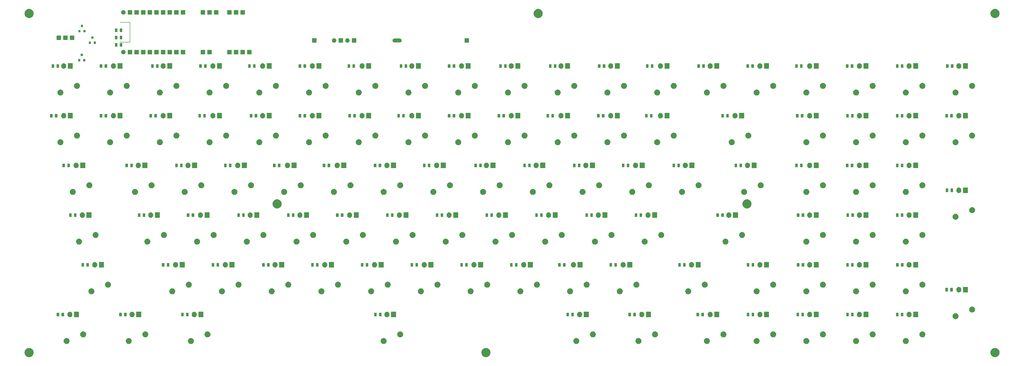
<source format=gbr>
G04 #@! TF.GenerationSoftware,KiCad,Pcbnew,(5.0.0)*
G04 #@! TF.CreationDate,2018-11-22T23:53:19+07:00*
G04 #@! TF.ProjectId,main_board4,6D61696E5F626F617264342E6B696361,1.4*
G04 #@! TF.SameCoordinates,Original*
G04 #@! TF.FileFunction,Soldermask,Bot*
G04 #@! TF.FilePolarity,Negative*
%FSLAX46Y46*%
G04 Gerber Fmt 4.6, Leading zero omitted, Abs format (unit mm)*
G04 Created by KiCad (PCBNEW (5.0.0)) date 11/22/18 23:53:19*
%MOMM*%
%LPD*%
G01*
G04 APERTURE LIST*
%ADD10C,0.150000*%
%ADD11C,0.100000*%
G04 APERTURE END LIST*
D10*
G04 #@! TO.C,MCU*
X89845000Y-63001000D02*
X93655000Y-63001000D01*
X93655000Y-63001000D02*
X93655000Y-55381000D01*
X93655000Y-55381000D02*
X89845000Y-55381000D01*
D11*
G36*
X425510456Y-180317251D02*
X425828936Y-180449170D01*
X426115560Y-180640686D01*
X426359314Y-180884440D01*
X426550830Y-181171064D01*
X426682749Y-181489544D01*
X426750000Y-181827640D01*
X426750000Y-182172360D01*
X426682749Y-182510456D01*
X426550830Y-182828936D01*
X426359314Y-183115560D01*
X426115560Y-183359314D01*
X425828936Y-183550830D01*
X425510456Y-183682749D01*
X425172360Y-183750000D01*
X424827640Y-183750000D01*
X424489544Y-183682749D01*
X424171064Y-183550830D01*
X423884440Y-183359314D01*
X423640686Y-183115560D01*
X423449170Y-182828936D01*
X423317251Y-182510456D01*
X423250000Y-182172360D01*
X423250000Y-181827640D01*
X423317251Y-181489544D01*
X423449170Y-181171064D01*
X423640686Y-180884440D01*
X423884440Y-180640686D01*
X424171064Y-180449170D01*
X424489544Y-180317251D01*
X424827640Y-180250000D01*
X425172360Y-180250000D01*
X425510456Y-180317251D01*
X425510456Y-180317251D01*
G37*
G36*
X55510456Y-180317251D02*
X55828936Y-180449170D01*
X56115560Y-180640686D01*
X56359314Y-180884440D01*
X56550830Y-181171064D01*
X56682749Y-181489544D01*
X56750000Y-181827640D01*
X56750000Y-182172360D01*
X56682749Y-182510456D01*
X56550830Y-182828936D01*
X56359314Y-183115560D01*
X56115560Y-183359314D01*
X55828936Y-183550830D01*
X55510456Y-183682749D01*
X55172360Y-183750000D01*
X54827640Y-183750000D01*
X54489544Y-183682749D01*
X54171064Y-183550830D01*
X53884440Y-183359314D01*
X53640686Y-183115560D01*
X53449170Y-182828936D01*
X53317251Y-182510456D01*
X53250000Y-182172360D01*
X53250000Y-181827640D01*
X53317251Y-181489544D01*
X53449170Y-181171064D01*
X53640686Y-180884440D01*
X53884440Y-180640686D01*
X54171064Y-180449170D01*
X54489544Y-180317251D01*
X54827640Y-180250000D01*
X55172360Y-180250000D01*
X55510456Y-180317251D01*
X55510456Y-180317251D01*
G37*
G36*
X230510456Y-180317251D02*
X230828936Y-180449170D01*
X231115560Y-180640686D01*
X231359314Y-180884440D01*
X231550830Y-181171064D01*
X231682749Y-181489544D01*
X231750000Y-181827640D01*
X231750000Y-182172360D01*
X231682749Y-182510456D01*
X231550830Y-182828936D01*
X231359314Y-183115560D01*
X231115560Y-183359314D01*
X230828936Y-183550830D01*
X230510456Y-183682749D01*
X230172360Y-183750000D01*
X229827640Y-183750000D01*
X229489544Y-183682749D01*
X229171064Y-183550830D01*
X228884440Y-183359314D01*
X228640686Y-183115560D01*
X228449170Y-182828936D01*
X228317251Y-182510456D01*
X228250000Y-182172360D01*
X228250000Y-181827640D01*
X228317251Y-181489544D01*
X228449170Y-181171064D01*
X228640686Y-180884440D01*
X228884440Y-180640686D01*
X229171064Y-180449170D01*
X229489544Y-180317251D01*
X229827640Y-180250000D01*
X230172360Y-180250000D01*
X230510456Y-180317251D01*
X230510456Y-180317251D01*
G37*
G36*
X117324651Y-176455925D02*
X117532663Y-176542086D01*
X117719873Y-176667176D01*
X117879074Y-176826377D01*
X118004164Y-177013587D01*
X118090325Y-177221599D01*
X118134250Y-177442424D01*
X118134250Y-177667576D01*
X118090325Y-177888401D01*
X118004164Y-178096413D01*
X117879074Y-178283623D01*
X117719873Y-178442824D01*
X117532663Y-178567914D01*
X117324651Y-178654075D01*
X117103826Y-178698000D01*
X116878674Y-178698000D01*
X116657849Y-178654075D01*
X116449837Y-178567914D01*
X116262627Y-178442824D01*
X116103426Y-178283623D01*
X115978336Y-178096413D01*
X115892175Y-177888401D01*
X115848250Y-177667576D01*
X115848250Y-177442424D01*
X115892175Y-177221599D01*
X115978336Y-177013587D01*
X116103426Y-176826377D01*
X116262627Y-176667176D01*
X116449837Y-176542086D01*
X116657849Y-176455925D01*
X116878674Y-176412000D01*
X117103826Y-176412000D01*
X117324651Y-176455925D01*
X117324651Y-176455925D01*
G37*
G36*
X372118401Y-176455925D02*
X372326413Y-176542086D01*
X372513623Y-176667176D01*
X372672824Y-176826377D01*
X372797914Y-177013587D01*
X372884075Y-177221599D01*
X372928000Y-177442424D01*
X372928000Y-177667576D01*
X372884075Y-177888401D01*
X372797914Y-178096413D01*
X372672824Y-178283623D01*
X372513623Y-178442824D01*
X372326413Y-178567914D01*
X372118401Y-178654075D01*
X371897576Y-178698000D01*
X371672424Y-178698000D01*
X371451599Y-178654075D01*
X371243587Y-178567914D01*
X371056377Y-178442824D01*
X370897176Y-178283623D01*
X370772086Y-178096413D01*
X370685925Y-177888401D01*
X370642000Y-177667576D01*
X370642000Y-177442424D01*
X370685925Y-177221599D01*
X370772086Y-177013587D01*
X370897176Y-176826377D01*
X371056377Y-176667176D01*
X371243587Y-176542086D01*
X371451599Y-176455925D01*
X371672424Y-176412000D01*
X371897576Y-176412000D01*
X372118401Y-176455925D01*
X372118401Y-176455925D01*
G37*
G36*
X334018401Y-176455925D02*
X334226413Y-176542086D01*
X334413623Y-176667176D01*
X334572824Y-176826377D01*
X334697914Y-177013587D01*
X334784075Y-177221599D01*
X334828000Y-177442424D01*
X334828000Y-177667576D01*
X334784075Y-177888401D01*
X334697914Y-178096413D01*
X334572824Y-178283623D01*
X334413623Y-178442824D01*
X334226413Y-178567914D01*
X334018401Y-178654075D01*
X333797576Y-178698000D01*
X333572424Y-178698000D01*
X333351599Y-178654075D01*
X333143587Y-178567914D01*
X332956377Y-178442824D01*
X332797176Y-178283623D01*
X332672086Y-178096413D01*
X332585925Y-177888401D01*
X332542000Y-177667576D01*
X332542000Y-177442424D01*
X332585925Y-177221599D01*
X332672086Y-177013587D01*
X332797176Y-176826377D01*
X332956377Y-176667176D01*
X333143587Y-176542086D01*
X333351599Y-176455925D01*
X333572424Y-176412000D01*
X333797576Y-176412000D01*
X334018401Y-176455925D01*
X334018401Y-176455925D01*
G37*
G36*
X391168401Y-176455925D02*
X391376413Y-176542086D01*
X391563623Y-176667176D01*
X391722824Y-176826377D01*
X391847914Y-177013587D01*
X391934075Y-177221599D01*
X391978000Y-177442424D01*
X391978000Y-177667576D01*
X391934075Y-177888401D01*
X391847914Y-178096413D01*
X391722824Y-178283623D01*
X391563623Y-178442824D01*
X391376413Y-178567914D01*
X391168401Y-178654075D01*
X390947576Y-178698000D01*
X390722424Y-178698000D01*
X390501599Y-178654075D01*
X390293587Y-178567914D01*
X390106377Y-178442824D01*
X389947176Y-178283623D01*
X389822086Y-178096413D01*
X389735925Y-177888401D01*
X389692000Y-177667576D01*
X389692000Y-177442424D01*
X389735925Y-177221599D01*
X389822086Y-177013587D01*
X389947176Y-176826377D01*
X390106377Y-176667176D01*
X390293587Y-176542086D01*
X390501599Y-176455925D01*
X390722424Y-176412000D01*
X390947576Y-176412000D01*
X391168401Y-176455925D01*
X391168401Y-176455925D01*
G37*
G36*
X69699651Y-176455925D02*
X69907663Y-176542086D01*
X70094873Y-176667176D01*
X70254074Y-176826377D01*
X70379164Y-177013587D01*
X70465325Y-177221599D01*
X70509250Y-177442424D01*
X70509250Y-177667576D01*
X70465325Y-177888401D01*
X70379164Y-178096413D01*
X70254074Y-178283623D01*
X70094873Y-178442824D01*
X69907663Y-178567914D01*
X69699651Y-178654075D01*
X69478826Y-178698000D01*
X69253674Y-178698000D01*
X69032849Y-178654075D01*
X68824837Y-178567914D01*
X68637627Y-178442824D01*
X68478426Y-178283623D01*
X68353336Y-178096413D01*
X68267175Y-177888401D01*
X68223250Y-177667576D01*
X68223250Y-177442424D01*
X68267175Y-177221599D01*
X68353336Y-177013587D01*
X68478426Y-176826377D01*
X68637627Y-176667176D01*
X68824837Y-176542086D01*
X69032849Y-176455925D01*
X69253674Y-176412000D01*
X69478826Y-176412000D01*
X69699651Y-176455925D01*
X69699651Y-176455925D01*
G37*
G36*
X93512151Y-176455925D02*
X93720163Y-176542086D01*
X93907373Y-176667176D01*
X94066574Y-176826377D01*
X94191664Y-177013587D01*
X94277825Y-177221599D01*
X94321750Y-177442424D01*
X94321750Y-177667576D01*
X94277825Y-177888401D01*
X94191664Y-178096413D01*
X94066574Y-178283623D01*
X93907373Y-178442824D01*
X93720163Y-178567914D01*
X93512151Y-178654075D01*
X93291326Y-178698000D01*
X93066174Y-178698000D01*
X92845349Y-178654075D01*
X92637337Y-178567914D01*
X92450127Y-178442824D01*
X92290926Y-178283623D01*
X92165836Y-178096413D01*
X92079675Y-177888401D01*
X92035750Y-177667576D01*
X92035750Y-177442424D01*
X92079675Y-177221599D01*
X92165836Y-177013587D01*
X92290926Y-176826377D01*
X92450127Y-176667176D01*
X92637337Y-176542086D01*
X92845349Y-176455925D01*
X93066174Y-176412000D01*
X93291326Y-176412000D01*
X93512151Y-176455925D01*
X93512151Y-176455925D01*
G37*
G36*
X264962151Y-176455925D02*
X265170163Y-176542086D01*
X265357373Y-176667176D01*
X265516574Y-176826377D01*
X265641664Y-177013587D01*
X265727825Y-177221599D01*
X265771750Y-177442424D01*
X265771750Y-177667576D01*
X265727825Y-177888401D01*
X265641664Y-178096413D01*
X265516574Y-178283623D01*
X265357373Y-178442824D01*
X265170163Y-178567914D01*
X264962151Y-178654075D01*
X264741326Y-178698000D01*
X264516174Y-178698000D01*
X264295349Y-178654075D01*
X264087337Y-178567914D01*
X263900127Y-178442824D01*
X263740926Y-178283623D01*
X263615836Y-178096413D01*
X263529675Y-177888401D01*
X263485750Y-177667576D01*
X263485750Y-177442424D01*
X263529675Y-177221599D01*
X263615836Y-177013587D01*
X263740926Y-176826377D01*
X263900127Y-176667176D01*
X264087337Y-176542086D01*
X264295349Y-176455925D01*
X264516174Y-176412000D01*
X264741326Y-176412000D01*
X264962151Y-176455925D01*
X264962151Y-176455925D01*
G37*
G36*
X288774651Y-176455925D02*
X288982663Y-176542086D01*
X289169873Y-176667176D01*
X289329074Y-176826377D01*
X289454164Y-177013587D01*
X289540325Y-177221599D01*
X289584250Y-177442424D01*
X289584250Y-177667576D01*
X289540325Y-177888401D01*
X289454164Y-178096413D01*
X289329074Y-178283623D01*
X289169873Y-178442824D01*
X288982663Y-178567914D01*
X288774651Y-178654075D01*
X288553826Y-178698000D01*
X288328674Y-178698000D01*
X288107849Y-178654075D01*
X287899837Y-178567914D01*
X287712627Y-178442824D01*
X287553426Y-178283623D01*
X287428336Y-178096413D01*
X287342175Y-177888401D01*
X287298250Y-177667576D01*
X287298250Y-177442424D01*
X287342175Y-177221599D01*
X287428336Y-177013587D01*
X287553426Y-176826377D01*
X287712627Y-176667176D01*
X287899837Y-176542086D01*
X288107849Y-176455925D01*
X288328674Y-176412000D01*
X288553826Y-176412000D01*
X288774651Y-176455925D01*
X288774651Y-176455925D01*
G37*
G36*
X191143401Y-176455925D02*
X191351413Y-176542086D01*
X191538623Y-176667176D01*
X191697824Y-176826377D01*
X191822914Y-177013587D01*
X191909075Y-177221599D01*
X191953000Y-177442424D01*
X191953000Y-177667576D01*
X191909075Y-177888401D01*
X191822914Y-178096413D01*
X191697824Y-178283623D01*
X191538623Y-178442824D01*
X191351413Y-178567914D01*
X191143401Y-178654075D01*
X190922576Y-178698000D01*
X190697424Y-178698000D01*
X190476599Y-178654075D01*
X190268587Y-178567914D01*
X190081377Y-178442824D01*
X189922176Y-178283623D01*
X189797086Y-178096413D01*
X189710925Y-177888401D01*
X189667000Y-177667576D01*
X189667000Y-177442424D01*
X189710925Y-177221599D01*
X189797086Y-177013587D01*
X189922176Y-176826377D01*
X190081377Y-176667176D01*
X190268587Y-176542086D01*
X190476599Y-176455925D01*
X190697424Y-176412000D01*
X190922576Y-176412000D01*
X191143401Y-176455925D01*
X191143401Y-176455925D01*
G37*
G36*
X353068401Y-176455925D02*
X353276413Y-176542086D01*
X353463623Y-176667176D01*
X353622824Y-176826377D01*
X353747914Y-177013587D01*
X353834075Y-177221599D01*
X353878000Y-177442424D01*
X353878000Y-177667576D01*
X353834075Y-177888401D01*
X353747914Y-178096413D01*
X353622824Y-178283623D01*
X353463623Y-178442824D01*
X353276413Y-178567914D01*
X353068401Y-178654075D01*
X352847576Y-178698000D01*
X352622424Y-178698000D01*
X352401599Y-178654075D01*
X352193587Y-178567914D01*
X352006377Y-178442824D01*
X351847176Y-178283623D01*
X351722086Y-178096413D01*
X351635925Y-177888401D01*
X351592000Y-177667576D01*
X351592000Y-177442424D01*
X351635925Y-177221599D01*
X351722086Y-177013587D01*
X351847176Y-176826377D01*
X352006377Y-176667176D01*
X352193587Y-176542086D01*
X352401599Y-176455925D01*
X352622424Y-176412000D01*
X352847576Y-176412000D01*
X353068401Y-176455925D01*
X353068401Y-176455925D01*
G37*
G36*
X314968401Y-176455925D02*
X315176413Y-176542086D01*
X315363623Y-176667176D01*
X315522824Y-176826377D01*
X315647914Y-177013587D01*
X315734075Y-177221599D01*
X315778000Y-177442424D01*
X315778000Y-177667576D01*
X315734075Y-177888401D01*
X315647914Y-178096413D01*
X315522824Y-178283623D01*
X315363623Y-178442824D01*
X315176413Y-178567914D01*
X314968401Y-178654075D01*
X314747576Y-178698000D01*
X314522424Y-178698000D01*
X314301599Y-178654075D01*
X314093587Y-178567914D01*
X313906377Y-178442824D01*
X313747176Y-178283623D01*
X313622086Y-178096413D01*
X313535925Y-177888401D01*
X313492000Y-177667576D01*
X313492000Y-177442424D01*
X313535925Y-177221599D01*
X313622086Y-177013587D01*
X313747176Y-176826377D01*
X313906377Y-176667176D01*
X314093587Y-176542086D01*
X314301599Y-176455925D01*
X314522424Y-176412000D01*
X314747576Y-176412000D01*
X314968401Y-176455925D01*
X314968401Y-176455925D01*
G37*
G36*
X378468401Y-173915925D02*
X378676413Y-174002086D01*
X378863623Y-174127176D01*
X379022824Y-174286377D01*
X379147914Y-174473587D01*
X379234075Y-174681599D01*
X379278000Y-174902424D01*
X379278000Y-175127576D01*
X379234075Y-175348401D01*
X379147914Y-175556413D01*
X379022824Y-175743623D01*
X378863623Y-175902824D01*
X378676413Y-176027914D01*
X378468401Y-176114075D01*
X378247576Y-176158000D01*
X378022424Y-176158000D01*
X377801599Y-176114075D01*
X377593587Y-176027914D01*
X377406377Y-175902824D01*
X377247176Y-175743623D01*
X377122086Y-175556413D01*
X377035925Y-175348401D01*
X376992000Y-175127576D01*
X376992000Y-174902424D01*
X377035925Y-174681599D01*
X377122086Y-174473587D01*
X377247176Y-174286377D01*
X377406377Y-174127176D01*
X377593587Y-174002086D01*
X377801599Y-173915925D01*
X378022424Y-173872000D01*
X378247576Y-173872000D01*
X378468401Y-173915925D01*
X378468401Y-173915925D01*
G37*
G36*
X321318401Y-173915925D02*
X321526413Y-174002086D01*
X321713623Y-174127176D01*
X321872824Y-174286377D01*
X321997914Y-174473587D01*
X322084075Y-174681599D01*
X322128000Y-174902424D01*
X322128000Y-175127576D01*
X322084075Y-175348401D01*
X321997914Y-175556413D01*
X321872824Y-175743623D01*
X321713623Y-175902824D01*
X321526413Y-176027914D01*
X321318401Y-176114075D01*
X321097576Y-176158000D01*
X320872424Y-176158000D01*
X320651599Y-176114075D01*
X320443587Y-176027914D01*
X320256377Y-175902824D01*
X320097176Y-175743623D01*
X319972086Y-175556413D01*
X319885925Y-175348401D01*
X319842000Y-175127576D01*
X319842000Y-174902424D01*
X319885925Y-174681599D01*
X319972086Y-174473587D01*
X320097176Y-174286377D01*
X320256377Y-174127176D01*
X320443587Y-174002086D01*
X320651599Y-173915925D01*
X320872424Y-173872000D01*
X321097576Y-173872000D01*
X321318401Y-173915925D01*
X321318401Y-173915925D01*
G37*
G36*
X359418401Y-173915925D02*
X359626413Y-174002086D01*
X359813623Y-174127176D01*
X359972824Y-174286377D01*
X360097914Y-174473587D01*
X360184075Y-174681599D01*
X360228000Y-174902424D01*
X360228000Y-175127576D01*
X360184075Y-175348401D01*
X360097914Y-175556413D01*
X359972824Y-175743623D01*
X359813623Y-175902824D01*
X359626413Y-176027914D01*
X359418401Y-176114075D01*
X359197576Y-176158000D01*
X358972424Y-176158000D01*
X358751599Y-176114075D01*
X358543587Y-176027914D01*
X358356377Y-175902824D01*
X358197176Y-175743623D01*
X358072086Y-175556413D01*
X357985925Y-175348401D01*
X357942000Y-175127576D01*
X357942000Y-174902424D01*
X357985925Y-174681599D01*
X358072086Y-174473587D01*
X358197176Y-174286377D01*
X358356377Y-174127176D01*
X358543587Y-174002086D01*
X358751599Y-173915925D01*
X358972424Y-173872000D01*
X359197576Y-173872000D01*
X359418401Y-173915925D01*
X359418401Y-173915925D01*
G37*
G36*
X340368401Y-173915925D02*
X340576413Y-174002086D01*
X340763623Y-174127176D01*
X340922824Y-174286377D01*
X341047914Y-174473587D01*
X341134075Y-174681599D01*
X341178000Y-174902424D01*
X341178000Y-175127576D01*
X341134075Y-175348401D01*
X341047914Y-175556413D01*
X340922824Y-175743623D01*
X340763623Y-175902824D01*
X340576413Y-176027914D01*
X340368401Y-176114075D01*
X340147576Y-176158000D01*
X339922424Y-176158000D01*
X339701599Y-176114075D01*
X339493587Y-176027914D01*
X339306377Y-175902824D01*
X339147176Y-175743623D01*
X339022086Y-175556413D01*
X338935925Y-175348401D01*
X338892000Y-175127576D01*
X338892000Y-174902424D01*
X338935925Y-174681599D01*
X339022086Y-174473587D01*
X339147176Y-174286377D01*
X339306377Y-174127176D01*
X339493587Y-174002086D01*
X339701599Y-173915925D01*
X339922424Y-173872000D01*
X340147576Y-173872000D01*
X340368401Y-173915925D01*
X340368401Y-173915925D01*
G37*
G36*
X76049651Y-173915925D02*
X76257663Y-174002086D01*
X76444873Y-174127176D01*
X76604074Y-174286377D01*
X76729164Y-174473587D01*
X76815325Y-174681599D01*
X76859250Y-174902424D01*
X76859250Y-175127576D01*
X76815325Y-175348401D01*
X76729164Y-175556413D01*
X76604074Y-175743623D01*
X76444873Y-175902824D01*
X76257663Y-176027914D01*
X76049651Y-176114075D01*
X75828826Y-176158000D01*
X75603674Y-176158000D01*
X75382849Y-176114075D01*
X75174837Y-176027914D01*
X74987627Y-175902824D01*
X74828426Y-175743623D01*
X74703336Y-175556413D01*
X74617175Y-175348401D01*
X74573250Y-175127576D01*
X74573250Y-174902424D01*
X74617175Y-174681599D01*
X74703336Y-174473587D01*
X74828426Y-174286377D01*
X74987627Y-174127176D01*
X75174837Y-174002086D01*
X75382849Y-173915925D01*
X75603674Y-173872000D01*
X75828826Y-173872000D01*
X76049651Y-173915925D01*
X76049651Y-173915925D01*
G37*
G36*
X99862151Y-173915925D02*
X100070163Y-174002086D01*
X100257373Y-174127176D01*
X100416574Y-174286377D01*
X100541664Y-174473587D01*
X100627825Y-174681599D01*
X100671750Y-174902424D01*
X100671750Y-175127576D01*
X100627825Y-175348401D01*
X100541664Y-175556413D01*
X100416574Y-175743623D01*
X100257373Y-175902824D01*
X100070163Y-176027914D01*
X99862151Y-176114075D01*
X99641326Y-176158000D01*
X99416174Y-176158000D01*
X99195349Y-176114075D01*
X98987337Y-176027914D01*
X98800127Y-175902824D01*
X98640926Y-175743623D01*
X98515836Y-175556413D01*
X98429675Y-175348401D01*
X98385750Y-175127576D01*
X98385750Y-174902424D01*
X98429675Y-174681599D01*
X98515836Y-174473587D01*
X98640926Y-174286377D01*
X98800127Y-174127176D01*
X98987337Y-174002086D01*
X99195349Y-173915925D01*
X99416174Y-173872000D01*
X99641326Y-173872000D01*
X99862151Y-173915925D01*
X99862151Y-173915925D01*
G37*
G36*
X397518401Y-173915925D02*
X397726413Y-174002086D01*
X397913623Y-174127176D01*
X398072824Y-174286377D01*
X398197914Y-174473587D01*
X398284075Y-174681599D01*
X398328000Y-174902424D01*
X398328000Y-175127576D01*
X398284075Y-175348401D01*
X398197914Y-175556413D01*
X398072824Y-175743623D01*
X397913623Y-175902824D01*
X397726413Y-176027914D01*
X397518401Y-176114075D01*
X397297576Y-176158000D01*
X397072424Y-176158000D01*
X396851599Y-176114075D01*
X396643587Y-176027914D01*
X396456377Y-175902824D01*
X396297176Y-175743623D01*
X396172086Y-175556413D01*
X396085925Y-175348401D01*
X396042000Y-175127576D01*
X396042000Y-174902424D01*
X396085925Y-174681599D01*
X396172086Y-174473587D01*
X396297176Y-174286377D01*
X396456377Y-174127176D01*
X396643587Y-174002086D01*
X396851599Y-173915925D01*
X397072424Y-173872000D01*
X397297576Y-173872000D01*
X397518401Y-173915925D01*
X397518401Y-173915925D01*
G37*
G36*
X271312151Y-173915925D02*
X271520163Y-174002086D01*
X271707373Y-174127176D01*
X271866574Y-174286377D01*
X271991664Y-174473587D01*
X272077825Y-174681599D01*
X272121750Y-174902424D01*
X272121750Y-175127576D01*
X272077825Y-175348401D01*
X271991664Y-175556413D01*
X271866574Y-175743623D01*
X271707373Y-175902824D01*
X271520163Y-176027914D01*
X271312151Y-176114075D01*
X271091326Y-176158000D01*
X270866174Y-176158000D01*
X270645349Y-176114075D01*
X270437337Y-176027914D01*
X270250127Y-175902824D01*
X270090926Y-175743623D01*
X269965836Y-175556413D01*
X269879675Y-175348401D01*
X269835750Y-175127576D01*
X269835750Y-174902424D01*
X269879675Y-174681599D01*
X269965836Y-174473587D01*
X270090926Y-174286377D01*
X270250127Y-174127176D01*
X270437337Y-174002086D01*
X270645349Y-173915925D01*
X270866174Y-173872000D01*
X271091326Y-173872000D01*
X271312151Y-173915925D01*
X271312151Y-173915925D01*
G37*
G36*
X295124651Y-173915925D02*
X295332663Y-174002086D01*
X295519873Y-174127176D01*
X295679074Y-174286377D01*
X295804164Y-174473587D01*
X295890325Y-174681599D01*
X295934250Y-174902424D01*
X295934250Y-175127576D01*
X295890325Y-175348401D01*
X295804164Y-175556413D01*
X295679074Y-175743623D01*
X295519873Y-175902824D01*
X295332663Y-176027914D01*
X295124651Y-176114075D01*
X294903826Y-176158000D01*
X294678674Y-176158000D01*
X294457849Y-176114075D01*
X294249837Y-176027914D01*
X294062627Y-175902824D01*
X293903426Y-175743623D01*
X293778336Y-175556413D01*
X293692175Y-175348401D01*
X293648250Y-175127576D01*
X293648250Y-174902424D01*
X293692175Y-174681599D01*
X293778336Y-174473587D01*
X293903426Y-174286377D01*
X294062627Y-174127176D01*
X294249837Y-174002086D01*
X294457849Y-173915925D01*
X294678674Y-173872000D01*
X294903826Y-173872000D01*
X295124651Y-173915925D01*
X295124651Y-173915925D01*
G37*
G36*
X197493401Y-173915925D02*
X197701413Y-174002086D01*
X197888623Y-174127176D01*
X198047824Y-174286377D01*
X198172914Y-174473587D01*
X198259075Y-174681599D01*
X198303000Y-174902424D01*
X198303000Y-175127576D01*
X198259075Y-175348401D01*
X198172914Y-175556413D01*
X198047824Y-175743623D01*
X197888623Y-175902824D01*
X197701413Y-176027914D01*
X197493401Y-176114075D01*
X197272576Y-176158000D01*
X197047424Y-176158000D01*
X196826599Y-176114075D01*
X196618587Y-176027914D01*
X196431377Y-175902824D01*
X196272176Y-175743623D01*
X196147086Y-175556413D01*
X196060925Y-175348401D01*
X196017000Y-175127576D01*
X196017000Y-174902424D01*
X196060925Y-174681599D01*
X196147086Y-174473587D01*
X196272176Y-174286377D01*
X196431377Y-174127176D01*
X196618587Y-174002086D01*
X196826599Y-173915925D01*
X197047424Y-173872000D01*
X197272576Y-173872000D01*
X197493401Y-173915925D01*
X197493401Y-173915925D01*
G37*
G36*
X123674651Y-173915925D02*
X123882663Y-174002086D01*
X124069873Y-174127176D01*
X124229074Y-174286377D01*
X124354164Y-174473587D01*
X124440325Y-174681599D01*
X124484250Y-174902424D01*
X124484250Y-175127576D01*
X124440325Y-175348401D01*
X124354164Y-175556413D01*
X124229074Y-175743623D01*
X124069873Y-175902824D01*
X123882663Y-176027914D01*
X123674651Y-176114075D01*
X123453826Y-176158000D01*
X123228674Y-176158000D01*
X123007849Y-176114075D01*
X122799837Y-176027914D01*
X122612627Y-175902824D01*
X122453426Y-175743623D01*
X122328336Y-175556413D01*
X122242175Y-175348401D01*
X122198250Y-175127576D01*
X122198250Y-174902424D01*
X122242175Y-174681599D01*
X122328336Y-174473587D01*
X122453426Y-174286377D01*
X122612627Y-174127176D01*
X122799837Y-174002086D01*
X123007849Y-173915925D01*
X123228674Y-173872000D01*
X123453826Y-173872000D01*
X123674651Y-173915925D01*
X123674651Y-173915925D01*
G37*
G36*
X410218401Y-166930925D02*
X410426413Y-167017086D01*
X410613623Y-167142176D01*
X410772824Y-167301377D01*
X410897914Y-167488587D01*
X410984075Y-167696599D01*
X411028000Y-167917424D01*
X411028000Y-168142576D01*
X410984075Y-168363401D01*
X410897914Y-168571413D01*
X410772824Y-168758623D01*
X410613623Y-168917824D01*
X410426413Y-169042914D01*
X410218401Y-169129075D01*
X409997576Y-169173000D01*
X409772424Y-169173000D01*
X409551599Y-169129075D01*
X409343587Y-169042914D01*
X409156377Y-168917824D01*
X408997176Y-168758623D01*
X408872086Y-168571413D01*
X408785925Y-168363401D01*
X408742000Y-168142576D01*
X408742000Y-167917424D01*
X408785925Y-167696599D01*
X408872086Y-167488587D01*
X408997176Y-167301377D01*
X409156377Y-167142176D01*
X409343587Y-167017086D01*
X409551599Y-166930925D01*
X409772424Y-166887000D01*
X409997576Y-166887000D01*
X410218401Y-166930925D01*
X410218401Y-166930925D01*
G37*
G36*
X392291232Y-166358746D02*
X392354124Y-166377824D01*
X392470309Y-166413068D01*
X392635347Y-166501283D01*
X392780001Y-166619999D01*
X392898717Y-166764653D01*
X392941915Y-166845471D01*
X392986932Y-166929692D01*
X393041254Y-167108768D01*
X393041254Y-167108770D01*
X393055000Y-167248335D01*
X393055000Y-167541666D01*
X393041254Y-167681231D01*
X392986932Y-167860309D01*
X392898717Y-168025347D01*
X392780001Y-168170001D01*
X392635347Y-168288717D01*
X392470308Y-168376932D01*
X392380769Y-168404093D01*
X392291231Y-168431254D01*
X392105000Y-168449596D01*
X391918768Y-168431254D01*
X391829230Y-168404093D01*
X391739691Y-168376932D01*
X391574653Y-168288717D01*
X391429999Y-168170001D01*
X391311283Y-168025347D01*
X391223068Y-167860308D01*
X391173408Y-167696599D01*
X391168746Y-167681231D01*
X391155000Y-167541664D01*
X391155000Y-167248335D01*
X391168746Y-167108768D01*
X391223068Y-166929692D01*
X391223068Y-166929691D01*
X391290610Y-166803330D01*
X391311282Y-166764655D01*
X391429999Y-166619999D01*
X391572667Y-166502914D01*
X391574654Y-166501283D01*
X391739692Y-166413068D01*
X391855877Y-166377824D01*
X391918769Y-166358746D01*
X392105000Y-166340404D01*
X392291232Y-166358746D01*
X392291232Y-166358746D01*
G37*
G36*
X94634982Y-166358746D02*
X94697874Y-166377824D01*
X94814059Y-166413068D01*
X94979097Y-166501283D01*
X95123751Y-166619999D01*
X95242467Y-166764653D01*
X95285665Y-166845471D01*
X95330682Y-166929692D01*
X95385004Y-167108768D01*
X95385004Y-167108770D01*
X95398750Y-167248335D01*
X95398750Y-167541666D01*
X95385004Y-167681231D01*
X95330682Y-167860309D01*
X95242467Y-168025347D01*
X95123751Y-168170001D01*
X94979097Y-168288717D01*
X94814058Y-168376932D01*
X94724519Y-168404093D01*
X94634981Y-168431254D01*
X94448750Y-168449596D01*
X94262518Y-168431254D01*
X94172980Y-168404093D01*
X94083441Y-168376932D01*
X93918403Y-168288717D01*
X93773749Y-168170001D01*
X93655033Y-168025347D01*
X93566818Y-167860308D01*
X93517158Y-167696599D01*
X93512496Y-167681231D01*
X93498750Y-167541664D01*
X93498750Y-167248335D01*
X93512496Y-167108768D01*
X93566818Y-166929692D01*
X93566818Y-166929691D01*
X93634360Y-166803330D01*
X93655032Y-166764655D01*
X93773749Y-166619999D01*
X93916417Y-166502914D01*
X93918404Y-166501283D01*
X94083442Y-166413068D01*
X94199627Y-166377824D01*
X94262519Y-166358746D01*
X94448750Y-166340404D01*
X94634982Y-166358746D01*
X94634982Y-166358746D01*
G37*
G36*
X335141232Y-166358746D02*
X335204124Y-166377824D01*
X335320309Y-166413068D01*
X335485347Y-166501283D01*
X335630001Y-166619999D01*
X335748717Y-166764653D01*
X335791915Y-166845471D01*
X335836932Y-166929692D01*
X335891254Y-167108768D01*
X335891254Y-167108770D01*
X335905000Y-167248335D01*
X335905000Y-167541666D01*
X335891254Y-167681231D01*
X335836932Y-167860309D01*
X335748717Y-168025347D01*
X335630001Y-168170001D01*
X335485347Y-168288717D01*
X335320308Y-168376932D01*
X335230769Y-168404093D01*
X335141231Y-168431254D01*
X334955000Y-168449596D01*
X334768768Y-168431254D01*
X334679230Y-168404093D01*
X334589691Y-168376932D01*
X334424653Y-168288717D01*
X334279999Y-168170001D01*
X334161283Y-168025347D01*
X334073068Y-167860308D01*
X334023408Y-167696599D01*
X334018746Y-167681231D01*
X334005000Y-167541664D01*
X334005000Y-167248335D01*
X334018746Y-167108768D01*
X334073068Y-166929692D01*
X334073068Y-166929691D01*
X334140610Y-166803330D01*
X334161282Y-166764655D01*
X334279999Y-166619999D01*
X334422667Y-166502914D01*
X334424654Y-166501283D01*
X334589692Y-166413068D01*
X334705877Y-166377824D01*
X334768769Y-166358746D01*
X334955000Y-166340404D01*
X335141232Y-166358746D01*
X335141232Y-166358746D01*
G37*
G36*
X316091232Y-166358746D02*
X316154124Y-166377824D01*
X316270309Y-166413068D01*
X316435347Y-166501283D01*
X316580001Y-166619999D01*
X316698717Y-166764653D01*
X316741915Y-166845471D01*
X316786932Y-166929692D01*
X316841254Y-167108768D01*
X316841254Y-167108770D01*
X316855000Y-167248335D01*
X316855000Y-167541666D01*
X316841254Y-167681231D01*
X316786932Y-167860309D01*
X316698717Y-168025347D01*
X316580001Y-168170001D01*
X316435347Y-168288717D01*
X316270308Y-168376932D01*
X316180769Y-168404093D01*
X316091231Y-168431254D01*
X315905000Y-168449596D01*
X315718768Y-168431254D01*
X315629230Y-168404093D01*
X315539691Y-168376932D01*
X315374653Y-168288717D01*
X315229999Y-168170001D01*
X315111283Y-168025347D01*
X315023068Y-167860308D01*
X314973408Y-167696599D01*
X314968746Y-167681231D01*
X314955000Y-167541664D01*
X314955000Y-167248335D01*
X314968746Y-167108768D01*
X315023068Y-166929692D01*
X315023068Y-166929691D01*
X315090610Y-166803330D01*
X315111282Y-166764655D01*
X315229999Y-166619999D01*
X315372667Y-166502914D01*
X315374654Y-166501283D01*
X315539692Y-166413068D01*
X315655877Y-166377824D01*
X315718769Y-166358746D01*
X315905000Y-166340404D01*
X316091232Y-166358746D01*
X316091232Y-166358746D01*
G37*
G36*
X289897482Y-166358746D02*
X289960374Y-166377824D01*
X290076559Y-166413068D01*
X290241597Y-166501283D01*
X290386251Y-166619999D01*
X290504967Y-166764653D01*
X290548165Y-166845471D01*
X290593182Y-166929692D01*
X290647504Y-167108768D01*
X290647504Y-167108770D01*
X290661250Y-167248335D01*
X290661250Y-167541666D01*
X290647504Y-167681231D01*
X290593182Y-167860309D01*
X290504967Y-168025347D01*
X290386251Y-168170001D01*
X290241597Y-168288717D01*
X290076558Y-168376932D01*
X289987019Y-168404093D01*
X289897481Y-168431254D01*
X289711250Y-168449596D01*
X289525018Y-168431254D01*
X289435480Y-168404093D01*
X289345941Y-168376932D01*
X289180903Y-168288717D01*
X289036249Y-168170001D01*
X288917533Y-168025347D01*
X288829318Y-167860308D01*
X288779658Y-167696599D01*
X288774996Y-167681231D01*
X288761250Y-167541664D01*
X288761250Y-167248335D01*
X288774996Y-167108768D01*
X288829318Y-166929692D01*
X288829318Y-166929691D01*
X288896860Y-166803330D01*
X288917532Y-166764655D01*
X289036249Y-166619999D01*
X289178917Y-166502914D01*
X289180904Y-166501283D01*
X289345942Y-166413068D01*
X289462127Y-166377824D01*
X289525019Y-166358746D01*
X289711250Y-166340404D01*
X289897482Y-166358746D01*
X289897482Y-166358746D01*
G37*
G36*
X266084982Y-166358746D02*
X266147874Y-166377824D01*
X266264059Y-166413068D01*
X266429097Y-166501283D01*
X266573751Y-166619999D01*
X266692467Y-166764653D01*
X266735665Y-166845471D01*
X266780682Y-166929692D01*
X266835004Y-167108768D01*
X266835004Y-167108770D01*
X266848750Y-167248335D01*
X266848750Y-167541666D01*
X266835004Y-167681231D01*
X266780682Y-167860309D01*
X266692467Y-168025347D01*
X266573751Y-168170001D01*
X266429097Y-168288717D01*
X266264058Y-168376932D01*
X266174519Y-168404093D01*
X266084981Y-168431254D01*
X265898750Y-168449596D01*
X265712518Y-168431254D01*
X265622980Y-168404093D01*
X265533441Y-168376932D01*
X265368403Y-168288717D01*
X265223749Y-168170001D01*
X265105033Y-168025347D01*
X265016818Y-167860308D01*
X264967158Y-167696599D01*
X264962496Y-167681231D01*
X264948750Y-167541664D01*
X264948750Y-167248335D01*
X264962496Y-167108768D01*
X265016818Y-166929692D01*
X265016818Y-166929691D01*
X265084360Y-166803330D01*
X265105032Y-166764655D01*
X265223749Y-166619999D01*
X265366417Y-166502914D01*
X265368404Y-166501283D01*
X265533442Y-166413068D01*
X265649627Y-166377824D01*
X265712519Y-166358746D01*
X265898750Y-166340404D01*
X266084982Y-166358746D01*
X266084982Y-166358746D01*
G37*
G36*
X192266232Y-166358746D02*
X192329124Y-166377824D01*
X192445309Y-166413068D01*
X192610347Y-166501283D01*
X192755001Y-166619999D01*
X192873717Y-166764653D01*
X192916915Y-166845471D01*
X192961932Y-166929692D01*
X193016254Y-167108768D01*
X193016254Y-167108770D01*
X193030000Y-167248335D01*
X193030000Y-167541666D01*
X193016254Y-167681231D01*
X192961932Y-167860309D01*
X192873717Y-168025347D01*
X192755001Y-168170001D01*
X192610347Y-168288717D01*
X192445308Y-168376932D01*
X192355769Y-168404093D01*
X192266231Y-168431254D01*
X192080000Y-168449596D01*
X191893768Y-168431254D01*
X191804230Y-168404093D01*
X191714691Y-168376932D01*
X191549653Y-168288717D01*
X191404999Y-168170001D01*
X191286283Y-168025347D01*
X191198068Y-167860308D01*
X191148408Y-167696599D01*
X191143746Y-167681231D01*
X191130000Y-167541664D01*
X191130000Y-167248335D01*
X191143746Y-167108768D01*
X191198068Y-166929692D01*
X191198068Y-166929691D01*
X191265610Y-166803330D01*
X191286282Y-166764655D01*
X191404999Y-166619999D01*
X191547667Y-166502914D01*
X191549654Y-166501283D01*
X191714692Y-166413068D01*
X191830877Y-166377824D01*
X191893769Y-166358746D01*
X192080000Y-166340404D01*
X192266232Y-166358746D01*
X192266232Y-166358746D01*
G37*
G36*
X354191232Y-166358746D02*
X354254124Y-166377824D01*
X354370309Y-166413068D01*
X354535347Y-166501283D01*
X354680001Y-166619999D01*
X354798717Y-166764653D01*
X354841915Y-166845471D01*
X354886932Y-166929692D01*
X354941254Y-167108768D01*
X354941254Y-167108770D01*
X354955000Y-167248335D01*
X354955000Y-167541666D01*
X354941254Y-167681231D01*
X354886932Y-167860309D01*
X354798717Y-168025347D01*
X354680001Y-168170001D01*
X354535347Y-168288717D01*
X354370308Y-168376932D01*
X354280769Y-168404093D01*
X354191231Y-168431254D01*
X354005000Y-168449596D01*
X353818768Y-168431254D01*
X353729230Y-168404093D01*
X353639691Y-168376932D01*
X353474653Y-168288717D01*
X353329999Y-168170001D01*
X353211283Y-168025347D01*
X353123068Y-167860308D01*
X353073408Y-167696599D01*
X353068746Y-167681231D01*
X353055000Y-167541664D01*
X353055000Y-167248335D01*
X353068746Y-167108768D01*
X353123068Y-166929692D01*
X353123068Y-166929691D01*
X353190610Y-166803330D01*
X353211282Y-166764655D01*
X353329999Y-166619999D01*
X353472667Y-166502914D01*
X353474654Y-166501283D01*
X353639692Y-166413068D01*
X353755877Y-166377824D01*
X353818769Y-166358746D01*
X354005000Y-166340404D01*
X354191232Y-166358746D01*
X354191232Y-166358746D01*
G37*
G36*
X70822482Y-166358746D02*
X70885374Y-166377824D01*
X71001559Y-166413068D01*
X71166597Y-166501283D01*
X71311251Y-166619999D01*
X71429967Y-166764653D01*
X71473165Y-166845471D01*
X71518182Y-166929692D01*
X71572504Y-167108768D01*
X71572504Y-167108770D01*
X71586250Y-167248335D01*
X71586250Y-167541666D01*
X71572504Y-167681231D01*
X71518182Y-167860309D01*
X71429967Y-168025347D01*
X71311251Y-168170001D01*
X71166597Y-168288717D01*
X71001558Y-168376932D01*
X70912019Y-168404093D01*
X70822481Y-168431254D01*
X70636250Y-168449596D01*
X70450018Y-168431254D01*
X70360480Y-168404093D01*
X70270941Y-168376932D01*
X70105903Y-168288717D01*
X69961249Y-168170001D01*
X69842533Y-168025347D01*
X69754318Y-167860308D01*
X69704658Y-167696599D01*
X69699996Y-167681231D01*
X69686250Y-167541664D01*
X69686250Y-167248335D01*
X69699996Y-167108768D01*
X69754318Y-166929692D01*
X69754318Y-166929691D01*
X69821860Y-166803330D01*
X69842532Y-166764655D01*
X69961249Y-166619999D01*
X70103917Y-166502914D01*
X70105904Y-166501283D01*
X70270942Y-166413068D01*
X70387127Y-166377824D01*
X70450019Y-166358746D01*
X70636250Y-166340404D01*
X70822482Y-166358746D01*
X70822482Y-166358746D01*
G37*
G36*
X373241232Y-166358746D02*
X373304124Y-166377824D01*
X373420309Y-166413068D01*
X373585347Y-166501283D01*
X373730001Y-166619999D01*
X373848717Y-166764653D01*
X373891915Y-166845471D01*
X373936932Y-166929692D01*
X373991254Y-167108768D01*
X373991254Y-167108770D01*
X374005000Y-167248335D01*
X374005000Y-167541666D01*
X373991254Y-167681231D01*
X373936932Y-167860309D01*
X373848717Y-168025347D01*
X373730001Y-168170001D01*
X373585347Y-168288717D01*
X373420308Y-168376932D01*
X373330769Y-168404093D01*
X373241231Y-168431254D01*
X373055000Y-168449596D01*
X372868768Y-168431254D01*
X372779230Y-168404093D01*
X372689691Y-168376932D01*
X372524653Y-168288717D01*
X372379999Y-168170001D01*
X372261283Y-168025347D01*
X372173068Y-167860308D01*
X372123408Y-167696599D01*
X372118746Y-167681231D01*
X372105000Y-167541664D01*
X372105000Y-167248335D01*
X372118746Y-167108768D01*
X372173068Y-166929692D01*
X372173068Y-166929691D01*
X372240610Y-166803330D01*
X372261282Y-166764655D01*
X372379999Y-166619999D01*
X372522667Y-166502914D01*
X372524654Y-166501283D01*
X372689692Y-166413068D01*
X372805877Y-166377824D01*
X372868769Y-166358746D01*
X373055000Y-166340404D01*
X373241232Y-166358746D01*
X373241232Y-166358746D01*
G37*
G36*
X118447482Y-166358746D02*
X118510374Y-166377824D01*
X118626559Y-166413068D01*
X118791597Y-166501283D01*
X118936251Y-166619999D01*
X119054967Y-166764653D01*
X119098165Y-166845471D01*
X119143182Y-166929692D01*
X119197504Y-167108768D01*
X119197504Y-167108770D01*
X119211250Y-167248335D01*
X119211250Y-167541666D01*
X119197504Y-167681231D01*
X119143182Y-167860309D01*
X119054967Y-168025347D01*
X118936251Y-168170001D01*
X118791597Y-168288717D01*
X118626558Y-168376932D01*
X118537019Y-168404093D01*
X118447481Y-168431254D01*
X118261250Y-168449596D01*
X118075018Y-168431254D01*
X117985480Y-168404093D01*
X117895941Y-168376932D01*
X117730903Y-168288717D01*
X117586249Y-168170001D01*
X117467533Y-168025347D01*
X117379318Y-167860308D01*
X117329658Y-167696599D01*
X117324996Y-167681231D01*
X117311250Y-167541664D01*
X117311250Y-167248335D01*
X117324996Y-167108768D01*
X117379318Y-166929692D01*
X117379318Y-166929691D01*
X117446860Y-166803330D01*
X117467532Y-166764655D01*
X117586249Y-166619999D01*
X117728917Y-166502914D01*
X117730904Y-166501283D01*
X117895942Y-166413068D01*
X118012127Y-166377824D01*
X118075019Y-166358746D01*
X118261250Y-166340404D01*
X118447482Y-166358746D01*
X118447482Y-166358746D01*
G37*
G36*
X195570000Y-168445000D02*
X193670000Y-168445000D01*
X193670000Y-166345000D01*
X195570000Y-166345000D01*
X195570000Y-168445000D01*
X195570000Y-168445000D01*
G37*
G36*
X338445000Y-168445000D02*
X336545000Y-168445000D01*
X336545000Y-166345000D01*
X338445000Y-166345000D01*
X338445000Y-168445000D01*
X338445000Y-168445000D01*
G37*
G36*
X357495000Y-168445000D02*
X355595000Y-168445000D01*
X355595000Y-166345000D01*
X357495000Y-166345000D01*
X357495000Y-168445000D01*
X357495000Y-168445000D01*
G37*
G36*
X376545000Y-168445000D02*
X374645000Y-168445000D01*
X374645000Y-166345000D01*
X376545000Y-166345000D01*
X376545000Y-168445000D01*
X376545000Y-168445000D01*
G37*
G36*
X121751250Y-168445000D02*
X119851250Y-168445000D01*
X119851250Y-166345000D01*
X121751250Y-166345000D01*
X121751250Y-168445000D01*
X121751250Y-168445000D01*
G37*
G36*
X293201250Y-168445000D02*
X291301250Y-168445000D01*
X291301250Y-166345000D01*
X293201250Y-166345000D01*
X293201250Y-168445000D01*
X293201250Y-168445000D01*
G37*
G36*
X395595000Y-168445000D02*
X393695000Y-168445000D01*
X393695000Y-166345000D01*
X395595000Y-166345000D01*
X395595000Y-168445000D01*
X395595000Y-168445000D01*
G37*
G36*
X74126250Y-168445000D02*
X72226250Y-168445000D01*
X72226250Y-166345000D01*
X74126250Y-166345000D01*
X74126250Y-168445000D01*
X74126250Y-168445000D01*
G37*
G36*
X269388750Y-168445000D02*
X267488750Y-168445000D01*
X267488750Y-166345000D01*
X269388750Y-166345000D01*
X269388750Y-168445000D01*
X269388750Y-168445000D01*
G37*
G36*
X319395000Y-168445000D02*
X317495000Y-168445000D01*
X317495000Y-166345000D01*
X319395000Y-166345000D01*
X319395000Y-168445000D01*
X319395000Y-168445000D01*
G37*
G36*
X97938750Y-168445000D02*
X96038750Y-168445000D01*
X96038750Y-166345000D01*
X97938750Y-166345000D01*
X97938750Y-168445000D01*
X97938750Y-168445000D01*
G37*
G36*
X189881492Y-166699076D02*
X189915383Y-166709357D01*
X189946611Y-166726048D01*
X189973985Y-166748515D01*
X189996452Y-166775889D01*
X190013143Y-166807117D01*
X190023424Y-166841008D01*
X190027500Y-166882391D01*
X190027500Y-167907609D01*
X190023424Y-167948992D01*
X190013143Y-167982883D01*
X189996452Y-168014111D01*
X189973985Y-168041485D01*
X189946611Y-168063952D01*
X189915383Y-168080643D01*
X189881492Y-168090924D01*
X189840109Y-168095000D01*
X189239891Y-168095000D01*
X189198508Y-168090924D01*
X189164617Y-168080643D01*
X189133389Y-168063952D01*
X189106015Y-168041485D01*
X189083548Y-168014111D01*
X189066857Y-167982883D01*
X189056576Y-167948992D01*
X189052500Y-167907609D01*
X189052500Y-166882391D01*
X189056576Y-166841008D01*
X189066857Y-166807117D01*
X189083548Y-166775889D01*
X189106015Y-166748515D01*
X189133389Y-166726048D01*
X189164617Y-166709357D01*
X189198508Y-166699076D01*
X189239891Y-166695000D01*
X189840109Y-166695000D01*
X189881492Y-166699076D01*
X189881492Y-166699076D01*
G37*
G36*
X285415492Y-166699076D02*
X285449383Y-166709357D01*
X285480611Y-166726048D01*
X285507985Y-166748515D01*
X285530452Y-166775889D01*
X285547143Y-166807117D01*
X285557424Y-166841008D01*
X285561500Y-166882391D01*
X285561500Y-167907609D01*
X285557424Y-167948992D01*
X285547143Y-167982883D01*
X285530452Y-168014111D01*
X285507985Y-168041485D01*
X285480611Y-168063952D01*
X285449383Y-168080643D01*
X285415492Y-168090924D01*
X285374109Y-168095000D01*
X284773891Y-168095000D01*
X284732508Y-168090924D01*
X284698617Y-168080643D01*
X284667389Y-168063952D01*
X284640015Y-168041485D01*
X284617548Y-168014111D01*
X284600857Y-167982883D01*
X284590576Y-167948992D01*
X284586500Y-167907609D01*
X284586500Y-166882391D01*
X284590576Y-166841008D01*
X284600857Y-166807117D01*
X284617548Y-166775889D01*
X284640015Y-166748515D01*
X284667389Y-166726048D01*
X284698617Y-166709357D01*
X284732508Y-166699076D01*
X284773891Y-166695000D01*
X285374109Y-166695000D01*
X285415492Y-166699076D01*
X285415492Y-166699076D01*
G37*
G36*
X287290492Y-166699076D02*
X287324383Y-166709357D01*
X287355611Y-166726048D01*
X287382985Y-166748515D01*
X287405452Y-166775889D01*
X287422143Y-166807117D01*
X287432424Y-166841008D01*
X287436500Y-166882391D01*
X287436500Y-167907609D01*
X287432424Y-167948992D01*
X287422143Y-167982883D01*
X287405452Y-168014111D01*
X287382985Y-168041485D01*
X287355611Y-168063952D01*
X287324383Y-168080643D01*
X287290492Y-168090924D01*
X287249109Y-168095000D01*
X286648891Y-168095000D01*
X286607508Y-168090924D01*
X286573617Y-168080643D01*
X286542389Y-168063952D01*
X286515015Y-168041485D01*
X286492548Y-168014111D01*
X286475857Y-167982883D01*
X286465576Y-167948992D01*
X286461500Y-167907609D01*
X286461500Y-166882391D01*
X286465576Y-166841008D01*
X286475857Y-166807117D01*
X286492548Y-166775889D01*
X286515015Y-166748515D01*
X286542389Y-166726048D01*
X286573617Y-166709357D01*
X286607508Y-166699076D01*
X286648891Y-166695000D01*
X287249109Y-166695000D01*
X287290492Y-166699076D01*
X287290492Y-166699076D01*
G37*
G36*
X68263992Y-166699076D02*
X68297883Y-166709357D01*
X68329111Y-166726048D01*
X68356485Y-166748515D01*
X68378952Y-166775889D01*
X68395643Y-166807117D01*
X68405924Y-166841008D01*
X68410000Y-166882391D01*
X68410000Y-167907609D01*
X68405924Y-167948992D01*
X68395643Y-167982883D01*
X68378952Y-168014111D01*
X68356485Y-168041485D01*
X68329111Y-168063952D01*
X68297883Y-168080643D01*
X68263992Y-168090924D01*
X68222609Y-168095000D01*
X67622391Y-168095000D01*
X67581008Y-168090924D01*
X67547117Y-168080643D01*
X67515889Y-168063952D01*
X67488515Y-168041485D01*
X67466048Y-168014111D01*
X67449357Y-167982883D01*
X67439076Y-167948992D01*
X67435000Y-167907609D01*
X67435000Y-166882391D01*
X67439076Y-166841008D01*
X67449357Y-166807117D01*
X67466048Y-166775889D01*
X67488515Y-166748515D01*
X67515889Y-166726048D01*
X67547117Y-166709357D01*
X67581008Y-166699076D01*
X67622391Y-166695000D01*
X68222609Y-166695000D01*
X68263992Y-166699076D01*
X68263992Y-166699076D01*
G37*
G36*
X66388992Y-166699076D02*
X66422883Y-166709357D01*
X66454111Y-166726048D01*
X66481485Y-166748515D01*
X66503952Y-166775889D01*
X66520643Y-166807117D01*
X66530924Y-166841008D01*
X66535000Y-166882391D01*
X66535000Y-167907609D01*
X66530924Y-167948992D01*
X66520643Y-167982883D01*
X66503952Y-168014111D01*
X66481485Y-168041485D01*
X66454111Y-168063952D01*
X66422883Y-168080643D01*
X66388992Y-168090924D01*
X66347609Y-168095000D01*
X65747391Y-168095000D01*
X65706008Y-168090924D01*
X65672117Y-168080643D01*
X65640889Y-168063952D01*
X65613515Y-168041485D01*
X65591048Y-168014111D01*
X65574357Y-167982883D01*
X65564076Y-167948992D01*
X65560000Y-167907609D01*
X65560000Y-166882391D01*
X65564076Y-166841008D01*
X65574357Y-166807117D01*
X65591048Y-166775889D01*
X65613515Y-166748515D01*
X65640889Y-166726048D01*
X65672117Y-166709357D01*
X65706008Y-166699076D01*
X65747391Y-166695000D01*
X66347609Y-166695000D01*
X66388992Y-166699076D01*
X66388992Y-166699076D01*
G37*
G36*
X90343492Y-166699076D02*
X90377383Y-166709357D01*
X90408611Y-166726048D01*
X90435985Y-166748515D01*
X90458452Y-166775889D01*
X90475143Y-166807117D01*
X90485424Y-166841008D01*
X90489500Y-166882391D01*
X90489500Y-167907609D01*
X90485424Y-167948992D01*
X90475143Y-167982883D01*
X90458452Y-168014111D01*
X90435985Y-168041485D01*
X90408611Y-168063952D01*
X90377383Y-168080643D01*
X90343492Y-168090924D01*
X90302109Y-168095000D01*
X89701891Y-168095000D01*
X89660508Y-168090924D01*
X89626617Y-168080643D01*
X89595389Y-168063952D01*
X89568015Y-168041485D01*
X89545548Y-168014111D01*
X89528857Y-167982883D01*
X89518576Y-167948992D01*
X89514500Y-167907609D01*
X89514500Y-166882391D01*
X89518576Y-166841008D01*
X89528857Y-166807117D01*
X89545548Y-166775889D01*
X89568015Y-166748515D01*
X89595389Y-166726048D01*
X89626617Y-166709357D01*
X89660508Y-166699076D01*
X89701891Y-166695000D01*
X90302109Y-166695000D01*
X90343492Y-166699076D01*
X90343492Y-166699076D01*
G37*
G36*
X92218492Y-166699076D02*
X92252383Y-166709357D01*
X92283611Y-166726048D01*
X92310985Y-166748515D01*
X92333452Y-166775889D01*
X92350143Y-166807117D01*
X92360424Y-166841008D01*
X92364500Y-166882391D01*
X92364500Y-167907609D01*
X92360424Y-167948992D01*
X92350143Y-167982883D01*
X92333452Y-168014111D01*
X92310985Y-168041485D01*
X92283611Y-168063952D01*
X92252383Y-168080643D01*
X92218492Y-168090924D01*
X92177109Y-168095000D01*
X91576891Y-168095000D01*
X91535508Y-168090924D01*
X91501617Y-168080643D01*
X91470389Y-168063952D01*
X91443015Y-168041485D01*
X91420548Y-168014111D01*
X91403857Y-167982883D01*
X91393576Y-167948992D01*
X91389500Y-167907609D01*
X91389500Y-166882391D01*
X91393576Y-166841008D01*
X91403857Y-166807117D01*
X91420548Y-166775889D01*
X91443015Y-166748515D01*
X91470389Y-166726048D01*
X91501617Y-166709357D01*
X91535508Y-166699076D01*
X91576891Y-166695000D01*
X92177109Y-166695000D01*
X92218492Y-166699076D01*
X92218492Y-166699076D01*
G37*
G36*
X114092492Y-166699076D02*
X114126383Y-166709357D01*
X114157611Y-166726048D01*
X114184985Y-166748515D01*
X114207452Y-166775889D01*
X114224143Y-166807117D01*
X114234424Y-166841008D01*
X114238500Y-166882391D01*
X114238500Y-167907609D01*
X114234424Y-167948992D01*
X114224143Y-167982883D01*
X114207452Y-168014111D01*
X114184985Y-168041485D01*
X114157611Y-168063952D01*
X114126383Y-168080643D01*
X114092492Y-168090924D01*
X114051109Y-168095000D01*
X113450891Y-168095000D01*
X113409508Y-168090924D01*
X113375617Y-168080643D01*
X113344389Y-168063952D01*
X113317015Y-168041485D01*
X113294548Y-168014111D01*
X113277857Y-167982883D01*
X113267576Y-167948992D01*
X113263500Y-167907609D01*
X113263500Y-166882391D01*
X113267576Y-166841008D01*
X113277857Y-166807117D01*
X113294548Y-166775889D01*
X113317015Y-166748515D01*
X113344389Y-166726048D01*
X113375617Y-166709357D01*
X113409508Y-166699076D01*
X113450891Y-166695000D01*
X114051109Y-166695000D01*
X114092492Y-166699076D01*
X114092492Y-166699076D01*
G37*
G36*
X115967492Y-166699076D02*
X116001383Y-166709357D01*
X116032611Y-166726048D01*
X116059985Y-166748515D01*
X116082452Y-166775889D01*
X116099143Y-166807117D01*
X116109424Y-166841008D01*
X116113500Y-166882391D01*
X116113500Y-167907609D01*
X116109424Y-167948992D01*
X116099143Y-167982883D01*
X116082452Y-168014111D01*
X116059985Y-168041485D01*
X116032611Y-168063952D01*
X116001383Y-168080643D01*
X115967492Y-168090924D01*
X115926109Y-168095000D01*
X115325891Y-168095000D01*
X115284508Y-168090924D01*
X115250617Y-168080643D01*
X115219389Y-168063952D01*
X115192015Y-168041485D01*
X115169548Y-168014111D01*
X115152857Y-167982883D01*
X115142576Y-167948992D01*
X115138500Y-167907609D01*
X115138500Y-166882391D01*
X115142576Y-166841008D01*
X115152857Y-166807117D01*
X115169548Y-166775889D01*
X115192015Y-166748515D01*
X115219389Y-166726048D01*
X115250617Y-166709357D01*
X115284508Y-166699076D01*
X115325891Y-166695000D01*
X115926109Y-166695000D01*
X115967492Y-166699076D01*
X115967492Y-166699076D01*
G37*
G36*
X188006492Y-166699076D02*
X188040383Y-166709357D01*
X188071611Y-166726048D01*
X188098985Y-166748515D01*
X188121452Y-166775889D01*
X188138143Y-166807117D01*
X188148424Y-166841008D01*
X188152500Y-166882391D01*
X188152500Y-167907609D01*
X188148424Y-167948992D01*
X188138143Y-167982883D01*
X188121452Y-168014111D01*
X188098985Y-168041485D01*
X188071611Y-168063952D01*
X188040383Y-168080643D01*
X188006492Y-168090924D01*
X187965109Y-168095000D01*
X187364891Y-168095000D01*
X187323508Y-168090924D01*
X187289617Y-168080643D01*
X187258389Y-168063952D01*
X187231015Y-168041485D01*
X187208548Y-168014111D01*
X187191857Y-167982883D01*
X187181576Y-167948992D01*
X187177500Y-167907609D01*
X187177500Y-166882391D01*
X187181576Y-166841008D01*
X187191857Y-166807117D01*
X187208548Y-166775889D01*
X187231015Y-166748515D01*
X187258389Y-166726048D01*
X187289617Y-166709357D01*
X187323508Y-166699076D01*
X187364891Y-166695000D01*
X187965109Y-166695000D01*
X188006492Y-166699076D01*
X188006492Y-166699076D01*
G37*
G36*
X263541492Y-166699076D02*
X263575383Y-166709357D01*
X263606611Y-166726048D01*
X263633985Y-166748515D01*
X263656452Y-166775889D01*
X263673143Y-166807117D01*
X263683424Y-166841008D01*
X263687500Y-166882391D01*
X263687500Y-167907609D01*
X263683424Y-167948992D01*
X263673143Y-167982883D01*
X263656452Y-168014111D01*
X263633985Y-168041485D01*
X263606611Y-168063952D01*
X263575383Y-168080643D01*
X263541492Y-168090924D01*
X263500109Y-168095000D01*
X262899891Y-168095000D01*
X262858508Y-168090924D01*
X262824617Y-168080643D01*
X262793389Y-168063952D01*
X262766015Y-168041485D01*
X262743548Y-168014111D01*
X262726857Y-167982883D01*
X262716576Y-167948992D01*
X262712500Y-167907609D01*
X262712500Y-166882391D01*
X262716576Y-166841008D01*
X262726857Y-166807117D01*
X262743548Y-166775889D01*
X262766015Y-166748515D01*
X262793389Y-166726048D01*
X262824617Y-166709357D01*
X262858508Y-166699076D01*
X262899891Y-166695000D01*
X263500109Y-166695000D01*
X263541492Y-166699076D01*
X263541492Y-166699076D01*
G37*
G36*
X311498992Y-166699076D02*
X311532883Y-166709357D01*
X311564111Y-166726048D01*
X311591485Y-166748515D01*
X311613952Y-166775889D01*
X311630643Y-166807117D01*
X311640924Y-166841008D01*
X311645000Y-166882391D01*
X311645000Y-167907609D01*
X311640924Y-167948992D01*
X311630643Y-167982883D01*
X311613952Y-168014111D01*
X311591485Y-168041485D01*
X311564111Y-168063952D01*
X311532883Y-168080643D01*
X311498992Y-168090924D01*
X311457609Y-168095000D01*
X310857391Y-168095000D01*
X310816008Y-168090924D01*
X310782117Y-168080643D01*
X310750889Y-168063952D01*
X310723515Y-168041485D01*
X310701048Y-168014111D01*
X310684357Y-167982883D01*
X310674076Y-167948992D01*
X310670000Y-167907609D01*
X310670000Y-166882391D01*
X310674076Y-166841008D01*
X310684357Y-166807117D01*
X310701048Y-166775889D01*
X310723515Y-166748515D01*
X310750889Y-166726048D01*
X310782117Y-166709357D01*
X310816008Y-166699076D01*
X310857391Y-166695000D01*
X311457609Y-166695000D01*
X311498992Y-166699076D01*
X311498992Y-166699076D01*
G37*
G36*
X261666492Y-166699076D02*
X261700383Y-166709357D01*
X261731611Y-166726048D01*
X261758985Y-166748515D01*
X261781452Y-166775889D01*
X261798143Y-166807117D01*
X261808424Y-166841008D01*
X261812500Y-166882391D01*
X261812500Y-167907609D01*
X261808424Y-167948992D01*
X261798143Y-167982883D01*
X261781452Y-168014111D01*
X261758985Y-168041485D01*
X261731611Y-168063952D01*
X261700383Y-168080643D01*
X261666492Y-168090924D01*
X261625109Y-168095000D01*
X261024891Y-168095000D01*
X260983508Y-168090924D01*
X260949617Y-168080643D01*
X260918389Y-168063952D01*
X260891015Y-168041485D01*
X260868548Y-168014111D01*
X260851857Y-167982883D01*
X260841576Y-167948992D01*
X260837500Y-167907609D01*
X260837500Y-166882391D01*
X260841576Y-166841008D01*
X260851857Y-166807117D01*
X260868548Y-166775889D01*
X260891015Y-166748515D01*
X260918389Y-166726048D01*
X260949617Y-166709357D01*
X260983508Y-166699076D01*
X261024891Y-166695000D01*
X261625109Y-166695000D01*
X261666492Y-166699076D01*
X261666492Y-166699076D01*
G37*
G36*
X370729492Y-166699076D02*
X370763383Y-166709357D01*
X370794611Y-166726048D01*
X370821985Y-166748515D01*
X370844452Y-166775889D01*
X370861143Y-166807117D01*
X370871424Y-166841008D01*
X370875500Y-166882391D01*
X370875500Y-167907609D01*
X370871424Y-167948992D01*
X370861143Y-167982883D01*
X370844452Y-168014111D01*
X370821985Y-168041485D01*
X370794611Y-168063952D01*
X370763383Y-168080643D01*
X370729492Y-168090924D01*
X370688109Y-168095000D01*
X370087891Y-168095000D01*
X370046508Y-168090924D01*
X370012617Y-168080643D01*
X369981389Y-168063952D01*
X369954015Y-168041485D01*
X369931548Y-168014111D01*
X369914857Y-167982883D01*
X369904576Y-167948992D01*
X369900500Y-167907609D01*
X369900500Y-166882391D01*
X369904576Y-166841008D01*
X369914857Y-166807117D01*
X369931548Y-166775889D01*
X369954015Y-166748515D01*
X369981389Y-166726048D01*
X370012617Y-166709357D01*
X370046508Y-166699076D01*
X370087891Y-166695000D01*
X370688109Y-166695000D01*
X370729492Y-166699076D01*
X370729492Y-166699076D01*
G37*
G36*
X387904492Y-166699076D02*
X387938383Y-166709357D01*
X387969611Y-166726048D01*
X387996985Y-166748515D01*
X388019452Y-166775889D01*
X388036143Y-166807117D01*
X388046424Y-166841008D01*
X388050500Y-166882391D01*
X388050500Y-167907609D01*
X388046424Y-167948992D01*
X388036143Y-167982883D01*
X388019452Y-168014111D01*
X387996985Y-168041485D01*
X387969611Y-168063952D01*
X387938383Y-168080643D01*
X387904492Y-168090924D01*
X387863109Y-168095000D01*
X387262891Y-168095000D01*
X387221508Y-168090924D01*
X387187617Y-168080643D01*
X387156389Y-168063952D01*
X387129015Y-168041485D01*
X387106548Y-168014111D01*
X387089857Y-167982883D01*
X387079576Y-167948992D01*
X387075500Y-167907609D01*
X387075500Y-166882391D01*
X387079576Y-166841008D01*
X387089857Y-166807117D01*
X387106548Y-166775889D01*
X387129015Y-166748515D01*
X387156389Y-166726048D01*
X387187617Y-166709357D01*
X387221508Y-166699076D01*
X387262891Y-166695000D01*
X387863109Y-166695000D01*
X387904492Y-166699076D01*
X387904492Y-166699076D01*
G37*
G36*
X389779492Y-166699076D02*
X389813383Y-166709357D01*
X389844611Y-166726048D01*
X389871985Y-166748515D01*
X389894452Y-166775889D01*
X389911143Y-166807117D01*
X389921424Y-166841008D01*
X389925500Y-166882391D01*
X389925500Y-167907609D01*
X389921424Y-167948992D01*
X389911143Y-167982883D01*
X389894452Y-168014111D01*
X389871985Y-168041485D01*
X389844611Y-168063952D01*
X389813383Y-168080643D01*
X389779492Y-168090924D01*
X389738109Y-168095000D01*
X389137891Y-168095000D01*
X389096508Y-168090924D01*
X389062617Y-168080643D01*
X389031389Y-168063952D01*
X389004015Y-168041485D01*
X388981548Y-168014111D01*
X388964857Y-167982883D01*
X388954576Y-167948992D01*
X388950500Y-167907609D01*
X388950500Y-166882391D01*
X388954576Y-166841008D01*
X388964857Y-166807117D01*
X388981548Y-166775889D01*
X389004015Y-166748515D01*
X389031389Y-166726048D01*
X389062617Y-166709357D01*
X389096508Y-166699076D01*
X389137891Y-166695000D01*
X389738109Y-166695000D01*
X389779492Y-166699076D01*
X389779492Y-166699076D01*
G37*
G36*
X368854492Y-166699076D02*
X368888383Y-166709357D01*
X368919611Y-166726048D01*
X368946985Y-166748515D01*
X368969452Y-166775889D01*
X368986143Y-166807117D01*
X368996424Y-166841008D01*
X369000500Y-166882391D01*
X369000500Y-167907609D01*
X368996424Y-167948992D01*
X368986143Y-167982883D01*
X368969452Y-168014111D01*
X368946985Y-168041485D01*
X368919611Y-168063952D01*
X368888383Y-168080643D01*
X368854492Y-168090924D01*
X368813109Y-168095000D01*
X368212891Y-168095000D01*
X368171508Y-168090924D01*
X368137617Y-168080643D01*
X368106389Y-168063952D01*
X368079015Y-168041485D01*
X368056548Y-168014111D01*
X368039857Y-167982883D01*
X368029576Y-167948992D01*
X368025500Y-167907609D01*
X368025500Y-166882391D01*
X368029576Y-166841008D01*
X368039857Y-166807117D01*
X368056548Y-166775889D01*
X368079015Y-166748515D01*
X368106389Y-166726048D01*
X368137617Y-166709357D01*
X368171508Y-166699076D01*
X368212891Y-166695000D01*
X368813109Y-166695000D01*
X368854492Y-166699076D01*
X368854492Y-166699076D01*
G37*
G36*
X351679492Y-166699076D02*
X351713383Y-166709357D01*
X351744611Y-166726048D01*
X351771985Y-166748515D01*
X351794452Y-166775889D01*
X351811143Y-166807117D01*
X351821424Y-166841008D01*
X351825500Y-166882391D01*
X351825500Y-167907609D01*
X351821424Y-167948992D01*
X351811143Y-167982883D01*
X351794452Y-168014111D01*
X351771985Y-168041485D01*
X351744611Y-168063952D01*
X351713383Y-168080643D01*
X351679492Y-168090924D01*
X351638109Y-168095000D01*
X351037891Y-168095000D01*
X350996508Y-168090924D01*
X350962617Y-168080643D01*
X350931389Y-168063952D01*
X350904015Y-168041485D01*
X350881548Y-168014111D01*
X350864857Y-167982883D01*
X350854576Y-167948992D01*
X350850500Y-167907609D01*
X350850500Y-166882391D01*
X350854576Y-166841008D01*
X350864857Y-166807117D01*
X350881548Y-166775889D01*
X350904015Y-166748515D01*
X350931389Y-166726048D01*
X350962617Y-166709357D01*
X350996508Y-166699076D01*
X351037891Y-166695000D01*
X351638109Y-166695000D01*
X351679492Y-166699076D01*
X351679492Y-166699076D01*
G37*
G36*
X349804492Y-166699076D02*
X349838383Y-166709357D01*
X349869611Y-166726048D01*
X349896985Y-166748515D01*
X349919452Y-166775889D01*
X349936143Y-166807117D01*
X349946424Y-166841008D01*
X349950500Y-166882391D01*
X349950500Y-167907609D01*
X349946424Y-167948992D01*
X349936143Y-167982883D01*
X349919452Y-168014111D01*
X349896985Y-168041485D01*
X349869611Y-168063952D01*
X349838383Y-168080643D01*
X349804492Y-168090924D01*
X349763109Y-168095000D01*
X349162891Y-168095000D01*
X349121508Y-168090924D01*
X349087617Y-168080643D01*
X349056389Y-168063952D01*
X349029015Y-168041485D01*
X349006548Y-168014111D01*
X348989857Y-167982883D01*
X348979576Y-167948992D01*
X348975500Y-167907609D01*
X348975500Y-166882391D01*
X348979576Y-166841008D01*
X348989857Y-166807117D01*
X349006548Y-166775889D01*
X349029015Y-166748515D01*
X349056389Y-166726048D01*
X349087617Y-166709357D01*
X349121508Y-166699076D01*
X349162891Y-166695000D01*
X349763109Y-166695000D01*
X349804492Y-166699076D01*
X349804492Y-166699076D01*
G37*
G36*
X330754492Y-166699076D02*
X330788383Y-166709357D01*
X330819611Y-166726048D01*
X330846985Y-166748515D01*
X330869452Y-166775889D01*
X330886143Y-166807117D01*
X330896424Y-166841008D01*
X330900500Y-166882391D01*
X330900500Y-167907609D01*
X330896424Y-167948992D01*
X330886143Y-167982883D01*
X330869452Y-168014111D01*
X330846985Y-168041485D01*
X330819611Y-168063952D01*
X330788383Y-168080643D01*
X330754492Y-168090924D01*
X330713109Y-168095000D01*
X330112891Y-168095000D01*
X330071508Y-168090924D01*
X330037617Y-168080643D01*
X330006389Y-168063952D01*
X329979015Y-168041485D01*
X329956548Y-168014111D01*
X329939857Y-167982883D01*
X329929576Y-167948992D01*
X329925500Y-167907609D01*
X329925500Y-166882391D01*
X329929576Y-166841008D01*
X329939857Y-166807117D01*
X329956548Y-166775889D01*
X329979015Y-166748515D01*
X330006389Y-166726048D01*
X330037617Y-166709357D01*
X330071508Y-166699076D01*
X330112891Y-166695000D01*
X330713109Y-166695000D01*
X330754492Y-166699076D01*
X330754492Y-166699076D01*
G37*
G36*
X332629492Y-166699076D02*
X332663383Y-166709357D01*
X332694611Y-166726048D01*
X332721985Y-166748515D01*
X332744452Y-166775889D01*
X332761143Y-166807117D01*
X332771424Y-166841008D01*
X332775500Y-166882391D01*
X332775500Y-167907609D01*
X332771424Y-167948992D01*
X332761143Y-167982883D01*
X332744452Y-168014111D01*
X332721985Y-168041485D01*
X332694611Y-168063952D01*
X332663383Y-168080643D01*
X332629492Y-168090924D01*
X332588109Y-168095000D01*
X331987891Y-168095000D01*
X331946508Y-168090924D01*
X331912617Y-168080643D01*
X331881389Y-168063952D01*
X331854015Y-168041485D01*
X331831548Y-168014111D01*
X331814857Y-167982883D01*
X331804576Y-167948992D01*
X331800500Y-167907609D01*
X331800500Y-166882391D01*
X331804576Y-166841008D01*
X331814857Y-166807117D01*
X331831548Y-166775889D01*
X331854015Y-166748515D01*
X331881389Y-166726048D01*
X331912617Y-166709357D01*
X331946508Y-166699076D01*
X331987891Y-166695000D01*
X332588109Y-166695000D01*
X332629492Y-166699076D01*
X332629492Y-166699076D01*
G37*
G36*
X313373992Y-166699076D02*
X313407883Y-166709357D01*
X313439111Y-166726048D01*
X313466485Y-166748515D01*
X313488952Y-166775889D01*
X313505643Y-166807117D01*
X313515924Y-166841008D01*
X313520000Y-166882391D01*
X313520000Y-167907609D01*
X313515924Y-167948992D01*
X313505643Y-167982883D01*
X313488952Y-168014111D01*
X313466485Y-168041485D01*
X313439111Y-168063952D01*
X313407883Y-168080643D01*
X313373992Y-168090924D01*
X313332609Y-168095000D01*
X312732391Y-168095000D01*
X312691008Y-168090924D01*
X312657117Y-168080643D01*
X312625889Y-168063952D01*
X312598515Y-168041485D01*
X312576048Y-168014111D01*
X312559357Y-167982883D01*
X312549076Y-167948992D01*
X312545000Y-167907609D01*
X312545000Y-166882391D01*
X312549076Y-166841008D01*
X312559357Y-166807117D01*
X312576048Y-166775889D01*
X312598515Y-166748515D01*
X312625889Y-166726048D01*
X312657117Y-166709357D01*
X312691008Y-166699076D01*
X312732391Y-166695000D01*
X313332609Y-166695000D01*
X313373992Y-166699076D01*
X313373992Y-166699076D01*
G37*
G36*
X416568401Y-164390925D02*
X416776413Y-164477086D01*
X416963623Y-164602176D01*
X417122824Y-164761377D01*
X417247914Y-164948587D01*
X417334075Y-165156599D01*
X417378000Y-165377424D01*
X417378000Y-165602576D01*
X417334075Y-165823401D01*
X417247914Y-166031413D01*
X417122824Y-166218623D01*
X416963623Y-166377824D01*
X416776413Y-166502914D01*
X416568401Y-166589075D01*
X416347576Y-166633000D01*
X416122424Y-166633000D01*
X415901599Y-166589075D01*
X415693587Y-166502914D01*
X415506377Y-166377824D01*
X415347176Y-166218623D01*
X415222086Y-166031413D01*
X415135925Y-165823401D01*
X415092000Y-165602576D01*
X415092000Y-165377424D01*
X415135925Y-165156599D01*
X415222086Y-164948587D01*
X415347176Y-164761377D01*
X415506377Y-164602176D01*
X415693587Y-164477086D01*
X415901599Y-164390925D01*
X416122424Y-164347000D01*
X416347576Y-164347000D01*
X416568401Y-164390925D01*
X416568401Y-164390925D01*
G37*
G36*
X167330901Y-157405925D02*
X167538913Y-157492086D01*
X167726123Y-157617176D01*
X167885324Y-157776377D01*
X168010414Y-157963587D01*
X168096575Y-158171599D01*
X168140500Y-158392424D01*
X168140500Y-158617576D01*
X168096575Y-158838401D01*
X168010414Y-159046413D01*
X167885324Y-159233623D01*
X167726123Y-159392824D01*
X167538913Y-159517914D01*
X167330901Y-159604075D01*
X167110076Y-159648000D01*
X166884924Y-159648000D01*
X166664099Y-159604075D01*
X166456087Y-159517914D01*
X166268877Y-159392824D01*
X166109676Y-159233623D01*
X165984586Y-159046413D01*
X165898425Y-158838401D01*
X165854500Y-158617576D01*
X165854500Y-158392424D01*
X165898425Y-158171599D01*
X165984586Y-157963587D01*
X166109676Y-157776377D01*
X166268877Y-157617176D01*
X166456087Y-157492086D01*
X166664099Y-157405925D01*
X166884924Y-157362000D01*
X167110076Y-157362000D01*
X167330901Y-157405925D01*
X167330901Y-157405925D01*
G37*
G36*
X353068401Y-157405925D02*
X353276413Y-157492086D01*
X353463623Y-157617176D01*
X353622824Y-157776377D01*
X353747914Y-157963587D01*
X353834075Y-158171599D01*
X353878000Y-158392424D01*
X353878000Y-158617576D01*
X353834075Y-158838401D01*
X353747914Y-159046413D01*
X353622824Y-159233623D01*
X353463623Y-159392824D01*
X353276413Y-159517914D01*
X353068401Y-159604075D01*
X352847576Y-159648000D01*
X352622424Y-159648000D01*
X352401599Y-159604075D01*
X352193587Y-159517914D01*
X352006377Y-159392824D01*
X351847176Y-159233623D01*
X351722086Y-159046413D01*
X351635925Y-158838401D01*
X351592000Y-158617576D01*
X351592000Y-158392424D01*
X351635925Y-158171599D01*
X351722086Y-157963587D01*
X351847176Y-157776377D01*
X352006377Y-157617176D01*
X352193587Y-157492086D01*
X352401599Y-157405925D01*
X352622424Y-157362000D01*
X352847576Y-157362000D01*
X353068401Y-157405925D01*
X353068401Y-157405925D01*
G37*
G36*
X307824651Y-157405925D02*
X308032663Y-157492086D01*
X308219873Y-157617176D01*
X308379074Y-157776377D01*
X308504164Y-157963587D01*
X308590325Y-158171599D01*
X308634250Y-158392424D01*
X308634250Y-158617576D01*
X308590325Y-158838401D01*
X308504164Y-159046413D01*
X308379074Y-159233623D01*
X308219873Y-159392824D01*
X308032663Y-159517914D01*
X307824651Y-159604075D01*
X307603826Y-159648000D01*
X307378674Y-159648000D01*
X307157849Y-159604075D01*
X306949837Y-159517914D01*
X306762627Y-159392824D01*
X306603426Y-159233623D01*
X306478336Y-159046413D01*
X306392175Y-158838401D01*
X306348250Y-158617576D01*
X306348250Y-158392424D01*
X306392175Y-158171599D01*
X306478336Y-157963587D01*
X306603426Y-157776377D01*
X306762627Y-157617176D01*
X306949837Y-157492086D01*
X307157849Y-157405925D01*
X307378674Y-157362000D01*
X307603826Y-157362000D01*
X307824651Y-157405925D01*
X307824651Y-157405925D01*
G37*
G36*
X281630901Y-157405925D02*
X281838913Y-157492086D01*
X282026123Y-157617176D01*
X282185324Y-157776377D01*
X282310414Y-157963587D01*
X282396575Y-158171599D01*
X282440500Y-158392424D01*
X282440500Y-158617576D01*
X282396575Y-158838401D01*
X282310414Y-159046413D01*
X282185324Y-159233623D01*
X282026123Y-159392824D01*
X281838913Y-159517914D01*
X281630901Y-159604075D01*
X281410076Y-159648000D01*
X281184924Y-159648000D01*
X280964099Y-159604075D01*
X280756087Y-159517914D01*
X280568877Y-159392824D01*
X280409676Y-159233623D01*
X280284586Y-159046413D01*
X280198425Y-158838401D01*
X280154500Y-158617576D01*
X280154500Y-158392424D01*
X280198425Y-158171599D01*
X280284586Y-157963587D01*
X280409676Y-157776377D01*
X280568877Y-157617176D01*
X280756087Y-157492086D01*
X280964099Y-157405925D01*
X281184924Y-157362000D01*
X281410076Y-157362000D01*
X281630901Y-157405925D01*
X281630901Y-157405925D01*
G37*
G36*
X205430901Y-157405925D02*
X205638913Y-157492086D01*
X205826123Y-157617176D01*
X205985324Y-157776377D01*
X206110414Y-157963587D01*
X206196575Y-158171599D01*
X206240500Y-158392424D01*
X206240500Y-158617576D01*
X206196575Y-158838401D01*
X206110414Y-159046413D01*
X205985324Y-159233623D01*
X205826123Y-159392824D01*
X205638913Y-159517914D01*
X205430901Y-159604075D01*
X205210076Y-159648000D01*
X204984924Y-159648000D01*
X204764099Y-159604075D01*
X204556087Y-159517914D01*
X204368877Y-159392824D01*
X204209676Y-159233623D01*
X204084586Y-159046413D01*
X203998425Y-158838401D01*
X203954500Y-158617576D01*
X203954500Y-158392424D01*
X203998425Y-158171599D01*
X204084586Y-157963587D01*
X204209676Y-157776377D01*
X204368877Y-157617176D01*
X204556087Y-157492086D01*
X204764099Y-157405925D01*
X204984924Y-157362000D01*
X205210076Y-157362000D01*
X205430901Y-157405925D01*
X205430901Y-157405925D01*
G37*
G36*
X224480901Y-157405925D02*
X224688913Y-157492086D01*
X224876123Y-157617176D01*
X225035324Y-157776377D01*
X225160414Y-157963587D01*
X225246575Y-158171599D01*
X225290500Y-158392424D01*
X225290500Y-158617576D01*
X225246575Y-158838401D01*
X225160414Y-159046413D01*
X225035324Y-159233623D01*
X224876123Y-159392824D01*
X224688913Y-159517914D01*
X224480901Y-159604075D01*
X224260076Y-159648000D01*
X224034924Y-159648000D01*
X223814099Y-159604075D01*
X223606087Y-159517914D01*
X223418877Y-159392824D01*
X223259676Y-159233623D01*
X223134586Y-159046413D01*
X223048425Y-158838401D01*
X223004500Y-158617576D01*
X223004500Y-158392424D01*
X223048425Y-158171599D01*
X223134586Y-157963587D01*
X223259676Y-157776377D01*
X223418877Y-157617176D01*
X223606087Y-157492086D01*
X223814099Y-157405925D01*
X224034924Y-157362000D01*
X224260076Y-157362000D01*
X224480901Y-157405925D01*
X224480901Y-157405925D01*
G37*
G36*
X110180901Y-157405925D02*
X110388913Y-157492086D01*
X110576123Y-157617176D01*
X110735324Y-157776377D01*
X110860414Y-157963587D01*
X110946575Y-158171599D01*
X110990500Y-158392424D01*
X110990500Y-158617576D01*
X110946575Y-158838401D01*
X110860414Y-159046413D01*
X110735324Y-159233623D01*
X110576123Y-159392824D01*
X110388913Y-159517914D01*
X110180901Y-159604075D01*
X109960076Y-159648000D01*
X109734924Y-159648000D01*
X109514099Y-159604075D01*
X109306087Y-159517914D01*
X109118877Y-159392824D01*
X108959676Y-159233623D01*
X108834586Y-159046413D01*
X108748425Y-158838401D01*
X108704500Y-158617576D01*
X108704500Y-158392424D01*
X108748425Y-158171599D01*
X108834586Y-157963587D01*
X108959676Y-157776377D01*
X109118877Y-157617176D01*
X109306087Y-157492086D01*
X109514099Y-157405925D01*
X109734924Y-157362000D01*
X109960076Y-157362000D01*
X110180901Y-157405925D01*
X110180901Y-157405925D01*
G37*
G36*
X129230901Y-157405925D02*
X129438913Y-157492086D01*
X129626123Y-157617176D01*
X129785324Y-157776377D01*
X129910414Y-157963587D01*
X129996575Y-158171599D01*
X130040500Y-158392424D01*
X130040500Y-158617576D01*
X129996575Y-158838401D01*
X129910414Y-159046413D01*
X129785324Y-159233623D01*
X129626123Y-159392824D01*
X129438913Y-159517914D01*
X129230901Y-159604075D01*
X129010076Y-159648000D01*
X128784924Y-159648000D01*
X128564099Y-159604075D01*
X128356087Y-159517914D01*
X128168877Y-159392824D01*
X128009676Y-159233623D01*
X127884586Y-159046413D01*
X127798425Y-158838401D01*
X127754500Y-158617576D01*
X127754500Y-158392424D01*
X127798425Y-158171599D01*
X127884586Y-157963587D01*
X128009676Y-157776377D01*
X128168877Y-157617176D01*
X128356087Y-157492086D01*
X128564099Y-157405925D01*
X128784924Y-157362000D01*
X129010076Y-157362000D01*
X129230901Y-157405925D01*
X129230901Y-157405925D01*
G37*
G36*
X243530901Y-157405925D02*
X243738913Y-157492086D01*
X243926123Y-157617176D01*
X244085324Y-157776377D01*
X244210414Y-157963587D01*
X244296575Y-158171599D01*
X244340500Y-158392424D01*
X244340500Y-158617576D01*
X244296575Y-158838401D01*
X244210414Y-159046413D01*
X244085324Y-159233623D01*
X243926123Y-159392824D01*
X243738913Y-159517914D01*
X243530901Y-159604075D01*
X243310076Y-159648000D01*
X243084924Y-159648000D01*
X242864099Y-159604075D01*
X242656087Y-159517914D01*
X242468877Y-159392824D01*
X242309676Y-159233623D01*
X242184586Y-159046413D01*
X242098425Y-158838401D01*
X242054500Y-158617576D01*
X242054500Y-158392424D01*
X242098425Y-158171599D01*
X242184586Y-157963587D01*
X242309676Y-157776377D01*
X242468877Y-157617176D01*
X242656087Y-157492086D01*
X242864099Y-157405925D01*
X243084924Y-157362000D01*
X243310076Y-157362000D01*
X243530901Y-157405925D01*
X243530901Y-157405925D01*
G37*
G36*
X148280901Y-157405925D02*
X148488913Y-157492086D01*
X148676123Y-157617176D01*
X148835324Y-157776377D01*
X148960414Y-157963587D01*
X149046575Y-158171599D01*
X149090500Y-158392424D01*
X149090500Y-158617576D01*
X149046575Y-158838401D01*
X148960414Y-159046413D01*
X148835324Y-159233623D01*
X148676123Y-159392824D01*
X148488913Y-159517914D01*
X148280901Y-159604075D01*
X148060076Y-159648000D01*
X147834924Y-159648000D01*
X147614099Y-159604075D01*
X147406087Y-159517914D01*
X147218877Y-159392824D01*
X147059676Y-159233623D01*
X146934586Y-159046413D01*
X146848425Y-158838401D01*
X146804500Y-158617576D01*
X146804500Y-158392424D01*
X146848425Y-158171599D01*
X146934586Y-157963587D01*
X147059676Y-157776377D01*
X147218877Y-157617176D01*
X147406087Y-157492086D01*
X147614099Y-157405925D01*
X147834924Y-157362000D01*
X148060076Y-157362000D01*
X148280901Y-157405925D01*
X148280901Y-157405925D01*
G37*
G36*
X391168401Y-157405925D02*
X391376413Y-157492086D01*
X391563623Y-157617176D01*
X391722824Y-157776377D01*
X391847914Y-157963587D01*
X391934075Y-158171599D01*
X391978000Y-158392424D01*
X391978000Y-158617576D01*
X391934075Y-158838401D01*
X391847914Y-159046413D01*
X391722824Y-159233623D01*
X391563623Y-159392824D01*
X391376413Y-159517914D01*
X391168401Y-159604075D01*
X390947576Y-159648000D01*
X390722424Y-159648000D01*
X390501599Y-159604075D01*
X390293587Y-159517914D01*
X390106377Y-159392824D01*
X389947176Y-159233623D01*
X389822086Y-159046413D01*
X389735925Y-158838401D01*
X389692000Y-158617576D01*
X389692000Y-158392424D01*
X389735925Y-158171599D01*
X389822086Y-157963587D01*
X389947176Y-157776377D01*
X390106377Y-157617176D01*
X390293587Y-157492086D01*
X390501599Y-157405925D01*
X390722424Y-157362000D01*
X390947576Y-157362000D01*
X391168401Y-157405925D01*
X391168401Y-157405925D01*
G37*
G36*
X372118401Y-157405925D02*
X372326413Y-157492086D01*
X372513623Y-157617176D01*
X372672824Y-157776377D01*
X372797914Y-157963587D01*
X372884075Y-158171599D01*
X372928000Y-158392424D01*
X372928000Y-158617576D01*
X372884075Y-158838401D01*
X372797914Y-159046413D01*
X372672824Y-159233623D01*
X372513623Y-159392824D01*
X372326413Y-159517914D01*
X372118401Y-159604075D01*
X371897576Y-159648000D01*
X371672424Y-159648000D01*
X371451599Y-159604075D01*
X371243587Y-159517914D01*
X371056377Y-159392824D01*
X370897176Y-159233623D01*
X370772086Y-159046413D01*
X370685925Y-158838401D01*
X370642000Y-158617576D01*
X370642000Y-158392424D01*
X370685925Y-158171599D01*
X370772086Y-157963587D01*
X370897176Y-157776377D01*
X371056377Y-157617176D01*
X371243587Y-157492086D01*
X371451599Y-157405925D01*
X371672424Y-157362000D01*
X371897576Y-157362000D01*
X372118401Y-157405925D01*
X372118401Y-157405925D01*
G37*
G36*
X79224651Y-157405925D02*
X79432663Y-157492086D01*
X79619873Y-157617176D01*
X79779074Y-157776377D01*
X79904164Y-157963587D01*
X79990325Y-158171599D01*
X80034250Y-158392424D01*
X80034250Y-158617576D01*
X79990325Y-158838401D01*
X79904164Y-159046413D01*
X79779074Y-159233623D01*
X79619873Y-159392824D01*
X79432663Y-159517914D01*
X79224651Y-159604075D01*
X79003826Y-159648000D01*
X78778674Y-159648000D01*
X78557849Y-159604075D01*
X78349837Y-159517914D01*
X78162627Y-159392824D01*
X78003426Y-159233623D01*
X77878336Y-159046413D01*
X77792175Y-158838401D01*
X77748250Y-158617576D01*
X77748250Y-158392424D01*
X77792175Y-158171599D01*
X77878336Y-157963587D01*
X78003426Y-157776377D01*
X78162627Y-157617176D01*
X78349837Y-157492086D01*
X78557849Y-157405925D01*
X78778674Y-157362000D01*
X79003826Y-157362000D01*
X79224651Y-157405925D01*
X79224651Y-157405925D01*
G37*
G36*
X186380901Y-157405925D02*
X186588913Y-157492086D01*
X186776123Y-157617176D01*
X186935324Y-157776377D01*
X187060414Y-157963587D01*
X187146575Y-158171599D01*
X187190500Y-158392424D01*
X187190500Y-158617576D01*
X187146575Y-158838401D01*
X187060414Y-159046413D01*
X186935324Y-159233623D01*
X186776123Y-159392824D01*
X186588913Y-159517914D01*
X186380901Y-159604075D01*
X186160076Y-159648000D01*
X185934924Y-159648000D01*
X185714099Y-159604075D01*
X185506087Y-159517914D01*
X185318877Y-159392824D01*
X185159676Y-159233623D01*
X185034586Y-159046413D01*
X184948425Y-158838401D01*
X184904500Y-158617576D01*
X184904500Y-158392424D01*
X184948425Y-158171599D01*
X185034586Y-157963587D01*
X185159676Y-157776377D01*
X185318877Y-157617176D01*
X185506087Y-157492086D01*
X185714099Y-157405925D01*
X185934924Y-157362000D01*
X186160076Y-157362000D01*
X186380901Y-157405925D01*
X186380901Y-157405925D01*
G37*
G36*
X334018401Y-157405925D02*
X334226413Y-157492086D01*
X334413623Y-157617176D01*
X334572824Y-157776377D01*
X334697914Y-157963587D01*
X334784075Y-158171599D01*
X334828000Y-158392424D01*
X334828000Y-158617576D01*
X334784075Y-158838401D01*
X334697914Y-159046413D01*
X334572824Y-159233623D01*
X334413623Y-159392824D01*
X334226413Y-159517914D01*
X334018401Y-159604075D01*
X333797576Y-159648000D01*
X333572424Y-159648000D01*
X333351599Y-159604075D01*
X333143587Y-159517914D01*
X332956377Y-159392824D01*
X332797176Y-159233623D01*
X332672086Y-159046413D01*
X332585925Y-158838401D01*
X332542000Y-158617576D01*
X332542000Y-158392424D01*
X332585925Y-158171599D01*
X332672086Y-157963587D01*
X332797176Y-157776377D01*
X332956377Y-157617176D01*
X333143587Y-157492086D01*
X333351599Y-157405925D01*
X333572424Y-157362000D01*
X333797576Y-157362000D01*
X334018401Y-157405925D01*
X334018401Y-157405925D01*
G37*
G36*
X262580901Y-157405925D02*
X262788913Y-157492086D01*
X262976123Y-157617176D01*
X263135324Y-157776377D01*
X263260414Y-157963587D01*
X263346575Y-158171599D01*
X263390500Y-158392424D01*
X263390500Y-158617576D01*
X263346575Y-158838401D01*
X263260414Y-159046413D01*
X263135324Y-159233623D01*
X262976123Y-159392824D01*
X262788913Y-159517914D01*
X262580901Y-159604075D01*
X262360076Y-159648000D01*
X262134924Y-159648000D01*
X261914099Y-159604075D01*
X261706087Y-159517914D01*
X261518877Y-159392824D01*
X261359676Y-159233623D01*
X261234586Y-159046413D01*
X261148425Y-158838401D01*
X261104500Y-158617576D01*
X261104500Y-158392424D01*
X261148425Y-158171599D01*
X261234586Y-157963587D01*
X261359676Y-157776377D01*
X261518877Y-157617176D01*
X261706087Y-157492086D01*
X261914099Y-157405925D01*
X262134924Y-157362000D01*
X262360076Y-157362000D01*
X262580901Y-157405925D01*
X262580901Y-157405925D01*
G37*
G36*
X411341232Y-156833746D02*
X411404124Y-156852824D01*
X411520309Y-156888068D01*
X411685347Y-156976283D01*
X411830001Y-157094999D01*
X411948717Y-157239653D01*
X411991915Y-157320471D01*
X412036932Y-157404692D01*
X412091254Y-157583768D01*
X412091254Y-157583770D01*
X412105000Y-157723335D01*
X412105000Y-158016666D01*
X412091254Y-158156231D01*
X412036932Y-158335309D01*
X411948717Y-158500347D01*
X411830001Y-158645001D01*
X411685347Y-158763717D01*
X411520308Y-158851932D01*
X411430769Y-158879093D01*
X411341231Y-158906254D01*
X411155000Y-158924596D01*
X410968768Y-158906254D01*
X410879230Y-158879093D01*
X410789691Y-158851932D01*
X410624653Y-158763717D01*
X410479999Y-158645001D01*
X410361283Y-158500347D01*
X410273068Y-158335308D01*
X410223408Y-158171599D01*
X410218746Y-158156231D01*
X410205000Y-158016664D01*
X410205000Y-157723335D01*
X410218746Y-157583768D01*
X410273068Y-157404692D01*
X410273068Y-157404691D01*
X410340610Y-157278330D01*
X410361282Y-157239655D01*
X410479999Y-157094999D01*
X410622667Y-156977914D01*
X410624654Y-156976283D01*
X410789692Y-156888068D01*
X410905877Y-156852824D01*
X410968769Y-156833746D01*
X411155000Y-156815404D01*
X411341232Y-156833746D01*
X411341232Y-156833746D01*
G37*
G36*
X414645000Y-158920000D02*
X412745000Y-158920000D01*
X412745000Y-156820000D01*
X414645000Y-156820000D01*
X414645000Y-158920000D01*
X414645000Y-158920000D01*
G37*
G36*
X406827492Y-157174076D02*
X406861383Y-157184357D01*
X406892611Y-157201048D01*
X406919985Y-157223515D01*
X406942452Y-157250889D01*
X406959143Y-157282117D01*
X406969424Y-157316008D01*
X406973500Y-157357391D01*
X406973500Y-158382609D01*
X406969424Y-158423992D01*
X406959143Y-158457883D01*
X406942452Y-158489111D01*
X406919985Y-158516485D01*
X406892611Y-158538952D01*
X406861383Y-158555643D01*
X406827492Y-158565924D01*
X406786109Y-158570000D01*
X406185891Y-158570000D01*
X406144508Y-158565924D01*
X406110617Y-158555643D01*
X406079389Y-158538952D01*
X406052015Y-158516485D01*
X406029548Y-158489111D01*
X406012857Y-158457883D01*
X406002576Y-158423992D01*
X405998500Y-158382609D01*
X405998500Y-157357391D01*
X406002576Y-157316008D01*
X406012857Y-157282117D01*
X406029548Y-157250889D01*
X406052015Y-157223515D01*
X406079389Y-157201048D01*
X406110617Y-157184357D01*
X406144508Y-157174076D01*
X406185891Y-157170000D01*
X406786109Y-157170000D01*
X406827492Y-157174076D01*
X406827492Y-157174076D01*
G37*
G36*
X408702492Y-157174076D02*
X408736383Y-157184357D01*
X408767611Y-157201048D01*
X408794985Y-157223515D01*
X408817452Y-157250889D01*
X408834143Y-157282117D01*
X408844424Y-157316008D01*
X408848500Y-157357391D01*
X408848500Y-158382609D01*
X408844424Y-158423992D01*
X408834143Y-158457883D01*
X408817452Y-158489111D01*
X408794985Y-158516485D01*
X408767611Y-158538952D01*
X408736383Y-158555643D01*
X408702492Y-158565924D01*
X408661109Y-158570000D01*
X408060891Y-158570000D01*
X408019508Y-158565924D01*
X407985617Y-158555643D01*
X407954389Y-158538952D01*
X407927015Y-158516485D01*
X407904548Y-158489111D01*
X407887857Y-158457883D01*
X407877576Y-158423992D01*
X407873500Y-158382609D01*
X407873500Y-157357391D01*
X407877576Y-157316008D01*
X407887857Y-157282117D01*
X407904548Y-157250889D01*
X407927015Y-157223515D01*
X407954389Y-157201048D01*
X407985617Y-157184357D01*
X408019508Y-157174076D01*
X408060891Y-157170000D01*
X408661109Y-157170000D01*
X408702492Y-157174076D01*
X408702492Y-157174076D01*
G37*
G36*
X340368401Y-154865925D02*
X340576413Y-154952086D01*
X340763623Y-155077176D01*
X340922824Y-155236377D01*
X341047914Y-155423587D01*
X341134075Y-155631599D01*
X341178000Y-155852424D01*
X341178000Y-156077576D01*
X341134075Y-156298401D01*
X341047914Y-156506413D01*
X340922824Y-156693623D01*
X340763623Y-156852824D01*
X340576413Y-156977914D01*
X340368401Y-157064075D01*
X340147576Y-157108000D01*
X339922424Y-157108000D01*
X339701599Y-157064075D01*
X339493587Y-156977914D01*
X339306377Y-156852824D01*
X339147176Y-156693623D01*
X339022086Y-156506413D01*
X338935925Y-156298401D01*
X338892000Y-156077576D01*
X338892000Y-155852424D01*
X338935925Y-155631599D01*
X339022086Y-155423587D01*
X339147176Y-155236377D01*
X339306377Y-155077176D01*
X339493587Y-154952086D01*
X339701599Y-154865925D01*
X339922424Y-154822000D01*
X340147576Y-154822000D01*
X340368401Y-154865925D01*
X340368401Y-154865925D01*
G37*
G36*
X268930901Y-154865925D02*
X269138913Y-154952086D01*
X269326123Y-155077176D01*
X269485324Y-155236377D01*
X269610414Y-155423587D01*
X269696575Y-155631599D01*
X269740500Y-155852424D01*
X269740500Y-156077576D01*
X269696575Y-156298401D01*
X269610414Y-156506413D01*
X269485324Y-156693623D01*
X269326123Y-156852824D01*
X269138913Y-156977914D01*
X268930901Y-157064075D01*
X268710076Y-157108000D01*
X268484924Y-157108000D01*
X268264099Y-157064075D01*
X268056087Y-156977914D01*
X267868877Y-156852824D01*
X267709676Y-156693623D01*
X267584586Y-156506413D01*
X267498425Y-156298401D01*
X267454500Y-156077576D01*
X267454500Y-155852424D01*
X267498425Y-155631599D01*
X267584586Y-155423587D01*
X267709676Y-155236377D01*
X267868877Y-155077176D01*
X268056087Y-154952086D01*
X268264099Y-154865925D01*
X268484924Y-154822000D01*
X268710076Y-154822000D01*
X268930901Y-154865925D01*
X268930901Y-154865925D01*
G37*
G36*
X249880901Y-154865925D02*
X250088913Y-154952086D01*
X250276123Y-155077176D01*
X250435324Y-155236377D01*
X250560414Y-155423587D01*
X250646575Y-155631599D01*
X250690500Y-155852424D01*
X250690500Y-156077576D01*
X250646575Y-156298401D01*
X250560414Y-156506413D01*
X250435324Y-156693623D01*
X250276123Y-156852824D01*
X250088913Y-156977914D01*
X249880901Y-157064075D01*
X249660076Y-157108000D01*
X249434924Y-157108000D01*
X249214099Y-157064075D01*
X249006087Y-156977914D01*
X248818877Y-156852824D01*
X248659676Y-156693623D01*
X248534586Y-156506413D01*
X248448425Y-156298401D01*
X248404500Y-156077576D01*
X248404500Y-155852424D01*
X248448425Y-155631599D01*
X248534586Y-155423587D01*
X248659676Y-155236377D01*
X248818877Y-155077176D01*
X249006087Y-154952086D01*
X249214099Y-154865925D01*
X249434924Y-154822000D01*
X249660076Y-154822000D01*
X249880901Y-154865925D01*
X249880901Y-154865925D01*
G37*
G36*
X230830901Y-154865925D02*
X231038913Y-154952086D01*
X231226123Y-155077176D01*
X231385324Y-155236377D01*
X231510414Y-155423587D01*
X231596575Y-155631599D01*
X231640500Y-155852424D01*
X231640500Y-156077576D01*
X231596575Y-156298401D01*
X231510414Y-156506413D01*
X231385324Y-156693623D01*
X231226123Y-156852824D01*
X231038913Y-156977914D01*
X230830901Y-157064075D01*
X230610076Y-157108000D01*
X230384924Y-157108000D01*
X230164099Y-157064075D01*
X229956087Y-156977914D01*
X229768877Y-156852824D01*
X229609676Y-156693623D01*
X229484586Y-156506413D01*
X229398425Y-156298401D01*
X229354500Y-156077576D01*
X229354500Y-155852424D01*
X229398425Y-155631599D01*
X229484586Y-155423587D01*
X229609676Y-155236377D01*
X229768877Y-155077176D01*
X229956087Y-154952086D01*
X230164099Y-154865925D01*
X230384924Y-154822000D01*
X230610076Y-154822000D01*
X230830901Y-154865925D01*
X230830901Y-154865925D01*
G37*
G36*
X192730901Y-154865925D02*
X192938913Y-154952086D01*
X193126123Y-155077176D01*
X193285324Y-155236377D01*
X193410414Y-155423587D01*
X193496575Y-155631599D01*
X193540500Y-155852424D01*
X193540500Y-156077576D01*
X193496575Y-156298401D01*
X193410414Y-156506413D01*
X193285324Y-156693623D01*
X193126123Y-156852824D01*
X192938913Y-156977914D01*
X192730901Y-157064075D01*
X192510076Y-157108000D01*
X192284924Y-157108000D01*
X192064099Y-157064075D01*
X191856087Y-156977914D01*
X191668877Y-156852824D01*
X191509676Y-156693623D01*
X191384586Y-156506413D01*
X191298425Y-156298401D01*
X191254500Y-156077576D01*
X191254500Y-155852424D01*
X191298425Y-155631599D01*
X191384586Y-155423587D01*
X191509676Y-155236377D01*
X191668877Y-155077176D01*
X191856087Y-154952086D01*
X192064099Y-154865925D01*
X192284924Y-154822000D01*
X192510076Y-154822000D01*
X192730901Y-154865925D01*
X192730901Y-154865925D01*
G37*
G36*
X154630901Y-154865925D02*
X154838913Y-154952086D01*
X155026123Y-155077176D01*
X155185324Y-155236377D01*
X155310414Y-155423587D01*
X155396575Y-155631599D01*
X155440500Y-155852424D01*
X155440500Y-156077576D01*
X155396575Y-156298401D01*
X155310414Y-156506413D01*
X155185324Y-156693623D01*
X155026123Y-156852824D01*
X154838913Y-156977914D01*
X154630901Y-157064075D01*
X154410076Y-157108000D01*
X154184924Y-157108000D01*
X153964099Y-157064075D01*
X153756087Y-156977914D01*
X153568877Y-156852824D01*
X153409676Y-156693623D01*
X153284586Y-156506413D01*
X153198425Y-156298401D01*
X153154500Y-156077576D01*
X153154500Y-155852424D01*
X153198425Y-155631599D01*
X153284586Y-155423587D01*
X153409676Y-155236377D01*
X153568877Y-155077176D01*
X153756087Y-154952086D01*
X153964099Y-154865925D01*
X154184924Y-154822000D01*
X154410076Y-154822000D01*
X154630901Y-154865925D01*
X154630901Y-154865925D01*
G37*
G36*
X85574651Y-154865925D02*
X85782663Y-154952086D01*
X85969873Y-155077176D01*
X86129074Y-155236377D01*
X86254164Y-155423587D01*
X86340325Y-155631599D01*
X86384250Y-155852424D01*
X86384250Y-156077576D01*
X86340325Y-156298401D01*
X86254164Y-156506413D01*
X86129074Y-156693623D01*
X85969873Y-156852824D01*
X85782663Y-156977914D01*
X85574651Y-157064075D01*
X85353826Y-157108000D01*
X85128674Y-157108000D01*
X84907849Y-157064075D01*
X84699837Y-156977914D01*
X84512627Y-156852824D01*
X84353426Y-156693623D01*
X84228336Y-156506413D01*
X84142175Y-156298401D01*
X84098250Y-156077576D01*
X84098250Y-155852424D01*
X84142175Y-155631599D01*
X84228336Y-155423587D01*
X84353426Y-155236377D01*
X84512627Y-155077176D01*
X84699837Y-154952086D01*
X84907849Y-154865925D01*
X85128674Y-154822000D01*
X85353826Y-154822000D01*
X85574651Y-154865925D01*
X85574651Y-154865925D01*
G37*
G36*
X211780901Y-154865925D02*
X211988913Y-154952086D01*
X212176123Y-155077176D01*
X212335324Y-155236377D01*
X212460414Y-155423587D01*
X212546575Y-155631599D01*
X212590500Y-155852424D01*
X212590500Y-156077576D01*
X212546575Y-156298401D01*
X212460414Y-156506413D01*
X212335324Y-156693623D01*
X212176123Y-156852824D01*
X211988913Y-156977914D01*
X211780901Y-157064075D01*
X211560076Y-157108000D01*
X211334924Y-157108000D01*
X211114099Y-157064075D01*
X210906087Y-156977914D01*
X210718877Y-156852824D01*
X210559676Y-156693623D01*
X210434586Y-156506413D01*
X210348425Y-156298401D01*
X210304500Y-156077576D01*
X210304500Y-155852424D01*
X210348425Y-155631599D01*
X210434586Y-155423587D01*
X210559676Y-155236377D01*
X210718877Y-155077176D01*
X210906087Y-154952086D01*
X211114099Y-154865925D01*
X211334924Y-154822000D01*
X211560076Y-154822000D01*
X211780901Y-154865925D01*
X211780901Y-154865925D01*
G37*
G36*
X287980901Y-154865925D02*
X288188913Y-154952086D01*
X288376123Y-155077176D01*
X288535324Y-155236377D01*
X288660414Y-155423587D01*
X288746575Y-155631599D01*
X288790500Y-155852424D01*
X288790500Y-156077576D01*
X288746575Y-156298401D01*
X288660414Y-156506413D01*
X288535324Y-156693623D01*
X288376123Y-156852824D01*
X288188913Y-156977914D01*
X287980901Y-157064075D01*
X287760076Y-157108000D01*
X287534924Y-157108000D01*
X287314099Y-157064075D01*
X287106087Y-156977914D01*
X286918877Y-156852824D01*
X286759676Y-156693623D01*
X286634586Y-156506413D01*
X286548425Y-156298401D01*
X286504500Y-156077576D01*
X286504500Y-155852424D01*
X286548425Y-155631599D01*
X286634586Y-155423587D01*
X286759676Y-155236377D01*
X286918877Y-155077176D01*
X287106087Y-154952086D01*
X287314099Y-154865925D01*
X287534924Y-154822000D01*
X287760076Y-154822000D01*
X287980901Y-154865925D01*
X287980901Y-154865925D01*
G37*
G36*
X314174651Y-154865925D02*
X314382663Y-154952086D01*
X314569873Y-155077176D01*
X314729074Y-155236377D01*
X314854164Y-155423587D01*
X314940325Y-155631599D01*
X314984250Y-155852424D01*
X314984250Y-156077576D01*
X314940325Y-156298401D01*
X314854164Y-156506413D01*
X314729074Y-156693623D01*
X314569873Y-156852824D01*
X314382663Y-156977914D01*
X314174651Y-157064075D01*
X313953826Y-157108000D01*
X313728674Y-157108000D01*
X313507849Y-157064075D01*
X313299837Y-156977914D01*
X313112627Y-156852824D01*
X312953426Y-156693623D01*
X312828336Y-156506413D01*
X312742175Y-156298401D01*
X312698250Y-156077576D01*
X312698250Y-155852424D01*
X312742175Y-155631599D01*
X312828336Y-155423587D01*
X312953426Y-155236377D01*
X313112627Y-155077176D01*
X313299837Y-154952086D01*
X313507849Y-154865925D01*
X313728674Y-154822000D01*
X313953826Y-154822000D01*
X314174651Y-154865925D01*
X314174651Y-154865925D01*
G37*
G36*
X116530901Y-154865925D02*
X116738913Y-154952086D01*
X116926123Y-155077176D01*
X117085324Y-155236377D01*
X117210414Y-155423587D01*
X117296575Y-155631599D01*
X117340500Y-155852424D01*
X117340500Y-156077576D01*
X117296575Y-156298401D01*
X117210414Y-156506413D01*
X117085324Y-156693623D01*
X116926123Y-156852824D01*
X116738913Y-156977914D01*
X116530901Y-157064075D01*
X116310076Y-157108000D01*
X116084924Y-157108000D01*
X115864099Y-157064075D01*
X115656087Y-156977914D01*
X115468877Y-156852824D01*
X115309676Y-156693623D01*
X115184586Y-156506413D01*
X115098425Y-156298401D01*
X115054500Y-156077576D01*
X115054500Y-155852424D01*
X115098425Y-155631599D01*
X115184586Y-155423587D01*
X115309676Y-155236377D01*
X115468877Y-155077176D01*
X115656087Y-154952086D01*
X115864099Y-154865925D01*
X116084924Y-154822000D01*
X116310076Y-154822000D01*
X116530901Y-154865925D01*
X116530901Y-154865925D01*
G37*
G36*
X359418401Y-154865925D02*
X359626413Y-154952086D01*
X359813623Y-155077176D01*
X359972824Y-155236377D01*
X360097914Y-155423587D01*
X360184075Y-155631599D01*
X360228000Y-155852424D01*
X360228000Y-156077576D01*
X360184075Y-156298401D01*
X360097914Y-156506413D01*
X359972824Y-156693623D01*
X359813623Y-156852824D01*
X359626413Y-156977914D01*
X359418401Y-157064075D01*
X359197576Y-157108000D01*
X358972424Y-157108000D01*
X358751599Y-157064075D01*
X358543587Y-156977914D01*
X358356377Y-156852824D01*
X358197176Y-156693623D01*
X358072086Y-156506413D01*
X357985925Y-156298401D01*
X357942000Y-156077576D01*
X357942000Y-155852424D01*
X357985925Y-155631599D01*
X358072086Y-155423587D01*
X358197176Y-155236377D01*
X358356377Y-155077176D01*
X358543587Y-154952086D01*
X358751599Y-154865925D01*
X358972424Y-154822000D01*
X359197576Y-154822000D01*
X359418401Y-154865925D01*
X359418401Y-154865925D01*
G37*
G36*
X378468401Y-154865925D02*
X378676413Y-154952086D01*
X378863623Y-155077176D01*
X379022824Y-155236377D01*
X379147914Y-155423587D01*
X379234075Y-155631599D01*
X379278000Y-155852424D01*
X379278000Y-156077576D01*
X379234075Y-156298401D01*
X379147914Y-156506413D01*
X379022824Y-156693623D01*
X378863623Y-156852824D01*
X378676413Y-156977914D01*
X378468401Y-157064075D01*
X378247576Y-157108000D01*
X378022424Y-157108000D01*
X377801599Y-157064075D01*
X377593587Y-156977914D01*
X377406377Y-156852824D01*
X377247176Y-156693623D01*
X377122086Y-156506413D01*
X377035925Y-156298401D01*
X376992000Y-156077576D01*
X376992000Y-155852424D01*
X377035925Y-155631599D01*
X377122086Y-155423587D01*
X377247176Y-155236377D01*
X377406377Y-155077176D01*
X377593587Y-154952086D01*
X377801599Y-154865925D01*
X378022424Y-154822000D01*
X378247576Y-154822000D01*
X378468401Y-154865925D01*
X378468401Y-154865925D01*
G37*
G36*
X135580901Y-154865925D02*
X135788913Y-154952086D01*
X135976123Y-155077176D01*
X136135324Y-155236377D01*
X136260414Y-155423587D01*
X136346575Y-155631599D01*
X136390500Y-155852424D01*
X136390500Y-156077576D01*
X136346575Y-156298401D01*
X136260414Y-156506413D01*
X136135324Y-156693623D01*
X135976123Y-156852824D01*
X135788913Y-156977914D01*
X135580901Y-157064075D01*
X135360076Y-157108000D01*
X135134924Y-157108000D01*
X134914099Y-157064075D01*
X134706087Y-156977914D01*
X134518877Y-156852824D01*
X134359676Y-156693623D01*
X134234586Y-156506413D01*
X134148425Y-156298401D01*
X134104500Y-156077576D01*
X134104500Y-155852424D01*
X134148425Y-155631599D01*
X134234586Y-155423587D01*
X134359676Y-155236377D01*
X134518877Y-155077176D01*
X134706087Y-154952086D01*
X134914099Y-154865925D01*
X135134924Y-154822000D01*
X135360076Y-154822000D01*
X135580901Y-154865925D01*
X135580901Y-154865925D01*
G37*
G36*
X397518401Y-154865925D02*
X397726413Y-154952086D01*
X397913623Y-155077176D01*
X398072824Y-155236377D01*
X398197914Y-155423587D01*
X398284075Y-155631599D01*
X398328000Y-155852424D01*
X398328000Y-156077576D01*
X398284075Y-156298401D01*
X398197914Y-156506413D01*
X398072824Y-156693623D01*
X397913623Y-156852824D01*
X397726413Y-156977914D01*
X397518401Y-157064075D01*
X397297576Y-157108000D01*
X397072424Y-157108000D01*
X396851599Y-157064075D01*
X396643587Y-156977914D01*
X396456377Y-156852824D01*
X396297176Y-156693623D01*
X396172086Y-156506413D01*
X396085925Y-156298401D01*
X396042000Y-156077576D01*
X396042000Y-155852424D01*
X396085925Y-155631599D01*
X396172086Y-155423587D01*
X396297176Y-155236377D01*
X396456377Y-155077176D01*
X396643587Y-154952086D01*
X396851599Y-154865925D01*
X397072424Y-154822000D01*
X397297576Y-154822000D01*
X397518401Y-154865925D01*
X397518401Y-154865925D01*
G37*
G36*
X173680901Y-154865925D02*
X173888913Y-154952086D01*
X174076123Y-155077176D01*
X174235324Y-155236377D01*
X174360414Y-155423587D01*
X174446575Y-155631599D01*
X174490500Y-155852424D01*
X174490500Y-156077576D01*
X174446575Y-156298401D01*
X174360414Y-156506413D01*
X174235324Y-156693623D01*
X174076123Y-156852824D01*
X173888913Y-156977914D01*
X173680901Y-157064075D01*
X173460076Y-157108000D01*
X173234924Y-157108000D01*
X173014099Y-157064075D01*
X172806087Y-156977914D01*
X172618877Y-156852824D01*
X172459676Y-156693623D01*
X172334586Y-156506413D01*
X172248425Y-156298401D01*
X172204500Y-156077576D01*
X172204500Y-155852424D01*
X172248425Y-155631599D01*
X172334586Y-155423587D01*
X172459676Y-155236377D01*
X172618877Y-155077176D01*
X172806087Y-154952086D01*
X173014099Y-154865925D01*
X173234924Y-154822000D01*
X173460076Y-154822000D01*
X173680901Y-154865925D01*
X173680901Y-154865925D01*
G37*
G36*
X225603732Y-147308746D02*
X225693270Y-147335907D01*
X225782809Y-147363068D01*
X225947847Y-147451283D01*
X226092501Y-147569999D01*
X226211217Y-147714653D01*
X226254415Y-147795471D01*
X226299432Y-147879692D01*
X226353754Y-148058768D01*
X226353754Y-148058770D01*
X226367500Y-148198335D01*
X226367500Y-148491666D01*
X226353754Y-148631231D01*
X226299432Y-148810309D01*
X226211217Y-148975347D01*
X226092501Y-149120001D01*
X225947847Y-149238717D01*
X225782808Y-149326932D01*
X225693269Y-149354093D01*
X225603731Y-149381254D01*
X225417500Y-149399596D01*
X225231268Y-149381254D01*
X225141730Y-149354093D01*
X225052191Y-149326932D01*
X224887153Y-149238717D01*
X224742499Y-149120001D01*
X224623783Y-148975347D01*
X224535568Y-148810308D01*
X224508407Y-148720769D01*
X224481246Y-148631231D01*
X224467500Y-148491664D01*
X224467500Y-148198335D01*
X224481246Y-148058768D01*
X224535568Y-147879692D01*
X224535568Y-147879691D01*
X224603110Y-147753330D01*
X224623782Y-147714655D01*
X224742499Y-147569999D01*
X224803074Y-147520287D01*
X224887154Y-147451283D01*
X225052192Y-147363068D01*
X225141731Y-147335907D01*
X225231269Y-147308746D01*
X225417500Y-147290404D01*
X225603732Y-147308746D01*
X225603732Y-147308746D01*
G37*
G36*
X282753732Y-147308746D02*
X282843270Y-147335907D01*
X282932809Y-147363068D01*
X283097847Y-147451283D01*
X283242501Y-147569999D01*
X283361217Y-147714653D01*
X283404415Y-147795471D01*
X283449432Y-147879692D01*
X283503754Y-148058768D01*
X283503754Y-148058770D01*
X283517500Y-148198335D01*
X283517500Y-148491666D01*
X283503754Y-148631231D01*
X283449432Y-148810309D01*
X283361217Y-148975347D01*
X283242501Y-149120001D01*
X283097847Y-149238717D01*
X282932808Y-149326932D01*
X282843269Y-149354093D01*
X282753731Y-149381254D01*
X282567500Y-149399596D01*
X282381268Y-149381254D01*
X282291730Y-149354093D01*
X282202191Y-149326932D01*
X282037153Y-149238717D01*
X281892499Y-149120001D01*
X281773783Y-148975347D01*
X281685568Y-148810308D01*
X281658407Y-148720769D01*
X281631246Y-148631231D01*
X281617500Y-148491664D01*
X281617500Y-148198335D01*
X281631246Y-148058768D01*
X281685568Y-147879692D01*
X281685568Y-147879691D01*
X281753110Y-147753330D01*
X281773782Y-147714655D01*
X281892499Y-147569999D01*
X281953074Y-147520287D01*
X282037154Y-147451283D01*
X282202192Y-147363068D01*
X282291731Y-147335907D01*
X282381269Y-147308746D01*
X282567500Y-147290404D01*
X282753732Y-147308746D01*
X282753732Y-147308746D01*
G37*
G36*
X263703732Y-147308746D02*
X263793270Y-147335907D01*
X263882809Y-147363068D01*
X264047847Y-147451283D01*
X264192501Y-147569999D01*
X264311217Y-147714653D01*
X264354415Y-147795471D01*
X264399432Y-147879692D01*
X264453754Y-148058768D01*
X264453754Y-148058770D01*
X264467500Y-148198335D01*
X264467500Y-148491666D01*
X264453754Y-148631231D01*
X264399432Y-148810309D01*
X264311217Y-148975347D01*
X264192501Y-149120001D01*
X264047847Y-149238717D01*
X263882808Y-149326932D01*
X263793269Y-149354093D01*
X263703731Y-149381254D01*
X263517500Y-149399596D01*
X263331268Y-149381254D01*
X263241730Y-149354093D01*
X263152191Y-149326932D01*
X262987153Y-149238717D01*
X262842499Y-149120001D01*
X262723783Y-148975347D01*
X262635568Y-148810308D01*
X262608407Y-148720769D01*
X262581246Y-148631231D01*
X262567500Y-148491664D01*
X262567500Y-148198335D01*
X262581246Y-148058768D01*
X262635568Y-147879692D01*
X262635568Y-147879691D01*
X262703110Y-147753330D01*
X262723782Y-147714655D01*
X262842499Y-147569999D01*
X262903074Y-147520287D01*
X262987154Y-147451283D01*
X263152192Y-147363068D01*
X263241731Y-147335907D01*
X263331269Y-147308746D01*
X263517500Y-147290404D01*
X263703732Y-147308746D01*
X263703732Y-147308746D01*
G37*
G36*
X244653732Y-147308746D02*
X244743270Y-147335907D01*
X244832809Y-147363068D01*
X244997847Y-147451283D01*
X245142501Y-147569999D01*
X245261217Y-147714653D01*
X245304415Y-147795471D01*
X245349432Y-147879692D01*
X245403754Y-148058768D01*
X245403754Y-148058770D01*
X245417500Y-148198335D01*
X245417500Y-148491666D01*
X245403754Y-148631231D01*
X245349432Y-148810309D01*
X245261217Y-148975347D01*
X245142501Y-149120001D01*
X244997847Y-149238717D01*
X244832808Y-149326932D01*
X244743269Y-149354093D01*
X244653731Y-149381254D01*
X244467500Y-149399596D01*
X244281268Y-149381254D01*
X244191730Y-149354093D01*
X244102191Y-149326932D01*
X243937153Y-149238717D01*
X243792499Y-149120001D01*
X243673783Y-148975347D01*
X243585568Y-148810308D01*
X243558407Y-148720769D01*
X243531246Y-148631231D01*
X243517500Y-148491664D01*
X243517500Y-148198335D01*
X243531246Y-148058768D01*
X243585568Y-147879692D01*
X243585568Y-147879691D01*
X243653110Y-147753330D01*
X243673782Y-147714655D01*
X243792499Y-147569999D01*
X243853074Y-147520287D01*
X243937154Y-147451283D01*
X244102192Y-147363068D01*
X244191731Y-147335907D01*
X244281269Y-147308746D01*
X244467500Y-147290404D01*
X244653732Y-147308746D01*
X244653732Y-147308746D01*
G37*
G36*
X80347482Y-147308746D02*
X80437020Y-147335907D01*
X80526559Y-147363068D01*
X80691597Y-147451283D01*
X80836251Y-147569999D01*
X80954967Y-147714653D01*
X80998165Y-147795471D01*
X81043182Y-147879692D01*
X81097504Y-148058768D01*
X81097504Y-148058770D01*
X81111250Y-148198335D01*
X81111250Y-148491666D01*
X81097504Y-148631231D01*
X81043182Y-148810309D01*
X80954967Y-148975347D01*
X80836251Y-149120001D01*
X80691597Y-149238717D01*
X80526558Y-149326932D01*
X80437019Y-149354093D01*
X80347481Y-149381254D01*
X80161250Y-149399596D01*
X79975018Y-149381254D01*
X79885480Y-149354093D01*
X79795941Y-149326932D01*
X79630903Y-149238717D01*
X79486249Y-149120001D01*
X79367533Y-148975347D01*
X79279318Y-148810308D01*
X79252157Y-148720769D01*
X79224996Y-148631231D01*
X79211250Y-148491664D01*
X79211250Y-148198335D01*
X79224996Y-148058768D01*
X79279318Y-147879692D01*
X79279318Y-147879691D01*
X79346860Y-147753330D01*
X79367532Y-147714655D01*
X79486249Y-147569999D01*
X79546824Y-147520287D01*
X79630904Y-147451283D01*
X79795942Y-147363068D01*
X79885481Y-147335907D01*
X79975019Y-147308746D01*
X80161250Y-147290404D01*
X80347482Y-147308746D01*
X80347482Y-147308746D01*
G37*
G36*
X111303732Y-147308746D02*
X111393270Y-147335907D01*
X111482809Y-147363068D01*
X111647847Y-147451283D01*
X111792501Y-147569999D01*
X111911217Y-147714653D01*
X111954415Y-147795471D01*
X111999432Y-147879692D01*
X112053754Y-148058768D01*
X112053754Y-148058770D01*
X112067500Y-148198335D01*
X112067500Y-148491666D01*
X112053754Y-148631231D01*
X111999432Y-148810309D01*
X111911217Y-148975347D01*
X111792501Y-149120001D01*
X111647847Y-149238717D01*
X111482808Y-149326932D01*
X111393269Y-149354093D01*
X111303731Y-149381254D01*
X111117500Y-149399596D01*
X110931268Y-149381254D01*
X110841730Y-149354093D01*
X110752191Y-149326932D01*
X110587153Y-149238717D01*
X110442499Y-149120001D01*
X110323783Y-148975347D01*
X110235568Y-148810308D01*
X110208407Y-148720769D01*
X110181246Y-148631231D01*
X110167500Y-148491664D01*
X110167500Y-148198335D01*
X110181246Y-148058768D01*
X110235568Y-147879692D01*
X110235568Y-147879691D01*
X110303110Y-147753330D01*
X110323782Y-147714655D01*
X110442499Y-147569999D01*
X110503074Y-147520287D01*
X110587154Y-147451283D01*
X110752192Y-147363068D01*
X110841731Y-147335907D01*
X110931269Y-147308746D01*
X111117500Y-147290404D01*
X111303732Y-147308746D01*
X111303732Y-147308746D01*
G37*
G36*
X130353732Y-147308746D02*
X130443270Y-147335907D01*
X130532809Y-147363068D01*
X130697847Y-147451283D01*
X130842501Y-147569999D01*
X130961217Y-147714653D01*
X131004415Y-147795471D01*
X131049432Y-147879692D01*
X131103754Y-148058768D01*
X131103754Y-148058770D01*
X131117500Y-148198335D01*
X131117500Y-148491666D01*
X131103754Y-148631231D01*
X131049432Y-148810309D01*
X130961217Y-148975347D01*
X130842501Y-149120001D01*
X130697847Y-149238717D01*
X130532808Y-149326932D01*
X130443269Y-149354093D01*
X130353731Y-149381254D01*
X130167500Y-149399596D01*
X129981268Y-149381254D01*
X129891730Y-149354093D01*
X129802191Y-149326932D01*
X129637153Y-149238717D01*
X129492499Y-149120001D01*
X129373783Y-148975347D01*
X129285568Y-148810308D01*
X129258407Y-148720769D01*
X129231246Y-148631231D01*
X129217500Y-148491664D01*
X129217500Y-148198335D01*
X129231246Y-148058768D01*
X129285568Y-147879692D01*
X129285568Y-147879691D01*
X129353110Y-147753330D01*
X129373782Y-147714655D01*
X129492499Y-147569999D01*
X129553074Y-147520287D01*
X129637154Y-147451283D01*
X129802192Y-147363068D01*
X129891731Y-147335907D01*
X129981269Y-147308746D01*
X130167500Y-147290404D01*
X130353732Y-147308746D01*
X130353732Y-147308746D01*
G37*
G36*
X149403732Y-147308746D02*
X149493270Y-147335907D01*
X149582809Y-147363068D01*
X149747847Y-147451283D01*
X149892501Y-147569999D01*
X150011217Y-147714653D01*
X150054415Y-147795471D01*
X150099432Y-147879692D01*
X150153754Y-148058768D01*
X150153754Y-148058770D01*
X150167500Y-148198335D01*
X150167500Y-148491666D01*
X150153754Y-148631231D01*
X150099432Y-148810309D01*
X150011217Y-148975347D01*
X149892501Y-149120001D01*
X149747847Y-149238717D01*
X149582808Y-149326932D01*
X149493269Y-149354093D01*
X149403731Y-149381254D01*
X149217500Y-149399596D01*
X149031268Y-149381254D01*
X148941730Y-149354093D01*
X148852191Y-149326932D01*
X148687153Y-149238717D01*
X148542499Y-149120001D01*
X148423783Y-148975347D01*
X148335568Y-148810308D01*
X148308407Y-148720769D01*
X148281246Y-148631231D01*
X148267500Y-148491664D01*
X148267500Y-148198335D01*
X148281246Y-148058768D01*
X148335568Y-147879692D01*
X148335568Y-147879691D01*
X148403110Y-147753330D01*
X148423782Y-147714655D01*
X148542499Y-147569999D01*
X148603074Y-147520287D01*
X148687154Y-147451283D01*
X148852192Y-147363068D01*
X148941731Y-147335907D01*
X149031269Y-147308746D01*
X149217500Y-147290404D01*
X149403732Y-147308746D01*
X149403732Y-147308746D01*
G37*
G36*
X187503732Y-147308746D02*
X187593270Y-147335907D01*
X187682809Y-147363068D01*
X187847847Y-147451283D01*
X187992501Y-147569999D01*
X188111217Y-147714653D01*
X188154415Y-147795471D01*
X188199432Y-147879692D01*
X188253754Y-148058768D01*
X188253754Y-148058770D01*
X188267500Y-148198335D01*
X188267500Y-148491666D01*
X188253754Y-148631231D01*
X188199432Y-148810309D01*
X188111217Y-148975347D01*
X187992501Y-149120001D01*
X187847847Y-149238717D01*
X187682808Y-149326932D01*
X187593269Y-149354093D01*
X187503731Y-149381254D01*
X187317500Y-149399596D01*
X187131268Y-149381254D01*
X187041730Y-149354093D01*
X186952191Y-149326932D01*
X186787153Y-149238717D01*
X186642499Y-149120001D01*
X186523783Y-148975347D01*
X186435568Y-148810308D01*
X186408407Y-148720769D01*
X186381246Y-148631231D01*
X186367500Y-148491664D01*
X186367500Y-148198335D01*
X186381246Y-148058768D01*
X186435568Y-147879692D01*
X186435568Y-147879691D01*
X186503110Y-147753330D01*
X186523782Y-147714655D01*
X186642499Y-147569999D01*
X186703074Y-147520287D01*
X186787154Y-147451283D01*
X186952192Y-147363068D01*
X187041731Y-147335907D01*
X187131269Y-147308746D01*
X187317500Y-147290404D01*
X187503732Y-147308746D01*
X187503732Y-147308746D01*
G37*
G36*
X206553732Y-147308746D02*
X206643270Y-147335907D01*
X206732809Y-147363068D01*
X206897847Y-147451283D01*
X207042501Y-147569999D01*
X207161217Y-147714653D01*
X207204415Y-147795471D01*
X207249432Y-147879692D01*
X207303754Y-148058768D01*
X207303754Y-148058770D01*
X207317500Y-148198335D01*
X207317500Y-148491666D01*
X207303754Y-148631231D01*
X207249432Y-148810309D01*
X207161217Y-148975347D01*
X207042501Y-149120001D01*
X206897847Y-149238717D01*
X206732808Y-149326932D01*
X206643269Y-149354093D01*
X206553731Y-149381254D01*
X206367500Y-149399596D01*
X206181268Y-149381254D01*
X206091730Y-149354093D01*
X206002191Y-149326932D01*
X205837153Y-149238717D01*
X205692499Y-149120001D01*
X205573783Y-148975347D01*
X205485568Y-148810308D01*
X205458407Y-148720769D01*
X205431246Y-148631231D01*
X205417500Y-148491664D01*
X205417500Y-148198335D01*
X205431246Y-148058768D01*
X205485568Y-147879692D01*
X205485568Y-147879691D01*
X205553110Y-147753330D01*
X205573782Y-147714655D01*
X205692499Y-147569999D01*
X205753074Y-147520287D01*
X205837154Y-147451283D01*
X206002192Y-147363068D01*
X206091731Y-147335907D01*
X206181269Y-147308746D01*
X206367500Y-147290404D01*
X206553732Y-147308746D01*
X206553732Y-147308746D01*
G37*
G36*
X308947482Y-147308746D02*
X309037020Y-147335907D01*
X309126559Y-147363068D01*
X309291597Y-147451283D01*
X309436251Y-147569999D01*
X309554967Y-147714653D01*
X309598165Y-147795471D01*
X309643182Y-147879692D01*
X309697504Y-148058768D01*
X309697504Y-148058770D01*
X309711250Y-148198335D01*
X309711250Y-148491666D01*
X309697504Y-148631231D01*
X309643182Y-148810309D01*
X309554967Y-148975347D01*
X309436251Y-149120001D01*
X309291597Y-149238717D01*
X309126558Y-149326932D01*
X309037019Y-149354093D01*
X308947481Y-149381254D01*
X308761250Y-149399596D01*
X308575018Y-149381254D01*
X308485480Y-149354093D01*
X308395941Y-149326932D01*
X308230903Y-149238717D01*
X308086249Y-149120001D01*
X307967533Y-148975347D01*
X307879318Y-148810308D01*
X307852157Y-148720769D01*
X307824996Y-148631231D01*
X307811250Y-148491664D01*
X307811250Y-148198335D01*
X307824996Y-148058768D01*
X307879318Y-147879692D01*
X307879318Y-147879691D01*
X307946860Y-147753330D01*
X307967532Y-147714655D01*
X308086249Y-147569999D01*
X308146824Y-147520287D01*
X308230904Y-147451283D01*
X308395942Y-147363068D01*
X308485481Y-147335907D01*
X308575019Y-147308746D01*
X308761250Y-147290404D01*
X308947482Y-147308746D01*
X308947482Y-147308746D01*
G37*
G36*
X392291232Y-147308746D02*
X392380770Y-147335907D01*
X392470309Y-147363068D01*
X392635347Y-147451283D01*
X392780001Y-147569999D01*
X392898717Y-147714653D01*
X392941915Y-147795471D01*
X392986932Y-147879692D01*
X393041254Y-148058768D01*
X393041254Y-148058770D01*
X393055000Y-148198335D01*
X393055000Y-148491666D01*
X393041254Y-148631231D01*
X392986932Y-148810309D01*
X392898717Y-148975347D01*
X392780001Y-149120001D01*
X392635347Y-149238717D01*
X392470308Y-149326932D01*
X392380769Y-149354093D01*
X392291231Y-149381254D01*
X392105000Y-149399596D01*
X391918768Y-149381254D01*
X391829230Y-149354093D01*
X391739691Y-149326932D01*
X391574653Y-149238717D01*
X391429999Y-149120001D01*
X391311283Y-148975347D01*
X391223068Y-148810308D01*
X391195907Y-148720769D01*
X391168746Y-148631231D01*
X391155000Y-148491664D01*
X391155000Y-148198335D01*
X391168746Y-148058768D01*
X391223068Y-147879692D01*
X391223068Y-147879691D01*
X391290610Y-147753330D01*
X391311282Y-147714655D01*
X391429999Y-147569999D01*
X391490574Y-147520287D01*
X391574654Y-147451283D01*
X391739692Y-147363068D01*
X391829231Y-147335907D01*
X391918769Y-147308746D01*
X392105000Y-147290404D01*
X392291232Y-147308746D01*
X392291232Y-147308746D01*
G37*
G36*
X373241232Y-147308746D02*
X373330770Y-147335907D01*
X373420309Y-147363068D01*
X373585347Y-147451283D01*
X373730001Y-147569999D01*
X373848717Y-147714653D01*
X373891915Y-147795471D01*
X373936932Y-147879692D01*
X373991254Y-148058768D01*
X373991254Y-148058770D01*
X374005000Y-148198335D01*
X374005000Y-148491666D01*
X373991254Y-148631231D01*
X373936932Y-148810309D01*
X373848717Y-148975347D01*
X373730001Y-149120001D01*
X373585347Y-149238717D01*
X373420308Y-149326932D01*
X373330769Y-149354093D01*
X373241231Y-149381254D01*
X373055000Y-149399596D01*
X372868768Y-149381254D01*
X372779230Y-149354093D01*
X372689691Y-149326932D01*
X372524653Y-149238717D01*
X372379999Y-149120001D01*
X372261283Y-148975347D01*
X372173068Y-148810308D01*
X372145907Y-148720769D01*
X372118746Y-148631231D01*
X372105000Y-148491664D01*
X372105000Y-148198335D01*
X372118746Y-148058768D01*
X372173068Y-147879692D01*
X372173068Y-147879691D01*
X372240610Y-147753330D01*
X372261282Y-147714655D01*
X372379999Y-147569999D01*
X372440574Y-147520287D01*
X372524654Y-147451283D01*
X372689692Y-147363068D01*
X372779231Y-147335907D01*
X372868769Y-147308746D01*
X373055000Y-147290404D01*
X373241232Y-147308746D01*
X373241232Y-147308746D01*
G37*
G36*
X354191232Y-147308746D02*
X354280770Y-147335907D01*
X354370309Y-147363068D01*
X354535347Y-147451283D01*
X354680001Y-147569999D01*
X354798717Y-147714653D01*
X354841915Y-147795471D01*
X354886932Y-147879692D01*
X354941254Y-148058768D01*
X354941254Y-148058770D01*
X354955000Y-148198335D01*
X354955000Y-148491666D01*
X354941254Y-148631231D01*
X354886932Y-148810309D01*
X354798717Y-148975347D01*
X354680001Y-149120001D01*
X354535347Y-149238717D01*
X354370308Y-149326932D01*
X354280769Y-149354093D01*
X354191231Y-149381254D01*
X354005000Y-149399596D01*
X353818768Y-149381254D01*
X353729230Y-149354093D01*
X353639691Y-149326932D01*
X353474653Y-149238717D01*
X353329999Y-149120001D01*
X353211283Y-148975347D01*
X353123068Y-148810308D01*
X353095907Y-148720769D01*
X353068746Y-148631231D01*
X353055000Y-148491664D01*
X353055000Y-148198335D01*
X353068746Y-148058768D01*
X353123068Y-147879692D01*
X353123068Y-147879691D01*
X353190610Y-147753330D01*
X353211282Y-147714655D01*
X353329999Y-147569999D01*
X353390574Y-147520287D01*
X353474654Y-147451283D01*
X353639692Y-147363068D01*
X353729231Y-147335907D01*
X353818769Y-147308746D01*
X354005000Y-147290404D01*
X354191232Y-147308746D01*
X354191232Y-147308746D01*
G37*
G36*
X335141232Y-147308746D02*
X335230770Y-147335907D01*
X335320309Y-147363068D01*
X335485347Y-147451283D01*
X335630001Y-147569999D01*
X335748717Y-147714653D01*
X335791915Y-147795471D01*
X335836932Y-147879692D01*
X335891254Y-148058768D01*
X335891254Y-148058770D01*
X335905000Y-148198335D01*
X335905000Y-148491666D01*
X335891254Y-148631231D01*
X335836932Y-148810309D01*
X335748717Y-148975347D01*
X335630001Y-149120001D01*
X335485347Y-149238717D01*
X335320308Y-149326932D01*
X335230769Y-149354093D01*
X335141231Y-149381254D01*
X334955000Y-149399596D01*
X334768768Y-149381254D01*
X334679230Y-149354093D01*
X334589691Y-149326932D01*
X334424653Y-149238717D01*
X334279999Y-149120001D01*
X334161283Y-148975347D01*
X334073068Y-148810308D01*
X334045907Y-148720769D01*
X334018746Y-148631231D01*
X334005000Y-148491664D01*
X334005000Y-148198335D01*
X334018746Y-148058768D01*
X334073068Y-147879692D01*
X334073068Y-147879691D01*
X334140610Y-147753330D01*
X334161282Y-147714655D01*
X334279999Y-147569999D01*
X334340574Y-147520287D01*
X334424654Y-147451283D01*
X334589692Y-147363068D01*
X334679231Y-147335907D01*
X334768769Y-147308746D01*
X334955000Y-147290404D01*
X335141232Y-147308746D01*
X335141232Y-147308746D01*
G37*
G36*
X168453732Y-147308746D02*
X168543270Y-147335907D01*
X168632809Y-147363068D01*
X168797847Y-147451283D01*
X168942501Y-147569999D01*
X169061217Y-147714653D01*
X169104415Y-147795471D01*
X169149432Y-147879692D01*
X169203754Y-148058768D01*
X169203754Y-148058770D01*
X169217500Y-148198335D01*
X169217500Y-148491666D01*
X169203754Y-148631231D01*
X169149432Y-148810309D01*
X169061217Y-148975347D01*
X168942501Y-149120001D01*
X168797847Y-149238717D01*
X168632808Y-149326932D01*
X168543269Y-149354093D01*
X168453731Y-149381254D01*
X168267500Y-149399596D01*
X168081268Y-149381254D01*
X167991730Y-149354093D01*
X167902191Y-149326932D01*
X167737153Y-149238717D01*
X167592499Y-149120001D01*
X167473783Y-148975347D01*
X167385568Y-148810308D01*
X167358407Y-148720769D01*
X167331246Y-148631231D01*
X167317500Y-148491664D01*
X167317500Y-148198335D01*
X167331246Y-148058768D01*
X167385568Y-147879692D01*
X167385568Y-147879691D01*
X167453110Y-147753330D01*
X167473782Y-147714655D01*
X167592499Y-147569999D01*
X167653074Y-147520287D01*
X167737154Y-147451283D01*
X167902192Y-147363068D01*
X167991731Y-147335907D01*
X168081269Y-147308746D01*
X168267500Y-147290404D01*
X168453732Y-147308746D01*
X168453732Y-147308746D01*
G37*
G36*
X171757500Y-149395000D02*
X169857500Y-149395000D01*
X169857500Y-147295000D01*
X171757500Y-147295000D01*
X171757500Y-149395000D01*
X171757500Y-149395000D01*
G37*
G36*
X338445000Y-149395000D02*
X336545000Y-149395000D01*
X336545000Y-147295000D01*
X338445000Y-147295000D01*
X338445000Y-149395000D01*
X338445000Y-149395000D01*
G37*
G36*
X114607500Y-149395000D02*
X112707500Y-149395000D01*
X112707500Y-147295000D01*
X114607500Y-147295000D01*
X114607500Y-149395000D01*
X114607500Y-149395000D01*
G37*
G36*
X133657500Y-149395000D02*
X131757500Y-149395000D01*
X131757500Y-147295000D01*
X133657500Y-147295000D01*
X133657500Y-149395000D01*
X133657500Y-149395000D01*
G37*
G36*
X286057500Y-149395000D02*
X284157500Y-149395000D01*
X284157500Y-147295000D01*
X286057500Y-147295000D01*
X286057500Y-149395000D01*
X286057500Y-149395000D01*
G37*
G36*
X209857500Y-149395000D02*
X207957500Y-149395000D01*
X207957500Y-147295000D01*
X209857500Y-147295000D01*
X209857500Y-149395000D01*
X209857500Y-149395000D01*
G37*
G36*
X228907500Y-149395000D02*
X227007500Y-149395000D01*
X227007500Y-147295000D01*
X228907500Y-147295000D01*
X228907500Y-149395000D01*
X228907500Y-149395000D01*
G37*
G36*
X267007500Y-149395000D02*
X265107500Y-149395000D01*
X265107500Y-147295000D01*
X267007500Y-147295000D01*
X267007500Y-149395000D01*
X267007500Y-149395000D01*
G37*
G36*
X152707500Y-149395000D02*
X150807500Y-149395000D01*
X150807500Y-147295000D01*
X152707500Y-147295000D01*
X152707500Y-149395000D01*
X152707500Y-149395000D01*
G37*
G36*
X190807500Y-149395000D02*
X188907500Y-149395000D01*
X188907500Y-147295000D01*
X190807500Y-147295000D01*
X190807500Y-149395000D01*
X190807500Y-149395000D01*
G37*
G36*
X312251250Y-149395000D02*
X310351250Y-149395000D01*
X310351250Y-147295000D01*
X312251250Y-147295000D01*
X312251250Y-149395000D01*
X312251250Y-149395000D01*
G37*
G36*
X357495000Y-149395000D02*
X355595000Y-149395000D01*
X355595000Y-147295000D01*
X357495000Y-147295000D01*
X357495000Y-149395000D01*
X357495000Y-149395000D01*
G37*
G36*
X83651250Y-149395000D02*
X81751250Y-149395000D01*
X81751250Y-147295000D01*
X83651250Y-147295000D01*
X83651250Y-149395000D01*
X83651250Y-149395000D01*
G37*
G36*
X376545000Y-149395000D02*
X374645000Y-149395000D01*
X374645000Y-147295000D01*
X376545000Y-147295000D01*
X376545000Y-149395000D01*
X376545000Y-149395000D01*
G37*
G36*
X395595000Y-149395000D02*
X393695000Y-149395000D01*
X393695000Y-147295000D01*
X395595000Y-147295000D01*
X395595000Y-149395000D01*
X395595000Y-149395000D01*
G37*
G36*
X247957500Y-149395000D02*
X246057500Y-149395000D01*
X246057500Y-147295000D01*
X247957500Y-147295000D01*
X247957500Y-149395000D01*
X247957500Y-149395000D01*
G37*
G36*
X147003992Y-147649076D02*
X147037883Y-147659357D01*
X147069111Y-147676048D01*
X147096485Y-147698515D01*
X147118952Y-147725889D01*
X147135643Y-147757117D01*
X147145924Y-147791008D01*
X147150000Y-147832391D01*
X147150000Y-148857609D01*
X147145924Y-148898992D01*
X147135643Y-148932883D01*
X147118952Y-148964111D01*
X147096485Y-148991485D01*
X147069111Y-149013952D01*
X147037883Y-149030643D01*
X147003992Y-149040924D01*
X146962609Y-149045000D01*
X146362391Y-149045000D01*
X146321008Y-149040924D01*
X146287117Y-149030643D01*
X146255889Y-149013952D01*
X146228515Y-148991485D01*
X146206048Y-148964111D01*
X146189357Y-148932883D01*
X146179076Y-148898992D01*
X146175000Y-148857609D01*
X146175000Y-147832391D01*
X146179076Y-147791008D01*
X146189357Y-147757117D01*
X146206048Y-147725889D01*
X146228515Y-147698515D01*
X146255889Y-147676048D01*
X146287117Y-147659357D01*
X146321008Y-147649076D01*
X146362391Y-147645000D01*
X146962609Y-147645000D01*
X147003992Y-147649076D01*
X147003992Y-147649076D01*
G37*
G36*
X145128992Y-147649076D02*
X145162883Y-147659357D01*
X145194111Y-147676048D01*
X145221485Y-147698515D01*
X145243952Y-147725889D01*
X145260643Y-147757117D01*
X145270924Y-147791008D01*
X145275000Y-147832391D01*
X145275000Y-148857609D01*
X145270924Y-148898992D01*
X145260643Y-148932883D01*
X145243952Y-148964111D01*
X145221485Y-148991485D01*
X145194111Y-149013952D01*
X145162883Y-149030643D01*
X145128992Y-149040924D01*
X145087609Y-149045000D01*
X144487391Y-149045000D01*
X144446008Y-149040924D01*
X144412117Y-149030643D01*
X144380889Y-149013952D01*
X144353515Y-148991485D01*
X144331048Y-148964111D01*
X144314357Y-148932883D01*
X144304076Y-148898992D01*
X144300000Y-148857609D01*
X144300000Y-147832391D01*
X144304076Y-147791008D01*
X144314357Y-147757117D01*
X144331048Y-147725889D01*
X144353515Y-147698515D01*
X144380889Y-147676048D01*
X144412117Y-147659357D01*
X144446008Y-147649076D01*
X144487391Y-147645000D01*
X145087609Y-147645000D01*
X145128992Y-147649076D01*
X145128992Y-147649076D01*
G37*
G36*
X125776492Y-147649076D02*
X125810383Y-147659357D01*
X125841611Y-147676048D01*
X125868985Y-147698515D01*
X125891452Y-147725889D01*
X125908143Y-147757117D01*
X125918424Y-147791008D01*
X125922500Y-147832391D01*
X125922500Y-148857609D01*
X125918424Y-148898992D01*
X125908143Y-148932883D01*
X125891452Y-148964111D01*
X125868985Y-148991485D01*
X125841611Y-149013952D01*
X125810383Y-149030643D01*
X125776492Y-149040924D01*
X125735109Y-149045000D01*
X125134891Y-149045000D01*
X125093508Y-149040924D01*
X125059617Y-149030643D01*
X125028389Y-149013952D01*
X125001015Y-148991485D01*
X124978548Y-148964111D01*
X124961857Y-148932883D01*
X124951576Y-148898992D01*
X124947500Y-148857609D01*
X124947500Y-147832391D01*
X124951576Y-147791008D01*
X124961857Y-147757117D01*
X124978548Y-147725889D01*
X125001015Y-147698515D01*
X125028389Y-147676048D01*
X125059617Y-147659357D01*
X125093508Y-147649076D01*
X125134891Y-147645000D01*
X125735109Y-147645000D01*
X125776492Y-147649076D01*
X125776492Y-147649076D01*
G37*
G36*
X108571492Y-147649076D02*
X108605383Y-147659357D01*
X108636611Y-147676048D01*
X108663985Y-147698515D01*
X108686452Y-147725889D01*
X108703143Y-147757117D01*
X108713424Y-147791008D01*
X108717500Y-147832391D01*
X108717500Y-148857609D01*
X108713424Y-148898992D01*
X108703143Y-148932883D01*
X108686452Y-148964111D01*
X108663985Y-148991485D01*
X108636611Y-149013952D01*
X108605383Y-149030643D01*
X108571492Y-149040924D01*
X108530109Y-149045000D01*
X107929891Y-149045000D01*
X107888508Y-149040924D01*
X107854617Y-149030643D01*
X107823389Y-149013952D01*
X107796015Y-148991485D01*
X107773548Y-148964111D01*
X107756857Y-148932883D01*
X107746576Y-148898992D01*
X107742500Y-148857609D01*
X107742500Y-147832391D01*
X107746576Y-147791008D01*
X107756857Y-147757117D01*
X107773548Y-147725889D01*
X107796015Y-147698515D01*
X107823389Y-147676048D01*
X107854617Y-147659357D01*
X107888508Y-147649076D01*
X107929891Y-147645000D01*
X108530109Y-147645000D01*
X108571492Y-147649076D01*
X108571492Y-147649076D01*
G37*
G36*
X106696492Y-147649076D02*
X106730383Y-147659357D01*
X106761611Y-147676048D01*
X106788985Y-147698515D01*
X106811452Y-147725889D01*
X106828143Y-147757117D01*
X106838424Y-147791008D01*
X106842500Y-147832391D01*
X106842500Y-148857609D01*
X106838424Y-148898992D01*
X106828143Y-148932883D01*
X106811452Y-148964111D01*
X106788985Y-148991485D01*
X106761611Y-149013952D01*
X106730383Y-149030643D01*
X106696492Y-149040924D01*
X106655109Y-149045000D01*
X106054891Y-149045000D01*
X106013508Y-149040924D01*
X105979617Y-149030643D01*
X105948389Y-149013952D01*
X105921015Y-148991485D01*
X105898548Y-148964111D01*
X105881857Y-148932883D01*
X105871576Y-148898992D01*
X105867500Y-148857609D01*
X105867500Y-147832391D01*
X105871576Y-147791008D01*
X105881857Y-147757117D01*
X105898548Y-147725889D01*
X105921015Y-147698515D01*
X105948389Y-147676048D01*
X105979617Y-147659357D01*
X106013508Y-147649076D01*
X106054891Y-147645000D01*
X106655109Y-147645000D01*
X106696492Y-147649076D01*
X106696492Y-147649076D01*
G37*
G36*
X77788992Y-147649076D02*
X77822883Y-147659357D01*
X77854111Y-147676048D01*
X77881485Y-147698515D01*
X77903952Y-147725889D01*
X77920643Y-147757117D01*
X77930924Y-147791008D01*
X77935000Y-147832391D01*
X77935000Y-148857609D01*
X77930924Y-148898992D01*
X77920643Y-148932883D01*
X77903952Y-148964111D01*
X77881485Y-148991485D01*
X77854111Y-149013952D01*
X77822883Y-149030643D01*
X77788992Y-149040924D01*
X77747609Y-149045000D01*
X77147391Y-149045000D01*
X77106008Y-149040924D01*
X77072117Y-149030643D01*
X77040889Y-149013952D01*
X77013515Y-148991485D01*
X76991048Y-148964111D01*
X76974357Y-148932883D01*
X76964076Y-148898992D01*
X76960000Y-148857609D01*
X76960000Y-147832391D01*
X76964076Y-147791008D01*
X76974357Y-147757117D01*
X76991048Y-147725889D01*
X77013515Y-147698515D01*
X77040889Y-147676048D01*
X77072117Y-147659357D01*
X77106008Y-147649076D01*
X77147391Y-147645000D01*
X77747609Y-147645000D01*
X77788992Y-147649076D01*
X77788992Y-147649076D01*
G37*
G36*
X75913992Y-147649076D02*
X75947883Y-147659357D01*
X75979111Y-147676048D01*
X76006485Y-147698515D01*
X76028952Y-147725889D01*
X76045643Y-147757117D01*
X76055924Y-147791008D01*
X76060000Y-147832391D01*
X76060000Y-148857609D01*
X76055924Y-148898992D01*
X76045643Y-148932883D01*
X76028952Y-148964111D01*
X76006485Y-148991485D01*
X75979111Y-149013952D01*
X75947883Y-149030643D01*
X75913992Y-149040924D01*
X75872609Y-149045000D01*
X75272391Y-149045000D01*
X75231008Y-149040924D01*
X75197117Y-149030643D01*
X75165889Y-149013952D01*
X75138515Y-148991485D01*
X75116048Y-148964111D01*
X75099357Y-148932883D01*
X75089076Y-148898992D01*
X75085000Y-148857609D01*
X75085000Y-147832391D01*
X75089076Y-147791008D01*
X75099357Y-147757117D01*
X75116048Y-147725889D01*
X75138515Y-147698515D01*
X75165889Y-147676048D01*
X75197117Y-147659357D01*
X75231008Y-147649076D01*
X75272391Y-147645000D01*
X75872609Y-147645000D01*
X75913992Y-147649076D01*
X75913992Y-147649076D01*
G37*
G36*
X163876492Y-147649076D02*
X163910383Y-147659357D01*
X163941611Y-147676048D01*
X163968985Y-147698515D01*
X163991452Y-147725889D01*
X164008143Y-147757117D01*
X164018424Y-147791008D01*
X164022500Y-147832391D01*
X164022500Y-148857609D01*
X164018424Y-148898992D01*
X164008143Y-148932883D01*
X163991452Y-148964111D01*
X163968985Y-148991485D01*
X163941611Y-149013952D01*
X163910383Y-149030643D01*
X163876492Y-149040924D01*
X163835109Y-149045000D01*
X163234891Y-149045000D01*
X163193508Y-149040924D01*
X163159617Y-149030643D01*
X163128389Y-149013952D01*
X163101015Y-148991485D01*
X163078548Y-148964111D01*
X163061857Y-148932883D01*
X163051576Y-148898992D01*
X163047500Y-148857609D01*
X163047500Y-147832391D01*
X163051576Y-147791008D01*
X163061857Y-147757117D01*
X163078548Y-147725889D01*
X163101015Y-147698515D01*
X163128389Y-147676048D01*
X163159617Y-147659357D01*
X163193508Y-147649076D01*
X163234891Y-147645000D01*
X163835109Y-147645000D01*
X163876492Y-147649076D01*
X163876492Y-147649076D01*
G37*
G36*
X182926492Y-147649076D02*
X182960383Y-147659357D01*
X182991611Y-147676048D01*
X183018985Y-147698515D01*
X183041452Y-147725889D01*
X183058143Y-147757117D01*
X183068424Y-147791008D01*
X183072500Y-147832391D01*
X183072500Y-148857609D01*
X183068424Y-148898992D01*
X183058143Y-148932883D01*
X183041452Y-148964111D01*
X183018985Y-148991485D01*
X182991611Y-149013952D01*
X182960383Y-149030643D01*
X182926492Y-149040924D01*
X182885109Y-149045000D01*
X182284891Y-149045000D01*
X182243508Y-149040924D01*
X182209617Y-149030643D01*
X182178389Y-149013952D01*
X182151015Y-148991485D01*
X182128548Y-148964111D01*
X182111857Y-148932883D01*
X182101576Y-148898992D01*
X182097500Y-148857609D01*
X182097500Y-147832391D01*
X182101576Y-147791008D01*
X182111857Y-147757117D01*
X182128548Y-147725889D01*
X182151015Y-147698515D01*
X182178389Y-147676048D01*
X182209617Y-147659357D01*
X182243508Y-147649076D01*
X182284891Y-147645000D01*
X182885109Y-147645000D01*
X182926492Y-147649076D01*
X182926492Y-147649076D01*
G37*
G36*
X184801492Y-147649076D02*
X184835383Y-147659357D01*
X184866611Y-147676048D01*
X184893985Y-147698515D01*
X184916452Y-147725889D01*
X184933143Y-147757117D01*
X184943424Y-147791008D01*
X184947500Y-147832391D01*
X184947500Y-148857609D01*
X184943424Y-148898992D01*
X184933143Y-148932883D01*
X184916452Y-148964111D01*
X184893985Y-148991485D01*
X184866611Y-149013952D01*
X184835383Y-149030643D01*
X184801492Y-149040924D01*
X184760109Y-149045000D01*
X184159891Y-149045000D01*
X184118508Y-149040924D01*
X184084617Y-149030643D01*
X184053389Y-149013952D01*
X184026015Y-148991485D01*
X184003548Y-148964111D01*
X183986857Y-148932883D01*
X183976576Y-148898992D01*
X183972500Y-148857609D01*
X183972500Y-147832391D01*
X183976576Y-147791008D01*
X183986857Y-147757117D01*
X184003548Y-147725889D01*
X184026015Y-147698515D01*
X184053389Y-147676048D01*
X184084617Y-147659357D01*
X184118508Y-147649076D01*
X184159891Y-147645000D01*
X184760109Y-147645000D01*
X184801492Y-147649076D01*
X184801492Y-147649076D01*
G37*
G36*
X201976492Y-147649076D02*
X202010383Y-147659357D01*
X202041611Y-147676048D01*
X202068985Y-147698515D01*
X202091452Y-147725889D01*
X202108143Y-147757117D01*
X202118424Y-147791008D01*
X202122500Y-147832391D01*
X202122500Y-148857609D01*
X202118424Y-148898992D01*
X202108143Y-148932883D01*
X202091452Y-148964111D01*
X202068985Y-148991485D01*
X202041611Y-149013952D01*
X202010383Y-149030643D01*
X201976492Y-149040924D01*
X201935109Y-149045000D01*
X201334891Y-149045000D01*
X201293508Y-149040924D01*
X201259617Y-149030643D01*
X201228389Y-149013952D01*
X201201015Y-148991485D01*
X201178548Y-148964111D01*
X201161857Y-148932883D01*
X201151576Y-148898992D01*
X201147500Y-148857609D01*
X201147500Y-147832391D01*
X201151576Y-147791008D01*
X201161857Y-147757117D01*
X201178548Y-147725889D01*
X201201015Y-147698515D01*
X201228389Y-147676048D01*
X201259617Y-147659357D01*
X201293508Y-147649076D01*
X201334891Y-147645000D01*
X201935109Y-147645000D01*
X201976492Y-147649076D01*
X201976492Y-147649076D01*
G37*
G36*
X203851492Y-147649076D02*
X203885383Y-147659357D01*
X203916611Y-147676048D01*
X203943985Y-147698515D01*
X203966452Y-147725889D01*
X203983143Y-147757117D01*
X203993424Y-147791008D01*
X203997500Y-147832391D01*
X203997500Y-148857609D01*
X203993424Y-148898992D01*
X203983143Y-148932883D01*
X203966452Y-148964111D01*
X203943985Y-148991485D01*
X203916611Y-149013952D01*
X203885383Y-149030643D01*
X203851492Y-149040924D01*
X203810109Y-149045000D01*
X203209891Y-149045000D01*
X203168508Y-149040924D01*
X203134617Y-149030643D01*
X203103389Y-149013952D01*
X203076015Y-148991485D01*
X203053548Y-148964111D01*
X203036857Y-148932883D01*
X203026576Y-148898992D01*
X203022500Y-148857609D01*
X203022500Y-147832391D01*
X203026576Y-147791008D01*
X203036857Y-147757117D01*
X203053548Y-147725889D01*
X203076015Y-147698515D01*
X203103389Y-147676048D01*
X203134617Y-147659357D01*
X203168508Y-147649076D01*
X203209891Y-147645000D01*
X203810109Y-147645000D01*
X203851492Y-147649076D01*
X203851492Y-147649076D01*
G37*
G36*
X222901492Y-147649076D02*
X222935383Y-147659357D01*
X222966611Y-147676048D01*
X222993985Y-147698515D01*
X223016452Y-147725889D01*
X223033143Y-147757117D01*
X223043424Y-147791008D01*
X223047500Y-147832391D01*
X223047500Y-148857609D01*
X223043424Y-148898992D01*
X223033143Y-148932883D01*
X223016452Y-148964111D01*
X222993985Y-148991485D01*
X222966611Y-149013952D01*
X222935383Y-149030643D01*
X222901492Y-149040924D01*
X222860109Y-149045000D01*
X222259891Y-149045000D01*
X222218508Y-149040924D01*
X222184617Y-149030643D01*
X222153389Y-149013952D01*
X222126015Y-148991485D01*
X222103548Y-148964111D01*
X222086857Y-148932883D01*
X222076576Y-148898992D01*
X222072500Y-148857609D01*
X222072500Y-147832391D01*
X222076576Y-147791008D01*
X222086857Y-147757117D01*
X222103548Y-147725889D01*
X222126015Y-147698515D01*
X222153389Y-147676048D01*
X222184617Y-147659357D01*
X222218508Y-147649076D01*
X222259891Y-147645000D01*
X222860109Y-147645000D01*
X222901492Y-147649076D01*
X222901492Y-147649076D01*
G37*
G36*
X240076492Y-147649076D02*
X240110383Y-147659357D01*
X240141611Y-147676048D01*
X240168985Y-147698515D01*
X240191452Y-147725889D01*
X240208143Y-147757117D01*
X240218424Y-147791008D01*
X240222500Y-147832391D01*
X240222500Y-148857609D01*
X240218424Y-148898992D01*
X240208143Y-148932883D01*
X240191452Y-148964111D01*
X240168985Y-148991485D01*
X240141611Y-149013952D01*
X240110383Y-149030643D01*
X240076492Y-149040924D01*
X240035109Y-149045000D01*
X239434891Y-149045000D01*
X239393508Y-149040924D01*
X239359617Y-149030643D01*
X239328389Y-149013952D01*
X239301015Y-148991485D01*
X239278548Y-148964111D01*
X239261857Y-148932883D01*
X239251576Y-148898992D01*
X239247500Y-148857609D01*
X239247500Y-147832391D01*
X239251576Y-147791008D01*
X239261857Y-147757117D01*
X239278548Y-147725889D01*
X239301015Y-147698515D01*
X239328389Y-147676048D01*
X239359617Y-147659357D01*
X239393508Y-147649076D01*
X239434891Y-147645000D01*
X240035109Y-147645000D01*
X240076492Y-147649076D01*
X240076492Y-147649076D01*
G37*
G36*
X241951492Y-147649076D02*
X241985383Y-147659357D01*
X242016611Y-147676048D01*
X242043985Y-147698515D01*
X242066452Y-147725889D01*
X242083143Y-147757117D01*
X242093424Y-147791008D01*
X242097500Y-147832391D01*
X242097500Y-148857609D01*
X242093424Y-148898992D01*
X242083143Y-148932883D01*
X242066452Y-148964111D01*
X242043985Y-148991485D01*
X242016611Y-149013952D01*
X241985383Y-149030643D01*
X241951492Y-149040924D01*
X241910109Y-149045000D01*
X241309891Y-149045000D01*
X241268508Y-149040924D01*
X241234617Y-149030643D01*
X241203389Y-149013952D01*
X241176015Y-148991485D01*
X241153548Y-148964111D01*
X241136857Y-148932883D01*
X241126576Y-148898992D01*
X241122500Y-148857609D01*
X241122500Y-147832391D01*
X241126576Y-147791008D01*
X241136857Y-147757117D01*
X241153548Y-147725889D01*
X241176015Y-147698515D01*
X241203389Y-147676048D01*
X241234617Y-147659357D01*
X241268508Y-147649076D01*
X241309891Y-147645000D01*
X241910109Y-147645000D01*
X241951492Y-147649076D01*
X241951492Y-147649076D01*
G37*
G36*
X221026492Y-147649076D02*
X221060383Y-147659357D01*
X221091611Y-147676048D01*
X221118985Y-147698515D01*
X221141452Y-147725889D01*
X221158143Y-147757117D01*
X221168424Y-147791008D01*
X221172500Y-147832391D01*
X221172500Y-148857609D01*
X221168424Y-148898992D01*
X221158143Y-148932883D01*
X221141452Y-148964111D01*
X221118985Y-148991485D01*
X221091611Y-149013952D01*
X221060383Y-149030643D01*
X221026492Y-149040924D01*
X220985109Y-149045000D01*
X220384891Y-149045000D01*
X220343508Y-149040924D01*
X220309617Y-149030643D01*
X220278389Y-149013952D01*
X220251015Y-148991485D01*
X220228548Y-148964111D01*
X220211857Y-148932883D01*
X220201576Y-148898992D01*
X220197500Y-148857609D01*
X220197500Y-147832391D01*
X220201576Y-147791008D01*
X220211857Y-147757117D01*
X220228548Y-147725889D01*
X220251015Y-147698515D01*
X220278389Y-147676048D01*
X220309617Y-147659357D01*
X220343508Y-147649076D01*
X220384891Y-147645000D01*
X220985109Y-147645000D01*
X221026492Y-147649076D01*
X221026492Y-147649076D01*
G37*
G36*
X165751492Y-147649076D02*
X165785383Y-147659357D01*
X165816611Y-147676048D01*
X165843985Y-147698515D01*
X165866452Y-147725889D01*
X165883143Y-147757117D01*
X165893424Y-147791008D01*
X165897500Y-147832391D01*
X165897500Y-148857609D01*
X165893424Y-148898992D01*
X165883143Y-148932883D01*
X165866452Y-148964111D01*
X165843985Y-148991485D01*
X165816611Y-149013952D01*
X165785383Y-149030643D01*
X165751492Y-149040924D01*
X165710109Y-149045000D01*
X165109891Y-149045000D01*
X165068508Y-149040924D01*
X165034617Y-149030643D01*
X165003389Y-149013952D01*
X164976015Y-148991485D01*
X164953548Y-148964111D01*
X164936857Y-148932883D01*
X164926576Y-148898992D01*
X164922500Y-148857609D01*
X164922500Y-147832391D01*
X164926576Y-147791008D01*
X164936857Y-147757117D01*
X164953548Y-147725889D01*
X164976015Y-147698515D01*
X165003389Y-147676048D01*
X165034617Y-147659357D01*
X165068508Y-147649076D01*
X165109891Y-147645000D01*
X165710109Y-147645000D01*
X165751492Y-147649076D01*
X165751492Y-147649076D01*
G37*
G36*
X127651492Y-147649076D02*
X127685383Y-147659357D01*
X127716611Y-147676048D01*
X127743985Y-147698515D01*
X127766452Y-147725889D01*
X127783143Y-147757117D01*
X127793424Y-147791008D01*
X127797500Y-147832391D01*
X127797500Y-148857609D01*
X127793424Y-148898992D01*
X127783143Y-148932883D01*
X127766452Y-148964111D01*
X127743985Y-148991485D01*
X127716611Y-149013952D01*
X127685383Y-149030643D01*
X127651492Y-149040924D01*
X127610109Y-149045000D01*
X127009891Y-149045000D01*
X126968508Y-149040924D01*
X126934617Y-149030643D01*
X126903389Y-149013952D01*
X126876015Y-148991485D01*
X126853548Y-148964111D01*
X126836857Y-148932883D01*
X126826576Y-148898992D01*
X126822500Y-148857609D01*
X126822500Y-147832391D01*
X126826576Y-147791008D01*
X126836857Y-147757117D01*
X126853548Y-147725889D01*
X126876015Y-147698515D01*
X126903389Y-147676048D01*
X126934617Y-147659357D01*
X126968508Y-147649076D01*
X127009891Y-147645000D01*
X127610109Y-147645000D01*
X127651492Y-147649076D01*
X127651492Y-147649076D01*
G37*
G36*
X258491492Y-147649076D02*
X258525383Y-147659357D01*
X258556611Y-147676048D01*
X258583985Y-147698515D01*
X258606452Y-147725889D01*
X258623143Y-147757117D01*
X258633424Y-147791008D01*
X258637500Y-147832391D01*
X258637500Y-148857609D01*
X258633424Y-148898992D01*
X258623143Y-148932883D01*
X258606452Y-148964111D01*
X258583985Y-148991485D01*
X258556611Y-149013952D01*
X258525383Y-149030643D01*
X258491492Y-149040924D01*
X258450109Y-149045000D01*
X257849891Y-149045000D01*
X257808508Y-149040924D01*
X257774617Y-149030643D01*
X257743389Y-149013952D01*
X257716015Y-148991485D01*
X257693548Y-148964111D01*
X257676857Y-148932883D01*
X257666576Y-148898992D01*
X257662500Y-148857609D01*
X257662500Y-147832391D01*
X257666576Y-147791008D01*
X257676857Y-147757117D01*
X257693548Y-147725889D01*
X257716015Y-147698515D01*
X257743389Y-147676048D01*
X257774617Y-147659357D01*
X257808508Y-147649076D01*
X257849891Y-147645000D01*
X258450109Y-147645000D01*
X258491492Y-147649076D01*
X258491492Y-147649076D01*
G37*
G36*
X278176492Y-147649076D02*
X278210383Y-147659357D01*
X278241611Y-147676048D01*
X278268985Y-147698515D01*
X278291452Y-147725889D01*
X278308143Y-147757117D01*
X278318424Y-147791008D01*
X278322500Y-147832391D01*
X278322500Y-148857609D01*
X278318424Y-148898992D01*
X278308143Y-148932883D01*
X278291452Y-148964111D01*
X278268985Y-148991485D01*
X278241611Y-149013952D01*
X278210383Y-149030643D01*
X278176492Y-149040924D01*
X278135109Y-149045000D01*
X277534891Y-149045000D01*
X277493508Y-149040924D01*
X277459617Y-149030643D01*
X277428389Y-149013952D01*
X277401015Y-148991485D01*
X277378548Y-148964111D01*
X277361857Y-148932883D01*
X277351576Y-148898992D01*
X277347500Y-148857609D01*
X277347500Y-147832391D01*
X277351576Y-147791008D01*
X277361857Y-147757117D01*
X277378548Y-147725889D01*
X277401015Y-147698515D01*
X277428389Y-147676048D01*
X277459617Y-147659357D01*
X277493508Y-147649076D01*
X277534891Y-147645000D01*
X278135109Y-147645000D01*
X278176492Y-147649076D01*
X278176492Y-147649076D01*
G37*
G36*
X280051492Y-147649076D02*
X280085383Y-147659357D01*
X280116611Y-147676048D01*
X280143985Y-147698515D01*
X280166452Y-147725889D01*
X280183143Y-147757117D01*
X280193424Y-147791008D01*
X280197500Y-147832391D01*
X280197500Y-148857609D01*
X280193424Y-148898992D01*
X280183143Y-148932883D01*
X280166452Y-148964111D01*
X280143985Y-148991485D01*
X280116611Y-149013952D01*
X280085383Y-149030643D01*
X280051492Y-149040924D01*
X280010109Y-149045000D01*
X279409891Y-149045000D01*
X279368508Y-149040924D01*
X279334617Y-149030643D01*
X279303389Y-149013952D01*
X279276015Y-148991485D01*
X279253548Y-148964111D01*
X279236857Y-148932883D01*
X279226576Y-148898992D01*
X279222500Y-148857609D01*
X279222500Y-147832391D01*
X279226576Y-147791008D01*
X279236857Y-147757117D01*
X279253548Y-147725889D01*
X279276015Y-147698515D01*
X279303389Y-147676048D01*
X279334617Y-147659357D01*
X279368508Y-147649076D01*
X279409891Y-147645000D01*
X280010109Y-147645000D01*
X280051492Y-147649076D01*
X280051492Y-147649076D01*
G37*
G36*
X260366492Y-147649076D02*
X260400383Y-147659357D01*
X260431611Y-147676048D01*
X260458985Y-147698515D01*
X260481452Y-147725889D01*
X260498143Y-147757117D01*
X260508424Y-147791008D01*
X260512500Y-147832391D01*
X260512500Y-148857609D01*
X260508424Y-148898992D01*
X260498143Y-148932883D01*
X260481452Y-148964111D01*
X260458985Y-148991485D01*
X260431611Y-149013952D01*
X260400383Y-149030643D01*
X260366492Y-149040924D01*
X260325109Y-149045000D01*
X259724891Y-149045000D01*
X259683508Y-149040924D01*
X259649617Y-149030643D01*
X259618389Y-149013952D01*
X259591015Y-148991485D01*
X259568548Y-148964111D01*
X259551857Y-148932883D01*
X259541576Y-148898992D01*
X259537500Y-148857609D01*
X259537500Y-147832391D01*
X259541576Y-147791008D01*
X259551857Y-147757117D01*
X259568548Y-147725889D01*
X259591015Y-147698515D01*
X259618389Y-147676048D01*
X259649617Y-147659357D01*
X259683508Y-147649076D01*
X259724891Y-147645000D01*
X260325109Y-147645000D01*
X260366492Y-147649076D01*
X260366492Y-147649076D01*
G37*
G36*
X304513992Y-147649076D02*
X304547883Y-147659357D01*
X304579111Y-147676048D01*
X304606485Y-147698515D01*
X304628952Y-147725889D01*
X304645643Y-147757117D01*
X304655924Y-147791008D01*
X304660000Y-147832391D01*
X304660000Y-148857609D01*
X304655924Y-148898992D01*
X304645643Y-148932883D01*
X304628952Y-148964111D01*
X304606485Y-148991485D01*
X304579111Y-149013952D01*
X304547883Y-149030643D01*
X304513992Y-149040924D01*
X304472609Y-149045000D01*
X303872391Y-149045000D01*
X303831008Y-149040924D01*
X303797117Y-149030643D01*
X303765889Y-149013952D01*
X303738515Y-148991485D01*
X303716048Y-148964111D01*
X303699357Y-148932883D01*
X303689076Y-148898992D01*
X303685000Y-148857609D01*
X303685000Y-147832391D01*
X303689076Y-147791008D01*
X303699357Y-147757117D01*
X303716048Y-147725889D01*
X303738515Y-147698515D01*
X303765889Y-147676048D01*
X303797117Y-147659357D01*
X303831008Y-147649076D01*
X303872391Y-147645000D01*
X304472609Y-147645000D01*
X304513992Y-147649076D01*
X304513992Y-147649076D01*
G37*
G36*
X306388992Y-147649076D02*
X306422883Y-147659357D01*
X306454111Y-147676048D01*
X306481485Y-147698515D01*
X306503952Y-147725889D01*
X306520643Y-147757117D01*
X306530924Y-147791008D01*
X306535000Y-147832391D01*
X306535000Y-148857609D01*
X306530924Y-148898992D01*
X306520643Y-148932883D01*
X306503952Y-148964111D01*
X306481485Y-148991485D01*
X306454111Y-149013952D01*
X306422883Y-149030643D01*
X306388992Y-149040924D01*
X306347609Y-149045000D01*
X305747391Y-149045000D01*
X305706008Y-149040924D01*
X305672117Y-149030643D01*
X305640889Y-149013952D01*
X305613515Y-148991485D01*
X305591048Y-148964111D01*
X305574357Y-148932883D01*
X305564076Y-148898992D01*
X305560000Y-148857609D01*
X305560000Y-147832391D01*
X305564076Y-147791008D01*
X305574357Y-147757117D01*
X305591048Y-147725889D01*
X305613515Y-147698515D01*
X305640889Y-147676048D01*
X305672117Y-147659357D01*
X305706008Y-147649076D01*
X305747391Y-147645000D01*
X306347609Y-147645000D01*
X306388992Y-147649076D01*
X306388992Y-147649076D01*
G37*
G36*
X330754492Y-147649076D02*
X330788383Y-147659357D01*
X330819611Y-147676048D01*
X330846985Y-147698515D01*
X330869452Y-147725889D01*
X330886143Y-147757117D01*
X330896424Y-147791008D01*
X330900500Y-147832391D01*
X330900500Y-148857609D01*
X330896424Y-148898992D01*
X330886143Y-148932883D01*
X330869452Y-148964111D01*
X330846985Y-148991485D01*
X330819611Y-149013952D01*
X330788383Y-149030643D01*
X330754492Y-149040924D01*
X330713109Y-149045000D01*
X330112891Y-149045000D01*
X330071508Y-149040924D01*
X330037617Y-149030643D01*
X330006389Y-149013952D01*
X329979015Y-148991485D01*
X329956548Y-148964111D01*
X329939857Y-148932883D01*
X329929576Y-148898992D01*
X329925500Y-148857609D01*
X329925500Y-147832391D01*
X329929576Y-147791008D01*
X329939857Y-147757117D01*
X329956548Y-147725889D01*
X329979015Y-147698515D01*
X330006389Y-147676048D01*
X330037617Y-147659357D01*
X330071508Y-147649076D01*
X330112891Y-147645000D01*
X330713109Y-147645000D01*
X330754492Y-147649076D01*
X330754492Y-147649076D01*
G37*
G36*
X349931492Y-147649076D02*
X349965383Y-147659357D01*
X349996611Y-147676048D01*
X350023985Y-147698515D01*
X350046452Y-147725889D01*
X350063143Y-147757117D01*
X350073424Y-147791008D01*
X350077500Y-147832391D01*
X350077500Y-148857609D01*
X350073424Y-148898992D01*
X350063143Y-148932883D01*
X350046452Y-148964111D01*
X350023985Y-148991485D01*
X349996611Y-149013952D01*
X349965383Y-149030643D01*
X349931492Y-149040924D01*
X349890109Y-149045000D01*
X349289891Y-149045000D01*
X349248508Y-149040924D01*
X349214617Y-149030643D01*
X349183389Y-149013952D01*
X349156015Y-148991485D01*
X349133548Y-148964111D01*
X349116857Y-148932883D01*
X349106576Y-148898992D01*
X349102500Y-148857609D01*
X349102500Y-147832391D01*
X349106576Y-147791008D01*
X349116857Y-147757117D01*
X349133548Y-147725889D01*
X349156015Y-147698515D01*
X349183389Y-147676048D01*
X349214617Y-147659357D01*
X349248508Y-147649076D01*
X349289891Y-147645000D01*
X349890109Y-147645000D01*
X349931492Y-147649076D01*
X349931492Y-147649076D01*
G37*
G36*
X351806492Y-147649076D02*
X351840383Y-147659357D01*
X351871611Y-147676048D01*
X351898985Y-147698515D01*
X351921452Y-147725889D01*
X351938143Y-147757117D01*
X351948424Y-147791008D01*
X351952500Y-147832391D01*
X351952500Y-148857609D01*
X351948424Y-148898992D01*
X351938143Y-148932883D01*
X351921452Y-148964111D01*
X351898985Y-148991485D01*
X351871611Y-149013952D01*
X351840383Y-149030643D01*
X351806492Y-149040924D01*
X351765109Y-149045000D01*
X351164891Y-149045000D01*
X351123508Y-149040924D01*
X351089617Y-149030643D01*
X351058389Y-149013952D01*
X351031015Y-148991485D01*
X351008548Y-148964111D01*
X350991857Y-148932883D01*
X350981576Y-148898992D01*
X350977500Y-148857609D01*
X350977500Y-147832391D01*
X350981576Y-147791008D01*
X350991857Y-147757117D01*
X351008548Y-147725889D01*
X351031015Y-147698515D01*
X351058389Y-147676048D01*
X351089617Y-147659357D01*
X351123508Y-147649076D01*
X351164891Y-147645000D01*
X351765109Y-147645000D01*
X351806492Y-147649076D01*
X351806492Y-147649076D01*
G37*
G36*
X368854492Y-147649076D02*
X368888383Y-147659357D01*
X368919611Y-147676048D01*
X368946985Y-147698515D01*
X368969452Y-147725889D01*
X368986143Y-147757117D01*
X368996424Y-147791008D01*
X369000500Y-147832391D01*
X369000500Y-148857609D01*
X368996424Y-148898992D01*
X368986143Y-148932883D01*
X368969452Y-148964111D01*
X368946985Y-148991485D01*
X368919611Y-149013952D01*
X368888383Y-149030643D01*
X368854492Y-149040924D01*
X368813109Y-149045000D01*
X368212891Y-149045000D01*
X368171508Y-149040924D01*
X368137617Y-149030643D01*
X368106389Y-149013952D01*
X368079015Y-148991485D01*
X368056548Y-148964111D01*
X368039857Y-148932883D01*
X368029576Y-148898992D01*
X368025500Y-148857609D01*
X368025500Y-147832391D01*
X368029576Y-147791008D01*
X368039857Y-147757117D01*
X368056548Y-147725889D01*
X368079015Y-147698515D01*
X368106389Y-147676048D01*
X368137617Y-147659357D01*
X368171508Y-147649076D01*
X368212891Y-147645000D01*
X368813109Y-147645000D01*
X368854492Y-147649076D01*
X368854492Y-147649076D01*
G37*
G36*
X370729492Y-147649076D02*
X370763383Y-147659357D01*
X370794611Y-147676048D01*
X370821985Y-147698515D01*
X370844452Y-147725889D01*
X370861143Y-147757117D01*
X370871424Y-147791008D01*
X370875500Y-147832391D01*
X370875500Y-148857609D01*
X370871424Y-148898992D01*
X370861143Y-148932883D01*
X370844452Y-148964111D01*
X370821985Y-148991485D01*
X370794611Y-149013952D01*
X370763383Y-149030643D01*
X370729492Y-149040924D01*
X370688109Y-149045000D01*
X370087891Y-149045000D01*
X370046508Y-149040924D01*
X370012617Y-149030643D01*
X369981389Y-149013952D01*
X369954015Y-148991485D01*
X369931548Y-148964111D01*
X369914857Y-148932883D01*
X369904576Y-148898992D01*
X369900500Y-148857609D01*
X369900500Y-147832391D01*
X369904576Y-147791008D01*
X369914857Y-147757117D01*
X369931548Y-147725889D01*
X369954015Y-147698515D01*
X369981389Y-147676048D01*
X370012617Y-147659357D01*
X370046508Y-147649076D01*
X370087891Y-147645000D01*
X370688109Y-147645000D01*
X370729492Y-147649076D01*
X370729492Y-147649076D01*
G37*
G36*
X387952992Y-147649076D02*
X387986883Y-147659357D01*
X388018111Y-147676048D01*
X388045485Y-147698515D01*
X388067952Y-147725889D01*
X388084643Y-147757117D01*
X388094924Y-147791008D01*
X388099000Y-147832391D01*
X388099000Y-148857609D01*
X388094924Y-148898992D01*
X388084643Y-148932883D01*
X388067952Y-148964111D01*
X388045485Y-148991485D01*
X388018111Y-149013952D01*
X387986883Y-149030643D01*
X387952992Y-149040924D01*
X387911609Y-149045000D01*
X387311391Y-149045000D01*
X387270008Y-149040924D01*
X387236117Y-149030643D01*
X387204889Y-149013952D01*
X387177515Y-148991485D01*
X387155048Y-148964111D01*
X387138357Y-148932883D01*
X387128076Y-148898992D01*
X387124000Y-148857609D01*
X387124000Y-147832391D01*
X387128076Y-147791008D01*
X387138357Y-147757117D01*
X387155048Y-147725889D01*
X387177515Y-147698515D01*
X387204889Y-147676048D01*
X387236117Y-147659357D01*
X387270008Y-147649076D01*
X387311391Y-147645000D01*
X387911609Y-147645000D01*
X387952992Y-147649076D01*
X387952992Y-147649076D01*
G37*
G36*
X389827992Y-147649076D02*
X389861883Y-147659357D01*
X389893111Y-147676048D01*
X389920485Y-147698515D01*
X389942952Y-147725889D01*
X389959643Y-147757117D01*
X389969924Y-147791008D01*
X389974000Y-147832391D01*
X389974000Y-148857609D01*
X389969924Y-148898992D01*
X389959643Y-148932883D01*
X389942952Y-148964111D01*
X389920485Y-148991485D01*
X389893111Y-149013952D01*
X389861883Y-149030643D01*
X389827992Y-149040924D01*
X389786609Y-149045000D01*
X389186391Y-149045000D01*
X389145008Y-149040924D01*
X389111117Y-149030643D01*
X389079889Y-149013952D01*
X389052515Y-148991485D01*
X389030048Y-148964111D01*
X389013357Y-148932883D01*
X389003076Y-148898992D01*
X388999000Y-148857609D01*
X388999000Y-147832391D01*
X389003076Y-147791008D01*
X389013357Y-147757117D01*
X389030048Y-147725889D01*
X389052515Y-147698515D01*
X389079889Y-147676048D01*
X389111117Y-147659357D01*
X389145008Y-147649076D01*
X389186391Y-147645000D01*
X389786609Y-147645000D01*
X389827992Y-147649076D01*
X389827992Y-147649076D01*
G37*
G36*
X332629492Y-147649076D02*
X332663383Y-147659357D01*
X332694611Y-147676048D01*
X332721985Y-147698515D01*
X332744452Y-147725889D01*
X332761143Y-147757117D01*
X332771424Y-147791008D01*
X332775500Y-147832391D01*
X332775500Y-148857609D01*
X332771424Y-148898992D01*
X332761143Y-148932883D01*
X332744452Y-148964111D01*
X332721985Y-148991485D01*
X332694611Y-149013952D01*
X332663383Y-149030643D01*
X332629492Y-149040924D01*
X332588109Y-149045000D01*
X331987891Y-149045000D01*
X331946508Y-149040924D01*
X331912617Y-149030643D01*
X331881389Y-149013952D01*
X331854015Y-148991485D01*
X331831548Y-148964111D01*
X331814857Y-148932883D01*
X331804576Y-148898992D01*
X331800500Y-148857609D01*
X331800500Y-147832391D01*
X331804576Y-147791008D01*
X331814857Y-147757117D01*
X331831548Y-147725889D01*
X331854015Y-147698515D01*
X331881389Y-147676048D01*
X331912617Y-147659357D01*
X331946508Y-147649076D01*
X331987891Y-147645000D01*
X332588109Y-147645000D01*
X332629492Y-147649076D01*
X332629492Y-147649076D01*
G37*
G36*
X119705901Y-138355925D02*
X119913913Y-138442086D01*
X120101123Y-138567176D01*
X120260324Y-138726377D01*
X120385414Y-138913587D01*
X120471575Y-139121599D01*
X120515500Y-139342424D01*
X120515500Y-139567576D01*
X120471575Y-139788401D01*
X120385414Y-139996413D01*
X120260324Y-140183623D01*
X120101123Y-140342824D01*
X119913913Y-140467914D01*
X119705901Y-140554075D01*
X119485076Y-140598000D01*
X119259924Y-140598000D01*
X119039099Y-140554075D01*
X118831087Y-140467914D01*
X118643877Y-140342824D01*
X118484676Y-140183623D01*
X118359586Y-139996413D01*
X118273425Y-139788401D01*
X118229500Y-139567576D01*
X118229500Y-139342424D01*
X118273425Y-139121599D01*
X118359586Y-138913587D01*
X118484676Y-138726377D01*
X118643877Y-138567176D01*
X118831087Y-138442086D01*
X119039099Y-138355925D01*
X119259924Y-138312000D01*
X119485076Y-138312000D01*
X119705901Y-138355925D01*
X119705901Y-138355925D01*
G37*
G36*
X372118401Y-138355925D02*
X372326413Y-138442086D01*
X372513623Y-138567176D01*
X372672824Y-138726377D01*
X372797914Y-138913587D01*
X372884075Y-139121599D01*
X372928000Y-139342424D01*
X372928000Y-139567576D01*
X372884075Y-139788401D01*
X372797914Y-139996413D01*
X372672824Y-140183623D01*
X372513623Y-140342824D01*
X372326413Y-140467914D01*
X372118401Y-140554075D01*
X371897576Y-140598000D01*
X371672424Y-140598000D01*
X371451599Y-140554075D01*
X371243587Y-140467914D01*
X371056377Y-140342824D01*
X370897176Y-140183623D01*
X370772086Y-139996413D01*
X370685925Y-139788401D01*
X370642000Y-139567576D01*
X370642000Y-139342424D01*
X370685925Y-139121599D01*
X370772086Y-138913587D01*
X370897176Y-138726377D01*
X371056377Y-138567176D01*
X371243587Y-138442086D01*
X371451599Y-138355925D01*
X371672424Y-138312000D01*
X371897576Y-138312000D01*
X372118401Y-138355925D01*
X372118401Y-138355925D01*
G37*
G36*
X391168401Y-138355925D02*
X391376413Y-138442086D01*
X391563623Y-138567176D01*
X391722824Y-138726377D01*
X391847914Y-138913587D01*
X391934075Y-139121599D01*
X391978000Y-139342424D01*
X391978000Y-139567576D01*
X391934075Y-139788401D01*
X391847914Y-139996413D01*
X391722824Y-140183623D01*
X391563623Y-140342824D01*
X391376413Y-140467914D01*
X391168401Y-140554075D01*
X390947576Y-140598000D01*
X390722424Y-140598000D01*
X390501599Y-140554075D01*
X390293587Y-140467914D01*
X390106377Y-140342824D01*
X389947176Y-140183623D01*
X389822086Y-139996413D01*
X389735925Y-139788401D01*
X389692000Y-139567576D01*
X389692000Y-139342424D01*
X389735925Y-139121599D01*
X389822086Y-138913587D01*
X389947176Y-138726377D01*
X390106377Y-138567176D01*
X390293587Y-138442086D01*
X390501599Y-138355925D01*
X390722424Y-138312000D01*
X390947576Y-138312000D01*
X391168401Y-138355925D01*
X391168401Y-138355925D01*
G37*
G36*
X291155901Y-138355925D02*
X291363913Y-138442086D01*
X291551123Y-138567176D01*
X291710324Y-138726377D01*
X291835414Y-138913587D01*
X291921575Y-139121599D01*
X291965500Y-139342424D01*
X291965500Y-139567576D01*
X291921575Y-139788401D01*
X291835414Y-139996413D01*
X291710324Y-140183623D01*
X291551123Y-140342824D01*
X291363913Y-140467914D01*
X291155901Y-140554075D01*
X290935076Y-140598000D01*
X290709924Y-140598000D01*
X290489099Y-140554075D01*
X290281087Y-140467914D01*
X290093877Y-140342824D01*
X289934676Y-140183623D01*
X289809586Y-139996413D01*
X289723425Y-139788401D01*
X289679500Y-139567576D01*
X289679500Y-139342424D01*
X289723425Y-139121599D01*
X289809586Y-138913587D01*
X289934676Y-138726377D01*
X290093877Y-138567176D01*
X290281087Y-138442086D01*
X290489099Y-138355925D01*
X290709924Y-138312000D01*
X290935076Y-138312000D01*
X291155901Y-138355925D01*
X291155901Y-138355925D01*
G37*
G36*
X157805901Y-138355925D02*
X158013913Y-138442086D01*
X158201123Y-138567176D01*
X158360324Y-138726377D01*
X158485414Y-138913587D01*
X158571575Y-139121599D01*
X158615500Y-139342424D01*
X158615500Y-139567576D01*
X158571575Y-139788401D01*
X158485414Y-139996413D01*
X158360324Y-140183623D01*
X158201123Y-140342824D01*
X158013913Y-140467914D01*
X157805901Y-140554075D01*
X157585076Y-140598000D01*
X157359924Y-140598000D01*
X157139099Y-140554075D01*
X156931087Y-140467914D01*
X156743877Y-140342824D01*
X156584676Y-140183623D01*
X156459586Y-139996413D01*
X156373425Y-139788401D01*
X156329500Y-139567576D01*
X156329500Y-139342424D01*
X156373425Y-139121599D01*
X156459586Y-138913587D01*
X156584676Y-138726377D01*
X156743877Y-138567176D01*
X156931087Y-138442086D01*
X157139099Y-138355925D01*
X157359924Y-138312000D01*
X157585076Y-138312000D01*
X157805901Y-138355925D01*
X157805901Y-138355925D01*
G37*
G36*
X176855901Y-138355925D02*
X177063913Y-138442086D01*
X177251123Y-138567176D01*
X177410324Y-138726377D01*
X177535414Y-138913587D01*
X177621575Y-139121599D01*
X177665500Y-139342424D01*
X177665500Y-139567576D01*
X177621575Y-139788401D01*
X177535414Y-139996413D01*
X177410324Y-140183623D01*
X177251123Y-140342824D01*
X177063913Y-140467914D01*
X176855901Y-140554075D01*
X176635076Y-140598000D01*
X176409924Y-140598000D01*
X176189099Y-140554075D01*
X175981087Y-140467914D01*
X175793877Y-140342824D01*
X175634676Y-140183623D01*
X175509586Y-139996413D01*
X175423425Y-139788401D01*
X175379500Y-139567576D01*
X175379500Y-139342424D01*
X175423425Y-139121599D01*
X175509586Y-138913587D01*
X175634676Y-138726377D01*
X175793877Y-138567176D01*
X175981087Y-138442086D01*
X176189099Y-138355925D01*
X176409924Y-138312000D01*
X176635076Y-138312000D01*
X176855901Y-138355925D01*
X176855901Y-138355925D01*
G37*
G36*
X195905901Y-138355925D02*
X196113913Y-138442086D01*
X196301123Y-138567176D01*
X196460324Y-138726377D01*
X196585414Y-138913587D01*
X196671575Y-139121599D01*
X196715500Y-139342424D01*
X196715500Y-139567576D01*
X196671575Y-139788401D01*
X196585414Y-139996413D01*
X196460324Y-140183623D01*
X196301123Y-140342824D01*
X196113913Y-140467914D01*
X195905901Y-140554075D01*
X195685076Y-140598000D01*
X195459924Y-140598000D01*
X195239099Y-140554075D01*
X195031087Y-140467914D01*
X194843877Y-140342824D01*
X194684676Y-140183623D01*
X194559586Y-139996413D01*
X194473425Y-139788401D01*
X194429500Y-139567576D01*
X194429500Y-139342424D01*
X194473425Y-139121599D01*
X194559586Y-138913587D01*
X194684676Y-138726377D01*
X194843877Y-138567176D01*
X195031087Y-138442086D01*
X195239099Y-138355925D01*
X195459924Y-138312000D01*
X195685076Y-138312000D01*
X195905901Y-138355925D01*
X195905901Y-138355925D01*
G37*
G36*
X214955901Y-138355925D02*
X215163913Y-138442086D01*
X215351123Y-138567176D01*
X215510324Y-138726377D01*
X215635414Y-138913587D01*
X215721575Y-139121599D01*
X215765500Y-139342424D01*
X215765500Y-139567576D01*
X215721575Y-139788401D01*
X215635414Y-139996413D01*
X215510324Y-140183623D01*
X215351123Y-140342824D01*
X215163913Y-140467914D01*
X214955901Y-140554075D01*
X214735076Y-140598000D01*
X214509924Y-140598000D01*
X214289099Y-140554075D01*
X214081087Y-140467914D01*
X213893877Y-140342824D01*
X213734676Y-140183623D01*
X213609586Y-139996413D01*
X213523425Y-139788401D01*
X213479500Y-139567576D01*
X213479500Y-139342424D01*
X213523425Y-139121599D01*
X213609586Y-138913587D01*
X213734676Y-138726377D01*
X213893877Y-138567176D01*
X214081087Y-138442086D01*
X214289099Y-138355925D01*
X214509924Y-138312000D01*
X214735076Y-138312000D01*
X214955901Y-138355925D01*
X214955901Y-138355925D01*
G37*
G36*
X272105901Y-138355925D02*
X272313913Y-138442086D01*
X272501123Y-138567176D01*
X272660324Y-138726377D01*
X272785414Y-138913587D01*
X272871575Y-139121599D01*
X272915500Y-139342424D01*
X272915500Y-139567576D01*
X272871575Y-139788401D01*
X272785414Y-139996413D01*
X272660324Y-140183623D01*
X272501123Y-140342824D01*
X272313913Y-140467914D01*
X272105901Y-140554075D01*
X271885076Y-140598000D01*
X271659924Y-140598000D01*
X271439099Y-140554075D01*
X271231087Y-140467914D01*
X271043877Y-140342824D01*
X270884676Y-140183623D01*
X270759586Y-139996413D01*
X270673425Y-139788401D01*
X270629500Y-139567576D01*
X270629500Y-139342424D01*
X270673425Y-139121599D01*
X270759586Y-138913587D01*
X270884676Y-138726377D01*
X271043877Y-138567176D01*
X271231087Y-138442086D01*
X271439099Y-138355925D01*
X271659924Y-138312000D01*
X271885076Y-138312000D01*
X272105901Y-138355925D01*
X272105901Y-138355925D01*
G37*
G36*
X253055901Y-138355925D02*
X253263913Y-138442086D01*
X253451123Y-138567176D01*
X253610324Y-138726377D01*
X253735414Y-138913587D01*
X253821575Y-139121599D01*
X253865500Y-139342424D01*
X253865500Y-139567576D01*
X253821575Y-139788401D01*
X253735414Y-139996413D01*
X253610324Y-140183623D01*
X253451123Y-140342824D01*
X253263913Y-140467914D01*
X253055901Y-140554075D01*
X252835076Y-140598000D01*
X252609924Y-140598000D01*
X252389099Y-140554075D01*
X252181087Y-140467914D01*
X251993877Y-140342824D01*
X251834676Y-140183623D01*
X251709586Y-139996413D01*
X251623425Y-139788401D01*
X251579500Y-139567576D01*
X251579500Y-139342424D01*
X251623425Y-139121599D01*
X251709586Y-138913587D01*
X251834676Y-138726377D01*
X251993877Y-138567176D01*
X252181087Y-138442086D01*
X252389099Y-138355925D01*
X252609924Y-138312000D01*
X252835076Y-138312000D01*
X253055901Y-138355925D01*
X253055901Y-138355925D01*
G37*
G36*
X138755901Y-138355925D02*
X138963913Y-138442086D01*
X139151123Y-138567176D01*
X139310324Y-138726377D01*
X139435414Y-138913587D01*
X139521575Y-139121599D01*
X139565500Y-139342424D01*
X139565500Y-139567576D01*
X139521575Y-139788401D01*
X139435414Y-139996413D01*
X139310324Y-140183623D01*
X139151123Y-140342824D01*
X138963913Y-140467914D01*
X138755901Y-140554075D01*
X138535076Y-140598000D01*
X138309924Y-140598000D01*
X138089099Y-140554075D01*
X137881087Y-140467914D01*
X137693877Y-140342824D01*
X137534676Y-140183623D01*
X137409586Y-139996413D01*
X137323425Y-139788401D01*
X137279500Y-139567576D01*
X137279500Y-139342424D01*
X137323425Y-139121599D01*
X137409586Y-138913587D01*
X137534676Y-138726377D01*
X137693877Y-138567176D01*
X137881087Y-138442086D01*
X138089099Y-138355925D01*
X138309924Y-138312000D01*
X138535076Y-138312000D01*
X138755901Y-138355925D01*
X138755901Y-138355925D01*
G37*
G36*
X322112151Y-138355925D02*
X322320163Y-138442086D01*
X322507373Y-138567176D01*
X322666574Y-138726377D01*
X322791664Y-138913587D01*
X322877825Y-139121599D01*
X322921750Y-139342424D01*
X322921750Y-139567576D01*
X322877825Y-139788401D01*
X322791664Y-139996413D01*
X322666574Y-140183623D01*
X322507373Y-140342824D01*
X322320163Y-140467914D01*
X322112151Y-140554075D01*
X321891326Y-140598000D01*
X321666174Y-140598000D01*
X321445349Y-140554075D01*
X321237337Y-140467914D01*
X321050127Y-140342824D01*
X320890926Y-140183623D01*
X320765836Y-139996413D01*
X320679675Y-139788401D01*
X320635750Y-139567576D01*
X320635750Y-139342424D01*
X320679675Y-139121599D01*
X320765836Y-138913587D01*
X320890926Y-138726377D01*
X321050127Y-138567176D01*
X321237337Y-138442086D01*
X321445349Y-138355925D01*
X321666174Y-138312000D01*
X321891326Y-138312000D01*
X322112151Y-138355925D01*
X322112151Y-138355925D01*
G37*
G36*
X353068401Y-138355925D02*
X353276413Y-138442086D01*
X353463623Y-138567176D01*
X353622824Y-138726377D01*
X353747914Y-138913587D01*
X353834075Y-139121599D01*
X353878000Y-139342424D01*
X353878000Y-139567576D01*
X353834075Y-139788401D01*
X353747914Y-139996413D01*
X353622824Y-140183623D01*
X353463623Y-140342824D01*
X353276413Y-140467914D01*
X353068401Y-140554075D01*
X352847576Y-140598000D01*
X352622424Y-140598000D01*
X352401599Y-140554075D01*
X352193587Y-140467914D01*
X352006377Y-140342824D01*
X351847176Y-140183623D01*
X351722086Y-139996413D01*
X351635925Y-139788401D01*
X351592000Y-139567576D01*
X351592000Y-139342424D01*
X351635925Y-139121599D01*
X351722086Y-138913587D01*
X351847176Y-138726377D01*
X352006377Y-138567176D01*
X352193587Y-138442086D01*
X352401599Y-138355925D01*
X352622424Y-138312000D01*
X352847576Y-138312000D01*
X353068401Y-138355925D01*
X353068401Y-138355925D01*
G37*
G36*
X100655901Y-138355925D02*
X100863913Y-138442086D01*
X101051123Y-138567176D01*
X101210324Y-138726377D01*
X101335414Y-138913587D01*
X101421575Y-139121599D01*
X101465500Y-139342424D01*
X101465500Y-139567576D01*
X101421575Y-139788401D01*
X101335414Y-139996413D01*
X101210324Y-140183623D01*
X101051123Y-140342824D01*
X100863913Y-140467914D01*
X100655901Y-140554075D01*
X100435076Y-140598000D01*
X100209924Y-140598000D01*
X99989099Y-140554075D01*
X99781087Y-140467914D01*
X99593877Y-140342824D01*
X99434676Y-140183623D01*
X99309586Y-139996413D01*
X99223425Y-139788401D01*
X99179500Y-139567576D01*
X99179500Y-139342424D01*
X99223425Y-139121599D01*
X99309586Y-138913587D01*
X99434676Y-138726377D01*
X99593877Y-138567176D01*
X99781087Y-138442086D01*
X99989099Y-138355925D01*
X100209924Y-138312000D01*
X100435076Y-138312000D01*
X100655901Y-138355925D01*
X100655901Y-138355925D01*
G37*
G36*
X74462151Y-138355925D02*
X74670163Y-138442086D01*
X74857373Y-138567176D01*
X75016574Y-138726377D01*
X75141664Y-138913587D01*
X75227825Y-139121599D01*
X75271750Y-139342424D01*
X75271750Y-139567576D01*
X75227825Y-139788401D01*
X75141664Y-139996413D01*
X75016574Y-140183623D01*
X74857373Y-140342824D01*
X74670163Y-140467914D01*
X74462151Y-140554075D01*
X74241326Y-140598000D01*
X74016174Y-140598000D01*
X73795349Y-140554075D01*
X73587337Y-140467914D01*
X73400127Y-140342824D01*
X73240926Y-140183623D01*
X73115836Y-139996413D01*
X73029675Y-139788401D01*
X72985750Y-139567576D01*
X72985750Y-139342424D01*
X73029675Y-139121599D01*
X73115836Y-138913587D01*
X73240926Y-138726377D01*
X73400127Y-138567176D01*
X73587337Y-138442086D01*
X73795349Y-138355925D01*
X74016174Y-138312000D01*
X74241326Y-138312000D01*
X74462151Y-138355925D01*
X74462151Y-138355925D01*
G37*
G36*
X234005901Y-138355925D02*
X234213913Y-138442086D01*
X234401123Y-138567176D01*
X234560324Y-138726377D01*
X234685414Y-138913587D01*
X234771575Y-139121599D01*
X234815500Y-139342424D01*
X234815500Y-139567576D01*
X234771575Y-139788401D01*
X234685414Y-139996413D01*
X234560324Y-140183623D01*
X234401123Y-140342824D01*
X234213913Y-140467914D01*
X234005901Y-140554075D01*
X233785076Y-140598000D01*
X233559924Y-140598000D01*
X233339099Y-140554075D01*
X233131087Y-140467914D01*
X232943877Y-140342824D01*
X232784676Y-140183623D01*
X232659586Y-139996413D01*
X232573425Y-139788401D01*
X232529500Y-139567576D01*
X232529500Y-139342424D01*
X232573425Y-139121599D01*
X232659586Y-138913587D01*
X232784676Y-138726377D01*
X232943877Y-138567176D01*
X233131087Y-138442086D01*
X233339099Y-138355925D01*
X233559924Y-138312000D01*
X233785076Y-138312000D01*
X234005901Y-138355925D01*
X234005901Y-138355925D01*
G37*
G36*
X278455901Y-135815925D02*
X278663913Y-135902086D01*
X278851123Y-136027176D01*
X279010324Y-136186377D01*
X279135414Y-136373587D01*
X279221575Y-136581599D01*
X279265500Y-136802424D01*
X279265500Y-137027576D01*
X279221575Y-137248401D01*
X279135414Y-137456413D01*
X279010324Y-137643623D01*
X278851123Y-137802824D01*
X278663913Y-137927914D01*
X278455901Y-138014075D01*
X278235076Y-138058000D01*
X278009924Y-138058000D01*
X277789099Y-138014075D01*
X277581087Y-137927914D01*
X277393877Y-137802824D01*
X277234676Y-137643623D01*
X277109586Y-137456413D01*
X277023425Y-137248401D01*
X276979500Y-137027576D01*
X276979500Y-136802424D01*
X277023425Y-136581599D01*
X277109586Y-136373587D01*
X277234676Y-136186377D01*
X277393877Y-136027176D01*
X277581087Y-135902086D01*
X277789099Y-135815925D01*
X278009924Y-135772000D01*
X278235076Y-135772000D01*
X278455901Y-135815925D01*
X278455901Y-135815925D01*
G37*
G36*
X259405901Y-135815925D02*
X259613913Y-135902086D01*
X259801123Y-136027176D01*
X259960324Y-136186377D01*
X260085414Y-136373587D01*
X260171575Y-136581599D01*
X260215500Y-136802424D01*
X260215500Y-137027576D01*
X260171575Y-137248401D01*
X260085414Y-137456413D01*
X259960324Y-137643623D01*
X259801123Y-137802824D01*
X259613913Y-137927914D01*
X259405901Y-138014075D01*
X259185076Y-138058000D01*
X258959924Y-138058000D01*
X258739099Y-138014075D01*
X258531087Y-137927914D01*
X258343877Y-137802824D01*
X258184676Y-137643623D01*
X258059586Y-137456413D01*
X257973425Y-137248401D01*
X257929500Y-137027576D01*
X257929500Y-136802424D01*
X257973425Y-136581599D01*
X258059586Y-136373587D01*
X258184676Y-136186377D01*
X258343877Y-136027176D01*
X258531087Y-135902086D01*
X258739099Y-135815925D01*
X258959924Y-135772000D01*
X259185076Y-135772000D01*
X259405901Y-135815925D01*
X259405901Y-135815925D01*
G37*
G36*
X221305901Y-135815925D02*
X221513913Y-135902086D01*
X221701123Y-136027176D01*
X221860324Y-136186377D01*
X221985414Y-136373587D01*
X222071575Y-136581599D01*
X222115500Y-136802424D01*
X222115500Y-137027576D01*
X222071575Y-137248401D01*
X221985414Y-137456413D01*
X221860324Y-137643623D01*
X221701123Y-137802824D01*
X221513913Y-137927914D01*
X221305901Y-138014075D01*
X221085076Y-138058000D01*
X220859924Y-138058000D01*
X220639099Y-138014075D01*
X220431087Y-137927914D01*
X220243877Y-137802824D01*
X220084676Y-137643623D01*
X219959586Y-137456413D01*
X219873425Y-137248401D01*
X219829500Y-137027576D01*
X219829500Y-136802424D01*
X219873425Y-136581599D01*
X219959586Y-136373587D01*
X220084676Y-136186377D01*
X220243877Y-136027176D01*
X220431087Y-135902086D01*
X220639099Y-135815925D01*
X220859924Y-135772000D01*
X221085076Y-135772000D01*
X221305901Y-135815925D01*
X221305901Y-135815925D01*
G37*
G36*
X202255901Y-135815925D02*
X202463913Y-135902086D01*
X202651123Y-136027176D01*
X202810324Y-136186377D01*
X202935414Y-136373587D01*
X203021575Y-136581599D01*
X203065500Y-136802424D01*
X203065500Y-137027576D01*
X203021575Y-137248401D01*
X202935414Y-137456413D01*
X202810324Y-137643623D01*
X202651123Y-137802824D01*
X202463913Y-137927914D01*
X202255901Y-138014075D01*
X202035076Y-138058000D01*
X201809924Y-138058000D01*
X201589099Y-138014075D01*
X201381087Y-137927914D01*
X201193877Y-137802824D01*
X201034676Y-137643623D01*
X200909586Y-137456413D01*
X200823425Y-137248401D01*
X200779500Y-137027576D01*
X200779500Y-136802424D01*
X200823425Y-136581599D01*
X200909586Y-136373587D01*
X201034676Y-136186377D01*
X201193877Y-136027176D01*
X201381087Y-135902086D01*
X201589099Y-135815925D01*
X201809924Y-135772000D01*
X202035076Y-135772000D01*
X202255901Y-135815925D01*
X202255901Y-135815925D01*
G37*
G36*
X183205901Y-135815925D02*
X183413913Y-135902086D01*
X183601123Y-136027176D01*
X183760324Y-136186377D01*
X183885414Y-136373587D01*
X183971575Y-136581599D01*
X184015500Y-136802424D01*
X184015500Y-137027576D01*
X183971575Y-137248401D01*
X183885414Y-137456413D01*
X183760324Y-137643623D01*
X183601123Y-137802824D01*
X183413913Y-137927914D01*
X183205901Y-138014075D01*
X182985076Y-138058000D01*
X182759924Y-138058000D01*
X182539099Y-138014075D01*
X182331087Y-137927914D01*
X182143877Y-137802824D01*
X181984676Y-137643623D01*
X181859586Y-137456413D01*
X181773425Y-137248401D01*
X181729500Y-137027576D01*
X181729500Y-136802424D01*
X181773425Y-136581599D01*
X181859586Y-136373587D01*
X181984676Y-136186377D01*
X182143877Y-136027176D01*
X182331087Y-135902086D01*
X182539099Y-135815925D01*
X182759924Y-135772000D01*
X182985076Y-135772000D01*
X183205901Y-135815925D01*
X183205901Y-135815925D01*
G37*
G36*
X164155901Y-135815925D02*
X164363913Y-135902086D01*
X164551123Y-136027176D01*
X164710324Y-136186377D01*
X164835414Y-136373587D01*
X164921575Y-136581599D01*
X164965500Y-136802424D01*
X164965500Y-137027576D01*
X164921575Y-137248401D01*
X164835414Y-137456413D01*
X164710324Y-137643623D01*
X164551123Y-137802824D01*
X164363913Y-137927914D01*
X164155901Y-138014075D01*
X163935076Y-138058000D01*
X163709924Y-138058000D01*
X163489099Y-138014075D01*
X163281087Y-137927914D01*
X163093877Y-137802824D01*
X162934676Y-137643623D01*
X162809586Y-137456413D01*
X162723425Y-137248401D01*
X162679500Y-137027576D01*
X162679500Y-136802424D01*
X162723425Y-136581599D01*
X162809586Y-136373587D01*
X162934676Y-136186377D01*
X163093877Y-136027176D01*
X163281087Y-135902086D01*
X163489099Y-135815925D01*
X163709924Y-135772000D01*
X163935076Y-135772000D01*
X164155901Y-135815925D01*
X164155901Y-135815925D01*
G37*
G36*
X80812151Y-135815925D02*
X81020163Y-135902086D01*
X81207373Y-136027176D01*
X81366574Y-136186377D01*
X81491664Y-136373587D01*
X81577825Y-136581599D01*
X81621750Y-136802424D01*
X81621750Y-137027576D01*
X81577825Y-137248401D01*
X81491664Y-137456413D01*
X81366574Y-137643623D01*
X81207373Y-137802824D01*
X81020163Y-137927914D01*
X80812151Y-138014075D01*
X80591326Y-138058000D01*
X80366174Y-138058000D01*
X80145349Y-138014075D01*
X79937337Y-137927914D01*
X79750127Y-137802824D01*
X79590926Y-137643623D01*
X79465836Y-137456413D01*
X79379675Y-137248401D01*
X79335750Y-137027576D01*
X79335750Y-136802424D01*
X79379675Y-136581599D01*
X79465836Y-136373587D01*
X79590926Y-136186377D01*
X79750127Y-136027176D01*
X79937337Y-135902086D01*
X80145349Y-135815925D01*
X80366174Y-135772000D01*
X80591326Y-135772000D01*
X80812151Y-135815925D01*
X80812151Y-135815925D01*
G37*
G36*
X297505901Y-135815925D02*
X297713913Y-135902086D01*
X297901123Y-136027176D01*
X298060324Y-136186377D01*
X298185414Y-136373587D01*
X298271575Y-136581599D01*
X298315500Y-136802424D01*
X298315500Y-137027576D01*
X298271575Y-137248401D01*
X298185414Y-137456413D01*
X298060324Y-137643623D01*
X297901123Y-137802824D01*
X297713913Y-137927914D01*
X297505901Y-138014075D01*
X297285076Y-138058000D01*
X297059924Y-138058000D01*
X296839099Y-138014075D01*
X296631087Y-137927914D01*
X296443877Y-137802824D01*
X296284676Y-137643623D01*
X296159586Y-137456413D01*
X296073425Y-137248401D01*
X296029500Y-137027576D01*
X296029500Y-136802424D01*
X296073425Y-136581599D01*
X296159586Y-136373587D01*
X296284676Y-136186377D01*
X296443877Y-136027176D01*
X296631087Y-135902086D01*
X296839099Y-135815925D01*
X297059924Y-135772000D01*
X297285076Y-135772000D01*
X297505901Y-135815925D01*
X297505901Y-135815925D01*
G37*
G36*
X240355901Y-135815925D02*
X240563913Y-135902086D01*
X240751123Y-136027176D01*
X240910324Y-136186377D01*
X241035414Y-136373587D01*
X241121575Y-136581599D01*
X241165500Y-136802424D01*
X241165500Y-137027576D01*
X241121575Y-137248401D01*
X241035414Y-137456413D01*
X240910324Y-137643623D01*
X240751123Y-137802824D01*
X240563913Y-137927914D01*
X240355901Y-138014075D01*
X240135076Y-138058000D01*
X239909924Y-138058000D01*
X239689099Y-138014075D01*
X239481087Y-137927914D01*
X239293877Y-137802824D01*
X239134676Y-137643623D01*
X239009586Y-137456413D01*
X238923425Y-137248401D01*
X238879500Y-137027576D01*
X238879500Y-136802424D01*
X238923425Y-136581599D01*
X239009586Y-136373587D01*
X239134676Y-136186377D01*
X239293877Y-136027176D01*
X239481087Y-135902086D01*
X239689099Y-135815925D01*
X239909924Y-135772000D01*
X240135076Y-135772000D01*
X240355901Y-135815925D01*
X240355901Y-135815925D01*
G37*
G36*
X107005901Y-135815925D02*
X107213913Y-135902086D01*
X107401123Y-136027176D01*
X107560324Y-136186377D01*
X107685414Y-136373587D01*
X107771575Y-136581599D01*
X107815500Y-136802424D01*
X107815500Y-137027576D01*
X107771575Y-137248401D01*
X107685414Y-137456413D01*
X107560324Y-137643623D01*
X107401123Y-137802824D01*
X107213913Y-137927914D01*
X107005901Y-138014075D01*
X106785076Y-138058000D01*
X106559924Y-138058000D01*
X106339099Y-138014075D01*
X106131087Y-137927914D01*
X105943877Y-137802824D01*
X105784676Y-137643623D01*
X105659586Y-137456413D01*
X105573425Y-137248401D01*
X105529500Y-137027576D01*
X105529500Y-136802424D01*
X105573425Y-136581599D01*
X105659586Y-136373587D01*
X105784676Y-136186377D01*
X105943877Y-136027176D01*
X106131087Y-135902086D01*
X106339099Y-135815925D01*
X106559924Y-135772000D01*
X106785076Y-135772000D01*
X107005901Y-135815925D01*
X107005901Y-135815925D01*
G37*
G36*
X359418401Y-135815925D02*
X359626413Y-135902086D01*
X359813623Y-136027176D01*
X359972824Y-136186377D01*
X360097914Y-136373587D01*
X360184075Y-136581599D01*
X360228000Y-136802424D01*
X360228000Y-137027576D01*
X360184075Y-137248401D01*
X360097914Y-137456413D01*
X359972824Y-137643623D01*
X359813623Y-137802824D01*
X359626413Y-137927914D01*
X359418401Y-138014075D01*
X359197576Y-138058000D01*
X358972424Y-138058000D01*
X358751599Y-138014075D01*
X358543587Y-137927914D01*
X358356377Y-137802824D01*
X358197176Y-137643623D01*
X358072086Y-137456413D01*
X357985925Y-137248401D01*
X357942000Y-137027576D01*
X357942000Y-136802424D01*
X357985925Y-136581599D01*
X358072086Y-136373587D01*
X358197176Y-136186377D01*
X358356377Y-136027176D01*
X358543587Y-135902086D01*
X358751599Y-135815925D01*
X358972424Y-135772000D01*
X359197576Y-135772000D01*
X359418401Y-135815925D01*
X359418401Y-135815925D01*
G37*
G36*
X378468401Y-135815925D02*
X378676413Y-135902086D01*
X378863623Y-136027176D01*
X379022824Y-136186377D01*
X379147914Y-136373587D01*
X379234075Y-136581599D01*
X379278000Y-136802424D01*
X379278000Y-137027576D01*
X379234075Y-137248401D01*
X379147914Y-137456413D01*
X379022824Y-137643623D01*
X378863623Y-137802824D01*
X378676413Y-137927914D01*
X378468401Y-138014075D01*
X378247576Y-138058000D01*
X378022424Y-138058000D01*
X377801599Y-138014075D01*
X377593587Y-137927914D01*
X377406377Y-137802824D01*
X377247176Y-137643623D01*
X377122086Y-137456413D01*
X377035925Y-137248401D01*
X376992000Y-137027576D01*
X376992000Y-136802424D01*
X377035925Y-136581599D01*
X377122086Y-136373587D01*
X377247176Y-136186377D01*
X377406377Y-136027176D01*
X377593587Y-135902086D01*
X377801599Y-135815925D01*
X378022424Y-135772000D01*
X378247576Y-135772000D01*
X378468401Y-135815925D01*
X378468401Y-135815925D01*
G37*
G36*
X328462151Y-135815925D02*
X328670163Y-135902086D01*
X328857373Y-136027176D01*
X329016574Y-136186377D01*
X329141664Y-136373587D01*
X329227825Y-136581599D01*
X329271750Y-136802424D01*
X329271750Y-137027576D01*
X329227825Y-137248401D01*
X329141664Y-137456413D01*
X329016574Y-137643623D01*
X328857373Y-137802824D01*
X328670163Y-137927914D01*
X328462151Y-138014075D01*
X328241326Y-138058000D01*
X328016174Y-138058000D01*
X327795349Y-138014075D01*
X327587337Y-137927914D01*
X327400127Y-137802824D01*
X327240926Y-137643623D01*
X327115836Y-137456413D01*
X327029675Y-137248401D01*
X326985750Y-137027576D01*
X326985750Y-136802424D01*
X327029675Y-136581599D01*
X327115836Y-136373587D01*
X327240926Y-136186377D01*
X327400127Y-136027176D01*
X327587337Y-135902086D01*
X327795349Y-135815925D01*
X328016174Y-135772000D01*
X328241326Y-135772000D01*
X328462151Y-135815925D01*
X328462151Y-135815925D01*
G37*
G36*
X397518401Y-135815925D02*
X397726413Y-135902086D01*
X397913623Y-136027176D01*
X398072824Y-136186377D01*
X398197914Y-136373587D01*
X398284075Y-136581599D01*
X398328000Y-136802424D01*
X398328000Y-137027576D01*
X398284075Y-137248401D01*
X398197914Y-137456413D01*
X398072824Y-137643623D01*
X397913623Y-137802824D01*
X397726413Y-137927914D01*
X397518401Y-138014075D01*
X397297576Y-138058000D01*
X397072424Y-138058000D01*
X396851599Y-138014075D01*
X396643587Y-137927914D01*
X396456377Y-137802824D01*
X396297176Y-137643623D01*
X396172086Y-137456413D01*
X396085925Y-137248401D01*
X396042000Y-137027576D01*
X396042000Y-136802424D01*
X396085925Y-136581599D01*
X396172086Y-136373587D01*
X396297176Y-136186377D01*
X396456377Y-136027176D01*
X396643587Y-135902086D01*
X396851599Y-135815925D01*
X397072424Y-135772000D01*
X397297576Y-135772000D01*
X397518401Y-135815925D01*
X397518401Y-135815925D01*
G37*
G36*
X126055901Y-135815925D02*
X126263913Y-135902086D01*
X126451123Y-136027176D01*
X126610324Y-136186377D01*
X126735414Y-136373587D01*
X126821575Y-136581599D01*
X126865500Y-136802424D01*
X126865500Y-137027576D01*
X126821575Y-137248401D01*
X126735414Y-137456413D01*
X126610324Y-137643623D01*
X126451123Y-137802824D01*
X126263913Y-137927914D01*
X126055901Y-138014075D01*
X125835076Y-138058000D01*
X125609924Y-138058000D01*
X125389099Y-138014075D01*
X125181087Y-137927914D01*
X124993877Y-137802824D01*
X124834676Y-137643623D01*
X124709586Y-137456413D01*
X124623425Y-137248401D01*
X124579500Y-137027576D01*
X124579500Y-136802424D01*
X124623425Y-136581599D01*
X124709586Y-136373587D01*
X124834676Y-136186377D01*
X124993877Y-136027176D01*
X125181087Y-135902086D01*
X125389099Y-135815925D01*
X125609924Y-135772000D01*
X125835076Y-135772000D01*
X126055901Y-135815925D01*
X126055901Y-135815925D01*
G37*
G36*
X145105901Y-135815925D02*
X145313913Y-135902086D01*
X145501123Y-136027176D01*
X145660324Y-136186377D01*
X145785414Y-136373587D01*
X145871575Y-136581599D01*
X145915500Y-136802424D01*
X145915500Y-137027576D01*
X145871575Y-137248401D01*
X145785414Y-137456413D01*
X145660324Y-137643623D01*
X145501123Y-137802824D01*
X145313913Y-137927914D01*
X145105901Y-138014075D01*
X144885076Y-138058000D01*
X144659924Y-138058000D01*
X144439099Y-138014075D01*
X144231087Y-137927914D01*
X144043877Y-137802824D01*
X143884676Y-137643623D01*
X143759586Y-137456413D01*
X143673425Y-137248401D01*
X143629500Y-137027576D01*
X143629500Y-136802424D01*
X143673425Y-136581599D01*
X143759586Y-136373587D01*
X143884676Y-136186377D01*
X144043877Y-136027176D01*
X144231087Y-135902086D01*
X144439099Y-135815925D01*
X144659924Y-135772000D01*
X144885076Y-135772000D01*
X145105901Y-135815925D01*
X145105901Y-135815925D01*
G37*
G36*
X410218401Y-128830925D02*
X410426413Y-128917086D01*
X410613623Y-129042176D01*
X410772824Y-129201377D01*
X410897914Y-129388587D01*
X410984075Y-129596599D01*
X411028000Y-129817424D01*
X411028000Y-130042576D01*
X410984075Y-130263401D01*
X410897914Y-130471413D01*
X410772824Y-130658623D01*
X410613623Y-130817824D01*
X410426413Y-130942914D01*
X410218401Y-131029075D01*
X409997576Y-131073000D01*
X409772424Y-131073000D01*
X409551599Y-131029075D01*
X409343587Y-130942914D01*
X409156377Y-130817824D01*
X408997176Y-130658623D01*
X408872086Y-130471413D01*
X408785925Y-130263401D01*
X408742000Y-130042576D01*
X408742000Y-129817424D01*
X408785925Y-129596599D01*
X408872086Y-129388587D01*
X408997176Y-129201377D01*
X409156377Y-129042176D01*
X409343587Y-128917086D01*
X409551599Y-128830925D01*
X409772424Y-128787000D01*
X409997576Y-128787000D01*
X410218401Y-128830925D01*
X410218401Y-128830925D01*
G37*
G36*
X273228732Y-128258746D02*
X273291624Y-128277824D01*
X273407809Y-128313068D01*
X273572847Y-128401283D01*
X273717501Y-128519999D01*
X273836217Y-128664653D01*
X273879415Y-128745471D01*
X273924432Y-128829692D01*
X273978754Y-129008768D01*
X273978754Y-129008770D01*
X273992500Y-129148335D01*
X273992500Y-129441666D01*
X273978754Y-129581231D01*
X273924432Y-129760309D01*
X273836217Y-129925347D01*
X273717501Y-130070001D01*
X273572847Y-130188717D01*
X273407808Y-130276932D01*
X273318269Y-130304093D01*
X273228731Y-130331254D01*
X273042500Y-130349596D01*
X272856268Y-130331254D01*
X272766730Y-130304093D01*
X272677191Y-130276932D01*
X272512153Y-130188717D01*
X272367499Y-130070001D01*
X272248783Y-129925347D01*
X272160568Y-129760308D01*
X272110908Y-129596599D01*
X272106246Y-129581231D01*
X272092500Y-129441664D01*
X272092500Y-129148335D01*
X272106246Y-129008768D01*
X272160568Y-128829692D01*
X272160568Y-128829691D01*
X272228110Y-128703330D01*
X272248782Y-128664655D01*
X272367499Y-128519999D01*
X272510167Y-128402914D01*
X272512154Y-128401283D01*
X272677192Y-128313068D01*
X272793377Y-128277824D01*
X272856269Y-128258746D01*
X273042500Y-128240404D01*
X273228732Y-128258746D01*
X273228732Y-128258746D01*
G37*
G36*
X254178732Y-128258746D02*
X254241624Y-128277824D01*
X254357809Y-128313068D01*
X254522847Y-128401283D01*
X254667501Y-128519999D01*
X254786217Y-128664653D01*
X254829415Y-128745471D01*
X254874432Y-128829692D01*
X254928754Y-129008768D01*
X254928754Y-129008770D01*
X254942500Y-129148335D01*
X254942500Y-129441666D01*
X254928754Y-129581231D01*
X254874432Y-129760309D01*
X254786217Y-129925347D01*
X254667501Y-130070001D01*
X254522847Y-130188717D01*
X254357808Y-130276932D01*
X254268269Y-130304093D01*
X254178731Y-130331254D01*
X253992500Y-130349596D01*
X253806268Y-130331254D01*
X253716730Y-130304093D01*
X253627191Y-130276932D01*
X253462153Y-130188717D01*
X253317499Y-130070001D01*
X253198783Y-129925347D01*
X253110568Y-129760308D01*
X253060908Y-129596599D01*
X253056246Y-129581231D01*
X253042500Y-129441664D01*
X253042500Y-129148335D01*
X253056246Y-129008768D01*
X253110568Y-128829692D01*
X253110568Y-128829691D01*
X253178110Y-128703330D01*
X253198782Y-128664655D01*
X253317499Y-128519999D01*
X253460167Y-128402914D01*
X253462154Y-128401283D01*
X253627192Y-128313068D01*
X253743377Y-128277824D01*
X253806269Y-128258746D01*
X253992500Y-128240404D01*
X254178732Y-128258746D01*
X254178732Y-128258746D01*
G37*
G36*
X354191232Y-128258746D02*
X354254124Y-128277824D01*
X354370309Y-128313068D01*
X354535347Y-128401283D01*
X354680001Y-128519999D01*
X354798717Y-128664653D01*
X354841915Y-128745471D01*
X354886932Y-128829692D01*
X354941254Y-129008768D01*
X354941254Y-129008770D01*
X354955000Y-129148335D01*
X354955000Y-129441666D01*
X354941254Y-129581231D01*
X354886932Y-129760309D01*
X354798717Y-129925347D01*
X354680001Y-130070001D01*
X354535347Y-130188717D01*
X354370308Y-130276932D01*
X354280769Y-130304093D01*
X354191231Y-130331254D01*
X354005000Y-130349596D01*
X353818768Y-130331254D01*
X353729230Y-130304093D01*
X353639691Y-130276932D01*
X353474653Y-130188717D01*
X353329999Y-130070001D01*
X353211283Y-129925347D01*
X353123068Y-129760308D01*
X353073408Y-129596599D01*
X353068746Y-129581231D01*
X353055000Y-129441664D01*
X353055000Y-129148335D01*
X353068746Y-129008768D01*
X353123068Y-128829692D01*
X353123068Y-128829691D01*
X353190610Y-128703330D01*
X353211282Y-128664655D01*
X353329999Y-128519999D01*
X353472667Y-128402914D01*
X353474654Y-128401283D01*
X353639692Y-128313068D01*
X353755877Y-128277824D01*
X353818769Y-128258746D01*
X354005000Y-128240404D01*
X354191232Y-128258746D01*
X354191232Y-128258746D01*
G37*
G36*
X292278732Y-128258746D02*
X292341624Y-128277824D01*
X292457809Y-128313068D01*
X292622847Y-128401283D01*
X292767501Y-128519999D01*
X292886217Y-128664653D01*
X292929415Y-128745471D01*
X292974432Y-128829692D01*
X293028754Y-129008768D01*
X293028754Y-129008770D01*
X293042500Y-129148335D01*
X293042500Y-129441666D01*
X293028754Y-129581231D01*
X292974432Y-129760309D01*
X292886217Y-129925347D01*
X292767501Y-130070001D01*
X292622847Y-130188717D01*
X292457808Y-130276932D01*
X292368269Y-130304093D01*
X292278731Y-130331254D01*
X292092500Y-130349596D01*
X291906268Y-130331254D01*
X291816730Y-130304093D01*
X291727191Y-130276932D01*
X291562153Y-130188717D01*
X291417499Y-130070001D01*
X291298783Y-129925347D01*
X291210568Y-129760308D01*
X291160908Y-129596599D01*
X291156246Y-129581231D01*
X291142500Y-129441664D01*
X291142500Y-129148335D01*
X291156246Y-129008768D01*
X291210568Y-128829692D01*
X291210568Y-128829691D01*
X291278110Y-128703330D01*
X291298782Y-128664655D01*
X291417499Y-128519999D01*
X291560167Y-128402914D01*
X291562154Y-128401283D01*
X291727192Y-128313068D01*
X291843377Y-128277824D01*
X291906269Y-128258746D01*
X292092500Y-128240404D01*
X292278732Y-128258746D01*
X292278732Y-128258746D01*
G37*
G36*
X373241232Y-128258746D02*
X373304124Y-128277824D01*
X373420309Y-128313068D01*
X373585347Y-128401283D01*
X373730001Y-128519999D01*
X373848717Y-128664653D01*
X373891915Y-128745471D01*
X373936932Y-128829692D01*
X373991254Y-129008768D01*
X373991254Y-129008770D01*
X374005000Y-129148335D01*
X374005000Y-129441666D01*
X373991254Y-129581231D01*
X373936932Y-129760309D01*
X373848717Y-129925347D01*
X373730001Y-130070001D01*
X373585347Y-130188717D01*
X373420308Y-130276932D01*
X373330769Y-130304093D01*
X373241231Y-130331254D01*
X373055000Y-130349596D01*
X372868768Y-130331254D01*
X372779230Y-130304093D01*
X372689691Y-130276932D01*
X372524653Y-130188717D01*
X372379999Y-130070001D01*
X372261283Y-129925347D01*
X372173068Y-129760308D01*
X372123408Y-129596599D01*
X372118746Y-129581231D01*
X372105000Y-129441664D01*
X372105000Y-129148335D01*
X372118746Y-129008768D01*
X372173068Y-128829692D01*
X372173068Y-128829691D01*
X372240610Y-128703330D01*
X372261282Y-128664655D01*
X372379999Y-128519999D01*
X372522667Y-128402914D01*
X372524654Y-128401283D01*
X372689692Y-128313068D01*
X372805877Y-128277824D01*
X372868769Y-128258746D01*
X373055000Y-128240404D01*
X373241232Y-128258746D01*
X373241232Y-128258746D01*
G37*
G36*
X75584982Y-128258746D02*
X75647874Y-128277824D01*
X75764059Y-128313068D01*
X75929097Y-128401283D01*
X76073751Y-128519999D01*
X76192467Y-128664653D01*
X76235665Y-128745471D01*
X76280682Y-128829692D01*
X76335004Y-129008768D01*
X76335004Y-129008770D01*
X76348750Y-129148335D01*
X76348750Y-129441666D01*
X76335004Y-129581231D01*
X76280682Y-129760309D01*
X76192467Y-129925347D01*
X76073751Y-130070001D01*
X75929097Y-130188717D01*
X75764058Y-130276932D01*
X75674519Y-130304093D01*
X75584981Y-130331254D01*
X75398750Y-130349596D01*
X75212518Y-130331254D01*
X75122980Y-130304093D01*
X75033441Y-130276932D01*
X74868403Y-130188717D01*
X74723749Y-130070001D01*
X74605033Y-129925347D01*
X74516818Y-129760308D01*
X74467158Y-129596599D01*
X74462496Y-129581231D01*
X74448750Y-129441664D01*
X74448750Y-129148335D01*
X74462496Y-129008768D01*
X74516818Y-128829692D01*
X74516818Y-128829691D01*
X74584360Y-128703330D01*
X74605032Y-128664655D01*
X74723749Y-128519999D01*
X74866417Y-128402914D01*
X74868404Y-128401283D01*
X75033442Y-128313068D01*
X75149627Y-128277824D01*
X75212519Y-128258746D01*
X75398750Y-128240404D01*
X75584982Y-128258746D01*
X75584982Y-128258746D01*
G37*
G36*
X101778732Y-128258746D02*
X101841624Y-128277824D01*
X101957809Y-128313068D01*
X102122847Y-128401283D01*
X102267501Y-128519999D01*
X102386217Y-128664653D01*
X102429415Y-128745471D01*
X102474432Y-128829692D01*
X102528754Y-129008768D01*
X102528754Y-129008770D01*
X102542500Y-129148335D01*
X102542500Y-129441666D01*
X102528754Y-129581231D01*
X102474432Y-129760309D01*
X102386217Y-129925347D01*
X102267501Y-130070001D01*
X102122847Y-130188717D01*
X101957808Y-130276932D01*
X101868269Y-130304093D01*
X101778731Y-130331254D01*
X101592500Y-130349596D01*
X101406268Y-130331254D01*
X101316730Y-130304093D01*
X101227191Y-130276932D01*
X101062153Y-130188717D01*
X100917499Y-130070001D01*
X100798783Y-129925347D01*
X100710568Y-129760308D01*
X100660908Y-129596599D01*
X100656246Y-129581231D01*
X100642500Y-129441664D01*
X100642500Y-129148335D01*
X100656246Y-129008768D01*
X100710568Y-128829692D01*
X100710568Y-128829691D01*
X100778110Y-128703330D01*
X100798782Y-128664655D01*
X100917499Y-128519999D01*
X101060167Y-128402914D01*
X101062154Y-128401283D01*
X101227192Y-128313068D01*
X101343377Y-128277824D01*
X101406269Y-128258746D01*
X101592500Y-128240404D01*
X101778732Y-128258746D01*
X101778732Y-128258746D01*
G37*
G36*
X392291232Y-128258746D02*
X392354124Y-128277824D01*
X392470309Y-128313068D01*
X392635347Y-128401283D01*
X392780001Y-128519999D01*
X392898717Y-128664653D01*
X392941915Y-128745471D01*
X392986932Y-128829692D01*
X393041254Y-129008768D01*
X393041254Y-129008770D01*
X393055000Y-129148335D01*
X393055000Y-129441666D01*
X393041254Y-129581231D01*
X392986932Y-129760309D01*
X392898717Y-129925347D01*
X392780001Y-130070001D01*
X392635347Y-130188717D01*
X392470308Y-130276932D01*
X392380769Y-130304093D01*
X392291231Y-130331254D01*
X392105000Y-130349596D01*
X391918768Y-130331254D01*
X391829230Y-130304093D01*
X391739691Y-130276932D01*
X391574653Y-130188717D01*
X391429999Y-130070001D01*
X391311283Y-129925347D01*
X391223068Y-129760308D01*
X391173408Y-129596599D01*
X391168746Y-129581231D01*
X391155000Y-129441664D01*
X391155000Y-129148335D01*
X391168746Y-129008768D01*
X391223068Y-128829692D01*
X391223068Y-128829691D01*
X391290610Y-128703330D01*
X391311282Y-128664655D01*
X391429999Y-128519999D01*
X391572667Y-128402914D01*
X391574654Y-128401283D01*
X391739692Y-128313068D01*
X391855877Y-128277824D01*
X391918769Y-128258746D01*
X392105000Y-128240404D01*
X392291232Y-128258746D01*
X392291232Y-128258746D01*
G37*
G36*
X120828732Y-128258746D02*
X120891624Y-128277824D01*
X121007809Y-128313068D01*
X121172847Y-128401283D01*
X121317501Y-128519999D01*
X121436217Y-128664653D01*
X121479415Y-128745471D01*
X121524432Y-128829692D01*
X121578754Y-129008768D01*
X121578754Y-129008770D01*
X121592500Y-129148335D01*
X121592500Y-129441666D01*
X121578754Y-129581231D01*
X121524432Y-129760309D01*
X121436217Y-129925347D01*
X121317501Y-130070001D01*
X121172847Y-130188717D01*
X121007808Y-130276932D01*
X120918269Y-130304093D01*
X120828731Y-130331254D01*
X120642500Y-130349596D01*
X120456268Y-130331254D01*
X120366730Y-130304093D01*
X120277191Y-130276932D01*
X120112153Y-130188717D01*
X119967499Y-130070001D01*
X119848783Y-129925347D01*
X119760568Y-129760308D01*
X119710908Y-129596599D01*
X119706246Y-129581231D01*
X119692500Y-129441664D01*
X119692500Y-129148335D01*
X119706246Y-129008768D01*
X119760568Y-128829692D01*
X119760568Y-128829691D01*
X119828110Y-128703330D01*
X119848782Y-128664655D01*
X119967499Y-128519999D01*
X120110167Y-128402914D01*
X120112154Y-128401283D01*
X120277192Y-128313068D01*
X120393377Y-128277824D01*
X120456269Y-128258746D01*
X120642500Y-128240404D01*
X120828732Y-128258746D01*
X120828732Y-128258746D01*
G37*
G36*
X139878732Y-128258746D02*
X139941624Y-128277824D01*
X140057809Y-128313068D01*
X140222847Y-128401283D01*
X140367501Y-128519999D01*
X140486217Y-128664653D01*
X140529415Y-128745471D01*
X140574432Y-128829692D01*
X140628754Y-129008768D01*
X140628754Y-129008770D01*
X140642500Y-129148335D01*
X140642500Y-129441666D01*
X140628754Y-129581231D01*
X140574432Y-129760309D01*
X140486217Y-129925347D01*
X140367501Y-130070001D01*
X140222847Y-130188717D01*
X140057808Y-130276932D01*
X139968269Y-130304093D01*
X139878731Y-130331254D01*
X139692500Y-130349596D01*
X139506268Y-130331254D01*
X139416730Y-130304093D01*
X139327191Y-130276932D01*
X139162153Y-130188717D01*
X139017499Y-130070001D01*
X138898783Y-129925347D01*
X138810568Y-129760308D01*
X138760908Y-129596599D01*
X138756246Y-129581231D01*
X138742500Y-129441664D01*
X138742500Y-129148335D01*
X138756246Y-129008768D01*
X138810568Y-128829692D01*
X138810568Y-128829691D01*
X138878110Y-128703330D01*
X138898782Y-128664655D01*
X139017499Y-128519999D01*
X139160167Y-128402914D01*
X139162154Y-128401283D01*
X139327192Y-128313068D01*
X139443377Y-128277824D01*
X139506269Y-128258746D01*
X139692500Y-128240404D01*
X139878732Y-128258746D01*
X139878732Y-128258746D01*
G37*
G36*
X158928732Y-128258746D02*
X158991624Y-128277824D01*
X159107809Y-128313068D01*
X159272847Y-128401283D01*
X159417501Y-128519999D01*
X159536217Y-128664653D01*
X159579415Y-128745471D01*
X159624432Y-128829692D01*
X159678754Y-129008768D01*
X159678754Y-129008770D01*
X159692500Y-129148335D01*
X159692500Y-129441666D01*
X159678754Y-129581231D01*
X159624432Y-129760309D01*
X159536217Y-129925347D01*
X159417501Y-130070001D01*
X159272847Y-130188717D01*
X159107808Y-130276932D01*
X159018269Y-130304093D01*
X158928731Y-130331254D01*
X158742500Y-130349596D01*
X158556268Y-130331254D01*
X158466730Y-130304093D01*
X158377191Y-130276932D01*
X158212153Y-130188717D01*
X158067499Y-130070001D01*
X157948783Y-129925347D01*
X157860568Y-129760308D01*
X157810908Y-129596599D01*
X157806246Y-129581231D01*
X157792500Y-129441664D01*
X157792500Y-129148335D01*
X157806246Y-129008768D01*
X157860568Y-128829692D01*
X157860568Y-128829691D01*
X157928110Y-128703330D01*
X157948782Y-128664655D01*
X158067499Y-128519999D01*
X158210167Y-128402914D01*
X158212154Y-128401283D01*
X158377192Y-128313068D01*
X158493377Y-128277824D01*
X158556269Y-128258746D01*
X158742500Y-128240404D01*
X158928732Y-128258746D01*
X158928732Y-128258746D01*
G37*
G36*
X177978732Y-128258746D02*
X178041624Y-128277824D01*
X178157809Y-128313068D01*
X178322847Y-128401283D01*
X178467501Y-128519999D01*
X178586217Y-128664653D01*
X178629415Y-128745471D01*
X178674432Y-128829692D01*
X178728754Y-129008768D01*
X178728754Y-129008770D01*
X178742500Y-129148335D01*
X178742500Y-129441666D01*
X178728754Y-129581231D01*
X178674432Y-129760309D01*
X178586217Y-129925347D01*
X178467501Y-130070001D01*
X178322847Y-130188717D01*
X178157808Y-130276932D01*
X178068269Y-130304093D01*
X177978731Y-130331254D01*
X177792500Y-130349596D01*
X177606268Y-130331254D01*
X177516730Y-130304093D01*
X177427191Y-130276932D01*
X177262153Y-130188717D01*
X177117499Y-130070001D01*
X176998783Y-129925347D01*
X176910568Y-129760308D01*
X176860908Y-129596599D01*
X176856246Y-129581231D01*
X176842500Y-129441664D01*
X176842500Y-129148335D01*
X176856246Y-129008768D01*
X176910568Y-128829692D01*
X176910568Y-128829691D01*
X176978110Y-128703330D01*
X176998782Y-128664655D01*
X177117499Y-128519999D01*
X177260167Y-128402914D01*
X177262154Y-128401283D01*
X177427192Y-128313068D01*
X177543377Y-128277824D01*
X177606269Y-128258746D01*
X177792500Y-128240404D01*
X177978732Y-128258746D01*
X177978732Y-128258746D01*
G37*
G36*
X197028732Y-128258746D02*
X197091624Y-128277824D01*
X197207809Y-128313068D01*
X197372847Y-128401283D01*
X197517501Y-128519999D01*
X197636217Y-128664653D01*
X197679415Y-128745471D01*
X197724432Y-128829692D01*
X197778754Y-129008768D01*
X197778754Y-129008770D01*
X197792500Y-129148335D01*
X197792500Y-129441666D01*
X197778754Y-129581231D01*
X197724432Y-129760309D01*
X197636217Y-129925347D01*
X197517501Y-130070001D01*
X197372847Y-130188717D01*
X197207808Y-130276932D01*
X197118269Y-130304093D01*
X197028731Y-130331254D01*
X196842500Y-130349596D01*
X196656268Y-130331254D01*
X196566730Y-130304093D01*
X196477191Y-130276932D01*
X196312153Y-130188717D01*
X196167499Y-130070001D01*
X196048783Y-129925347D01*
X195960568Y-129760308D01*
X195910908Y-129596599D01*
X195906246Y-129581231D01*
X195892500Y-129441664D01*
X195892500Y-129148335D01*
X195906246Y-129008768D01*
X195960568Y-128829692D01*
X195960568Y-128829691D01*
X196028110Y-128703330D01*
X196048782Y-128664655D01*
X196167499Y-128519999D01*
X196310167Y-128402914D01*
X196312154Y-128401283D01*
X196477192Y-128313068D01*
X196593377Y-128277824D01*
X196656269Y-128258746D01*
X196842500Y-128240404D01*
X197028732Y-128258746D01*
X197028732Y-128258746D01*
G37*
G36*
X216078732Y-128258746D02*
X216141624Y-128277824D01*
X216257809Y-128313068D01*
X216422847Y-128401283D01*
X216567501Y-128519999D01*
X216686217Y-128664653D01*
X216729415Y-128745471D01*
X216774432Y-128829692D01*
X216828754Y-129008768D01*
X216828754Y-129008770D01*
X216842500Y-129148335D01*
X216842500Y-129441666D01*
X216828754Y-129581231D01*
X216774432Y-129760309D01*
X216686217Y-129925347D01*
X216567501Y-130070001D01*
X216422847Y-130188717D01*
X216257808Y-130276932D01*
X216168269Y-130304093D01*
X216078731Y-130331254D01*
X215892500Y-130349596D01*
X215706268Y-130331254D01*
X215616730Y-130304093D01*
X215527191Y-130276932D01*
X215362153Y-130188717D01*
X215217499Y-130070001D01*
X215098783Y-129925347D01*
X215010568Y-129760308D01*
X214960908Y-129596599D01*
X214956246Y-129581231D01*
X214942500Y-129441664D01*
X214942500Y-129148335D01*
X214956246Y-129008768D01*
X215010568Y-128829692D01*
X215010568Y-128829691D01*
X215078110Y-128703330D01*
X215098782Y-128664655D01*
X215217499Y-128519999D01*
X215360167Y-128402914D01*
X215362154Y-128401283D01*
X215527192Y-128313068D01*
X215643377Y-128277824D01*
X215706269Y-128258746D01*
X215892500Y-128240404D01*
X216078732Y-128258746D01*
X216078732Y-128258746D01*
G37*
G36*
X235128732Y-128258746D02*
X235191624Y-128277824D01*
X235307809Y-128313068D01*
X235472847Y-128401283D01*
X235617501Y-128519999D01*
X235736217Y-128664653D01*
X235779415Y-128745471D01*
X235824432Y-128829692D01*
X235878754Y-129008768D01*
X235878754Y-129008770D01*
X235892500Y-129148335D01*
X235892500Y-129441666D01*
X235878754Y-129581231D01*
X235824432Y-129760309D01*
X235736217Y-129925347D01*
X235617501Y-130070001D01*
X235472847Y-130188717D01*
X235307808Y-130276932D01*
X235218269Y-130304093D01*
X235128731Y-130331254D01*
X234942500Y-130349596D01*
X234756268Y-130331254D01*
X234666730Y-130304093D01*
X234577191Y-130276932D01*
X234412153Y-130188717D01*
X234267499Y-130070001D01*
X234148783Y-129925347D01*
X234060568Y-129760308D01*
X234010908Y-129596599D01*
X234006246Y-129581231D01*
X233992500Y-129441664D01*
X233992500Y-129148335D01*
X234006246Y-129008768D01*
X234060568Y-128829692D01*
X234060568Y-128829691D01*
X234128110Y-128703330D01*
X234148782Y-128664655D01*
X234267499Y-128519999D01*
X234410167Y-128402914D01*
X234412154Y-128401283D01*
X234577192Y-128313068D01*
X234693377Y-128277824D01*
X234756269Y-128258746D01*
X234942500Y-128240404D01*
X235128732Y-128258746D01*
X235128732Y-128258746D01*
G37*
G36*
X323234982Y-128258746D02*
X323297874Y-128277824D01*
X323414059Y-128313068D01*
X323579097Y-128401283D01*
X323723751Y-128519999D01*
X323842467Y-128664653D01*
X323885665Y-128745471D01*
X323930682Y-128829692D01*
X323985004Y-129008768D01*
X323985004Y-129008770D01*
X323998750Y-129148335D01*
X323998750Y-129441666D01*
X323985004Y-129581231D01*
X323930682Y-129760309D01*
X323842467Y-129925347D01*
X323723751Y-130070001D01*
X323579097Y-130188717D01*
X323414058Y-130276932D01*
X323324519Y-130304093D01*
X323234981Y-130331254D01*
X323048750Y-130349596D01*
X322862518Y-130331254D01*
X322772980Y-130304093D01*
X322683441Y-130276932D01*
X322518403Y-130188717D01*
X322373749Y-130070001D01*
X322255033Y-129925347D01*
X322166818Y-129760308D01*
X322117158Y-129596599D01*
X322112496Y-129581231D01*
X322098750Y-129441664D01*
X322098750Y-129148335D01*
X322112496Y-129008768D01*
X322166818Y-128829692D01*
X322166818Y-128829691D01*
X322234360Y-128703330D01*
X322255032Y-128664655D01*
X322373749Y-128519999D01*
X322516417Y-128402914D01*
X322518404Y-128401283D01*
X322683442Y-128313068D01*
X322799627Y-128277824D01*
X322862519Y-128258746D01*
X323048750Y-128240404D01*
X323234982Y-128258746D01*
X323234982Y-128258746D01*
G37*
G36*
X162232500Y-130345000D02*
X160332500Y-130345000D01*
X160332500Y-128245000D01*
X162232500Y-128245000D01*
X162232500Y-130345000D01*
X162232500Y-130345000D01*
G37*
G36*
X295582500Y-130345000D02*
X293682500Y-130345000D01*
X293682500Y-128245000D01*
X295582500Y-128245000D01*
X295582500Y-130345000D01*
X295582500Y-130345000D01*
G37*
G36*
X276532500Y-130345000D02*
X274632500Y-130345000D01*
X274632500Y-128245000D01*
X276532500Y-128245000D01*
X276532500Y-130345000D01*
X276532500Y-130345000D01*
G37*
G36*
X257482500Y-130345000D02*
X255582500Y-130345000D01*
X255582500Y-128245000D01*
X257482500Y-128245000D01*
X257482500Y-130345000D01*
X257482500Y-130345000D01*
G37*
G36*
X238432500Y-130345000D02*
X236532500Y-130345000D01*
X236532500Y-128245000D01*
X238432500Y-128245000D01*
X238432500Y-130345000D01*
X238432500Y-130345000D01*
G37*
G36*
X219382500Y-130345000D02*
X217482500Y-130345000D01*
X217482500Y-128245000D01*
X219382500Y-128245000D01*
X219382500Y-130345000D01*
X219382500Y-130345000D01*
G37*
G36*
X200332500Y-130345000D02*
X198432500Y-130345000D01*
X198432500Y-128245000D01*
X200332500Y-128245000D01*
X200332500Y-130345000D01*
X200332500Y-130345000D01*
G37*
G36*
X181282500Y-130345000D02*
X179382500Y-130345000D01*
X179382500Y-128245000D01*
X181282500Y-128245000D01*
X181282500Y-130345000D01*
X181282500Y-130345000D01*
G37*
G36*
X124132500Y-130345000D02*
X122232500Y-130345000D01*
X122232500Y-128245000D01*
X124132500Y-128245000D01*
X124132500Y-130345000D01*
X124132500Y-130345000D01*
G37*
G36*
X105082500Y-130345000D02*
X103182500Y-130345000D01*
X103182500Y-128245000D01*
X105082500Y-128245000D01*
X105082500Y-130345000D01*
X105082500Y-130345000D01*
G37*
G36*
X78888750Y-130345000D02*
X76988750Y-130345000D01*
X76988750Y-128245000D01*
X78888750Y-128245000D01*
X78888750Y-130345000D01*
X78888750Y-130345000D01*
G37*
G36*
X326538750Y-130345000D02*
X324638750Y-130345000D01*
X324638750Y-128245000D01*
X326538750Y-128245000D01*
X326538750Y-130345000D01*
X326538750Y-130345000D01*
G37*
G36*
X395595000Y-130345000D02*
X393695000Y-130345000D01*
X393695000Y-128245000D01*
X395595000Y-128245000D01*
X395595000Y-130345000D01*
X395595000Y-130345000D01*
G37*
G36*
X357495000Y-130345000D02*
X355595000Y-130345000D01*
X355595000Y-128245000D01*
X357495000Y-128245000D01*
X357495000Y-130345000D01*
X357495000Y-130345000D01*
G37*
G36*
X376545000Y-130345000D02*
X374645000Y-130345000D01*
X374645000Y-128245000D01*
X376545000Y-128245000D01*
X376545000Y-130345000D01*
X376545000Y-130345000D01*
G37*
G36*
X143182500Y-130345000D02*
X141282500Y-130345000D01*
X141282500Y-128245000D01*
X143182500Y-128245000D01*
X143182500Y-130345000D01*
X143182500Y-130345000D01*
G37*
G36*
X387904492Y-128599076D02*
X387938383Y-128609357D01*
X387969611Y-128626048D01*
X387996985Y-128648515D01*
X388019452Y-128675889D01*
X388036143Y-128707117D01*
X388046424Y-128741008D01*
X388050500Y-128782391D01*
X388050500Y-129807609D01*
X388046424Y-129848992D01*
X388036143Y-129882883D01*
X388019452Y-129914111D01*
X387996985Y-129941485D01*
X387969611Y-129963952D01*
X387938383Y-129980643D01*
X387904492Y-129990924D01*
X387863109Y-129995000D01*
X387262891Y-129995000D01*
X387221508Y-129990924D01*
X387187617Y-129980643D01*
X387156389Y-129963952D01*
X387129015Y-129941485D01*
X387106548Y-129914111D01*
X387089857Y-129882883D01*
X387079576Y-129848992D01*
X387075500Y-129807609D01*
X387075500Y-128782391D01*
X387079576Y-128741008D01*
X387089857Y-128707117D01*
X387106548Y-128675889D01*
X387129015Y-128648515D01*
X387156389Y-128626048D01*
X387187617Y-128609357D01*
X387221508Y-128599076D01*
X387262891Y-128595000D01*
X387863109Y-128595000D01*
X387904492Y-128599076D01*
X387904492Y-128599076D01*
G37*
G36*
X118126492Y-128599076D02*
X118160383Y-128609357D01*
X118191611Y-128626048D01*
X118218985Y-128648515D01*
X118241452Y-128675889D01*
X118258143Y-128707117D01*
X118268424Y-128741008D01*
X118272500Y-128782391D01*
X118272500Y-129807609D01*
X118268424Y-129848992D01*
X118258143Y-129882883D01*
X118241452Y-129914111D01*
X118218985Y-129941485D01*
X118191611Y-129963952D01*
X118160383Y-129980643D01*
X118126492Y-129990924D01*
X118085109Y-129995000D01*
X117484891Y-129995000D01*
X117443508Y-129990924D01*
X117409617Y-129980643D01*
X117378389Y-12996395
... [326554 chars truncated]
</source>
